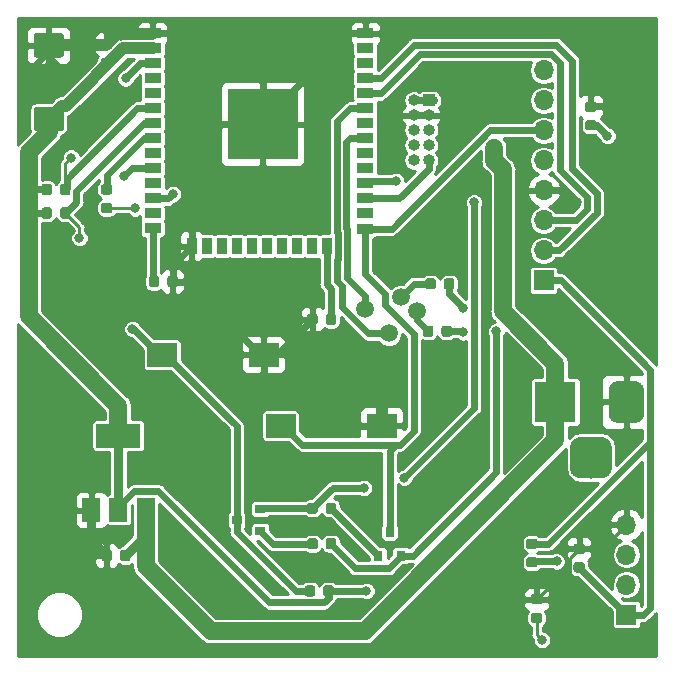
<source format=gtl>
G04 #@! TF.GenerationSoftware,KiCad,Pcbnew,(5.0.0)*
G04 #@! TF.CreationDate,2019-06-18T20:36:07+02:00*
G04 #@! TF.ProjectId,PMS7003wifi,504D5337303033776966692E6B696361,rev?*
G04 #@! TF.SameCoordinates,Original*
G04 #@! TF.FileFunction,Copper,L1,Top,Signal*
G04 #@! TF.FilePolarity,Positive*
%FSLAX46Y46*%
G04 Gerber Fmt 4.6, Leading zero omitted, Abs format (unit mm)*
G04 Created by KiCad (PCBNEW (5.0.0)) date 06/18/19 20:36:07*
%MOMM*%
%LPD*%
G01*
G04 APERTURE LIST*
G04 #@! TA.AperFunction,ComponentPad*
%ADD10R,3.500000X3.500000*%
G04 #@! TD*
G04 #@! TA.AperFunction,Conductor*
%ADD11C,0.100000*%
G04 #@! TD*
G04 #@! TA.AperFunction,ComponentPad*
%ADD12C,3.000000*%
G04 #@! TD*
G04 #@! TA.AperFunction,ComponentPad*
%ADD13C,3.500000*%
G04 #@! TD*
G04 #@! TA.AperFunction,SMDPad,CuDef*
%ADD14C,0.875000*%
G04 #@! TD*
G04 #@! TA.AperFunction,SMDPad,CuDef*
%ADD15C,2.075000*%
G04 #@! TD*
G04 #@! TA.AperFunction,ComponentPad*
%ADD16R,1.700000X1.700000*%
G04 #@! TD*
G04 #@! TA.AperFunction,ComponentPad*
%ADD17O,1.700000X1.700000*%
G04 #@! TD*
G04 #@! TA.AperFunction,SMDPad,CuDef*
%ADD18R,0.800000X0.900000*%
G04 #@! TD*
G04 #@! TA.AperFunction,SMDPad,CuDef*
%ADD19R,0.900000X0.800000*%
G04 #@! TD*
G04 #@! TA.AperFunction,SMDPad,CuDef*
%ADD20R,2.500000X2.000000*%
G04 #@! TD*
G04 #@! TA.AperFunction,SMDPad,CuDef*
%ADD21R,3.800000X2.000000*%
G04 #@! TD*
G04 #@! TA.AperFunction,SMDPad,CuDef*
%ADD22R,1.500000X2.000000*%
G04 #@! TD*
G04 #@! TA.AperFunction,SMDPad,CuDef*
%ADD23R,1.400000X0.900000*%
G04 #@! TD*
G04 #@! TA.AperFunction,SMDPad,CuDef*
%ADD24R,0.900000X1.400000*%
G04 #@! TD*
G04 #@! TA.AperFunction,ComponentPad*
%ADD25R,6.000000X6.000000*%
G04 #@! TD*
G04 #@! TA.AperFunction,ComponentPad*
%ADD26R,1.000000X1.000000*%
G04 #@! TD*
G04 #@! TA.AperFunction,ComponentPad*
%ADD27O,1.000000X1.000000*%
G04 #@! TD*
G04 #@! TA.AperFunction,ViaPad*
%ADD28C,0.800000*%
G04 #@! TD*
G04 #@! TA.AperFunction,ViaPad*
%ADD29C,1.500000*%
G04 #@! TD*
G04 #@! TA.AperFunction,Conductor*
%ADD30C,0.600000*%
G04 #@! TD*
G04 #@! TA.AperFunction,Conductor*
%ADD31C,0.800000*%
G04 #@! TD*
G04 #@! TA.AperFunction,Conductor*
%ADD32C,0.250000*%
G04 #@! TD*
G04 #@! TA.AperFunction,Conductor*
%ADD33C,1.000000*%
G04 #@! TD*
G04 #@! TA.AperFunction,Conductor*
%ADD34C,1.500000*%
G04 #@! TD*
G04 #@! TA.AperFunction,Conductor*
%ADD35C,0.254000*%
G04 #@! TD*
G04 APERTURE END LIST*
D10*
G04 #@! TO.P,J3,1*
G04 #@! TO.N,+5V*
X217000000Y-85000000D03*
D11*
G04 #@! TD*
G04 #@! TO.N,GND*
G04 #@! TO.C,J3*
G36*
X223823513Y-83253611D02*
X223896318Y-83264411D01*
X223967714Y-83282295D01*
X224037013Y-83307090D01*
X224103548Y-83338559D01*
X224166678Y-83376398D01*
X224225795Y-83420242D01*
X224280330Y-83469670D01*
X224329758Y-83524205D01*
X224373602Y-83583322D01*
X224411441Y-83646452D01*
X224442910Y-83712987D01*
X224467705Y-83782286D01*
X224485589Y-83853682D01*
X224496389Y-83926487D01*
X224500000Y-84000000D01*
X224500000Y-86000000D01*
X224496389Y-86073513D01*
X224485589Y-86146318D01*
X224467705Y-86217714D01*
X224442910Y-86287013D01*
X224411441Y-86353548D01*
X224373602Y-86416678D01*
X224329758Y-86475795D01*
X224280330Y-86530330D01*
X224225795Y-86579758D01*
X224166678Y-86623602D01*
X224103548Y-86661441D01*
X224037013Y-86692910D01*
X223967714Y-86717705D01*
X223896318Y-86735589D01*
X223823513Y-86746389D01*
X223750000Y-86750000D01*
X222250000Y-86750000D01*
X222176487Y-86746389D01*
X222103682Y-86735589D01*
X222032286Y-86717705D01*
X221962987Y-86692910D01*
X221896452Y-86661441D01*
X221833322Y-86623602D01*
X221774205Y-86579758D01*
X221719670Y-86530330D01*
X221670242Y-86475795D01*
X221626398Y-86416678D01*
X221588559Y-86353548D01*
X221557090Y-86287013D01*
X221532295Y-86217714D01*
X221514411Y-86146318D01*
X221503611Y-86073513D01*
X221500000Y-86000000D01*
X221500000Y-84000000D01*
X221503611Y-83926487D01*
X221514411Y-83853682D01*
X221532295Y-83782286D01*
X221557090Y-83712987D01*
X221588559Y-83646452D01*
X221626398Y-83583322D01*
X221670242Y-83524205D01*
X221719670Y-83469670D01*
X221774205Y-83420242D01*
X221833322Y-83376398D01*
X221896452Y-83338559D01*
X221962987Y-83307090D01*
X222032286Y-83282295D01*
X222103682Y-83264411D01*
X222176487Y-83253611D01*
X222250000Y-83250000D01*
X223750000Y-83250000D01*
X223823513Y-83253611D01*
X223823513Y-83253611D01*
G37*
D12*
G04 #@! TO.P,J3,2*
G04 #@! TO.N,GND*
X223000000Y-85000000D03*
D11*
G04 #@! TD*
G04 #@! TO.N,N/C*
G04 #@! TO.C,J3*
G36*
X220960765Y-87954213D02*
X221045704Y-87966813D01*
X221128999Y-87987677D01*
X221209848Y-88016605D01*
X221287472Y-88053319D01*
X221361124Y-88097464D01*
X221430094Y-88148616D01*
X221493718Y-88206282D01*
X221551384Y-88269906D01*
X221602536Y-88338876D01*
X221646681Y-88412528D01*
X221683395Y-88490152D01*
X221712323Y-88571001D01*
X221733187Y-88654296D01*
X221745787Y-88739235D01*
X221750000Y-88825000D01*
X221750000Y-90575000D01*
X221745787Y-90660765D01*
X221733187Y-90745704D01*
X221712323Y-90828999D01*
X221683395Y-90909848D01*
X221646681Y-90987472D01*
X221602536Y-91061124D01*
X221551384Y-91130094D01*
X221493718Y-91193718D01*
X221430094Y-91251384D01*
X221361124Y-91302536D01*
X221287472Y-91346681D01*
X221209848Y-91383395D01*
X221128999Y-91412323D01*
X221045704Y-91433187D01*
X220960765Y-91445787D01*
X220875000Y-91450000D01*
X219125000Y-91450000D01*
X219039235Y-91445787D01*
X218954296Y-91433187D01*
X218871001Y-91412323D01*
X218790152Y-91383395D01*
X218712528Y-91346681D01*
X218638876Y-91302536D01*
X218569906Y-91251384D01*
X218506282Y-91193718D01*
X218448616Y-91130094D01*
X218397464Y-91061124D01*
X218353319Y-90987472D01*
X218316605Y-90909848D01*
X218287677Y-90828999D01*
X218266813Y-90745704D01*
X218254213Y-90660765D01*
X218250000Y-90575000D01*
X218250000Y-88825000D01*
X218254213Y-88739235D01*
X218266813Y-88654296D01*
X218287677Y-88571001D01*
X218316605Y-88490152D01*
X218353319Y-88412528D01*
X218397464Y-88338876D01*
X218448616Y-88269906D01*
X218506282Y-88206282D01*
X218569906Y-88148616D01*
X218638876Y-88097464D01*
X218712528Y-88053319D01*
X218790152Y-88016605D01*
X218871001Y-87987677D01*
X218954296Y-87966813D01*
X219039235Y-87954213D01*
X219125000Y-87950000D01*
X220875000Y-87950000D01*
X220960765Y-87954213D01*
X220960765Y-87954213D01*
G37*
D13*
G04 #@! TO.P,J3,3*
G04 #@! TO.N,N/C*
X220000000Y-89700000D03*
G04 #@! TD*
D11*
G04 #@! TO.N,GND*
G04 #@! TO.C,C1*
G36*
X179240191Y-97526053D02*
X179261426Y-97529203D01*
X179282250Y-97534419D01*
X179302462Y-97541651D01*
X179321868Y-97550830D01*
X179340281Y-97561866D01*
X179357524Y-97574654D01*
X179373430Y-97589070D01*
X179387846Y-97604976D01*
X179400634Y-97622219D01*
X179411670Y-97640632D01*
X179420849Y-97660038D01*
X179428081Y-97680250D01*
X179433297Y-97701074D01*
X179436447Y-97722309D01*
X179437500Y-97743750D01*
X179437500Y-98256250D01*
X179436447Y-98277691D01*
X179433297Y-98298926D01*
X179428081Y-98319750D01*
X179420849Y-98339962D01*
X179411670Y-98359368D01*
X179400634Y-98377781D01*
X179387846Y-98395024D01*
X179373430Y-98410930D01*
X179357524Y-98425346D01*
X179340281Y-98438134D01*
X179321868Y-98449170D01*
X179302462Y-98458349D01*
X179282250Y-98465581D01*
X179261426Y-98470797D01*
X179240191Y-98473947D01*
X179218750Y-98475000D01*
X178781250Y-98475000D01*
X178759809Y-98473947D01*
X178738574Y-98470797D01*
X178717750Y-98465581D01*
X178697538Y-98458349D01*
X178678132Y-98449170D01*
X178659719Y-98438134D01*
X178642476Y-98425346D01*
X178626570Y-98410930D01*
X178612154Y-98395024D01*
X178599366Y-98377781D01*
X178588330Y-98359368D01*
X178579151Y-98339962D01*
X178571919Y-98319750D01*
X178566703Y-98298926D01*
X178563553Y-98277691D01*
X178562500Y-98256250D01*
X178562500Y-97743750D01*
X178563553Y-97722309D01*
X178566703Y-97701074D01*
X178571919Y-97680250D01*
X178579151Y-97660038D01*
X178588330Y-97640632D01*
X178599366Y-97622219D01*
X178612154Y-97604976D01*
X178626570Y-97589070D01*
X178642476Y-97574654D01*
X178659719Y-97561866D01*
X178678132Y-97550830D01*
X178697538Y-97541651D01*
X178717750Y-97534419D01*
X178738574Y-97529203D01*
X178759809Y-97526053D01*
X178781250Y-97525000D01*
X179218750Y-97525000D01*
X179240191Y-97526053D01*
X179240191Y-97526053D01*
G37*
D14*
G04 #@! TD*
G04 #@! TO.P,C1,2*
G04 #@! TO.N,GND*
X179000000Y-98000000D03*
D11*
G04 #@! TO.N,+5V*
G04 #@! TO.C,C1*
G36*
X180815191Y-97526053D02*
X180836426Y-97529203D01*
X180857250Y-97534419D01*
X180877462Y-97541651D01*
X180896868Y-97550830D01*
X180915281Y-97561866D01*
X180932524Y-97574654D01*
X180948430Y-97589070D01*
X180962846Y-97604976D01*
X180975634Y-97622219D01*
X180986670Y-97640632D01*
X180995849Y-97660038D01*
X181003081Y-97680250D01*
X181008297Y-97701074D01*
X181011447Y-97722309D01*
X181012500Y-97743750D01*
X181012500Y-98256250D01*
X181011447Y-98277691D01*
X181008297Y-98298926D01*
X181003081Y-98319750D01*
X180995849Y-98339962D01*
X180986670Y-98359368D01*
X180975634Y-98377781D01*
X180962846Y-98395024D01*
X180948430Y-98410930D01*
X180932524Y-98425346D01*
X180915281Y-98438134D01*
X180896868Y-98449170D01*
X180877462Y-98458349D01*
X180857250Y-98465581D01*
X180836426Y-98470797D01*
X180815191Y-98473947D01*
X180793750Y-98475000D01*
X180356250Y-98475000D01*
X180334809Y-98473947D01*
X180313574Y-98470797D01*
X180292750Y-98465581D01*
X180272538Y-98458349D01*
X180253132Y-98449170D01*
X180234719Y-98438134D01*
X180217476Y-98425346D01*
X180201570Y-98410930D01*
X180187154Y-98395024D01*
X180174366Y-98377781D01*
X180163330Y-98359368D01*
X180154151Y-98339962D01*
X180146919Y-98319750D01*
X180141703Y-98298926D01*
X180138553Y-98277691D01*
X180137500Y-98256250D01*
X180137500Y-97743750D01*
X180138553Y-97722309D01*
X180141703Y-97701074D01*
X180146919Y-97680250D01*
X180154151Y-97660038D01*
X180163330Y-97640632D01*
X180174366Y-97622219D01*
X180187154Y-97604976D01*
X180201570Y-97589070D01*
X180217476Y-97574654D01*
X180234719Y-97561866D01*
X180253132Y-97550830D01*
X180272538Y-97541651D01*
X180292750Y-97534419D01*
X180313574Y-97529203D01*
X180334809Y-97526053D01*
X180356250Y-97525000D01*
X180793750Y-97525000D01*
X180815191Y-97526053D01*
X180815191Y-97526053D01*
G37*
D14*
G04 #@! TD*
G04 #@! TO.P,C1,1*
G04 #@! TO.N,+5V*
X180575000Y-98000000D03*
D11*
G04 #@! TO.N,Net-(C2-Pad1)*
G04 #@! TO.C,C2*
G36*
X220277691Y-61138553D02*
X220298926Y-61141703D01*
X220319750Y-61146919D01*
X220339962Y-61154151D01*
X220359368Y-61163330D01*
X220377781Y-61174366D01*
X220395024Y-61187154D01*
X220410930Y-61201570D01*
X220425346Y-61217476D01*
X220438134Y-61234719D01*
X220449170Y-61253132D01*
X220458349Y-61272538D01*
X220465581Y-61292750D01*
X220470797Y-61313574D01*
X220473947Y-61334809D01*
X220475000Y-61356250D01*
X220475000Y-61793750D01*
X220473947Y-61815191D01*
X220470797Y-61836426D01*
X220465581Y-61857250D01*
X220458349Y-61877462D01*
X220449170Y-61896868D01*
X220438134Y-61915281D01*
X220425346Y-61932524D01*
X220410930Y-61948430D01*
X220395024Y-61962846D01*
X220377781Y-61975634D01*
X220359368Y-61986670D01*
X220339962Y-61995849D01*
X220319750Y-62003081D01*
X220298926Y-62008297D01*
X220277691Y-62011447D01*
X220256250Y-62012500D01*
X219743750Y-62012500D01*
X219722309Y-62011447D01*
X219701074Y-62008297D01*
X219680250Y-62003081D01*
X219660038Y-61995849D01*
X219640632Y-61986670D01*
X219622219Y-61975634D01*
X219604976Y-61962846D01*
X219589070Y-61948430D01*
X219574654Y-61932524D01*
X219561866Y-61915281D01*
X219550830Y-61896868D01*
X219541651Y-61877462D01*
X219534419Y-61857250D01*
X219529203Y-61836426D01*
X219526053Y-61815191D01*
X219525000Y-61793750D01*
X219525000Y-61356250D01*
X219526053Y-61334809D01*
X219529203Y-61313574D01*
X219534419Y-61292750D01*
X219541651Y-61272538D01*
X219550830Y-61253132D01*
X219561866Y-61234719D01*
X219574654Y-61217476D01*
X219589070Y-61201570D01*
X219604976Y-61187154D01*
X219622219Y-61174366D01*
X219640632Y-61163330D01*
X219660038Y-61154151D01*
X219680250Y-61146919D01*
X219701074Y-61141703D01*
X219722309Y-61138553D01*
X219743750Y-61137500D01*
X220256250Y-61137500D01*
X220277691Y-61138553D01*
X220277691Y-61138553D01*
G37*
D14*
G04 #@! TD*
G04 #@! TO.P,C2,1*
G04 #@! TO.N,Net-(C2-Pad1)*
X220000000Y-61575000D03*
D11*
G04 #@! TO.N,GND*
G04 #@! TO.C,C2*
G36*
X220277691Y-59563553D02*
X220298926Y-59566703D01*
X220319750Y-59571919D01*
X220339962Y-59579151D01*
X220359368Y-59588330D01*
X220377781Y-59599366D01*
X220395024Y-59612154D01*
X220410930Y-59626570D01*
X220425346Y-59642476D01*
X220438134Y-59659719D01*
X220449170Y-59678132D01*
X220458349Y-59697538D01*
X220465581Y-59717750D01*
X220470797Y-59738574D01*
X220473947Y-59759809D01*
X220475000Y-59781250D01*
X220475000Y-60218750D01*
X220473947Y-60240191D01*
X220470797Y-60261426D01*
X220465581Y-60282250D01*
X220458349Y-60302462D01*
X220449170Y-60321868D01*
X220438134Y-60340281D01*
X220425346Y-60357524D01*
X220410930Y-60373430D01*
X220395024Y-60387846D01*
X220377781Y-60400634D01*
X220359368Y-60411670D01*
X220339962Y-60420849D01*
X220319750Y-60428081D01*
X220298926Y-60433297D01*
X220277691Y-60436447D01*
X220256250Y-60437500D01*
X219743750Y-60437500D01*
X219722309Y-60436447D01*
X219701074Y-60433297D01*
X219680250Y-60428081D01*
X219660038Y-60420849D01*
X219640632Y-60411670D01*
X219622219Y-60400634D01*
X219604976Y-60387846D01*
X219589070Y-60373430D01*
X219574654Y-60357524D01*
X219561866Y-60340281D01*
X219550830Y-60321868D01*
X219541651Y-60302462D01*
X219534419Y-60282250D01*
X219529203Y-60261426D01*
X219526053Y-60240191D01*
X219525000Y-60218750D01*
X219525000Y-59781250D01*
X219526053Y-59759809D01*
X219529203Y-59738574D01*
X219534419Y-59717750D01*
X219541651Y-59697538D01*
X219550830Y-59678132D01*
X219561866Y-59659719D01*
X219574654Y-59642476D01*
X219589070Y-59626570D01*
X219604976Y-59612154D01*
X219622219Y-59599366D01*
X219640632Y-59588330D01*
X219660038Y-59579151D01*
X219680250Y-59571919D01*
X219701074Y-59566703D01*
X219722309Y-59563553D01*
X219743750Y-59562500D01*
X220256250Y-59562500D01*
X220277691Y-59563553D01*
X220277691Y-59563553D01*
G37*
D14*
G04 #@! TD*
G04 #@! TO.P,C2,2*
G04 #@! TO.N,GND*
X220000000Y-60000000D03*
D11*
G04 #@! TO.N,+3V3*
G04 #@! TO.C,C3*
G36*
X175149504Y-59988704D02*
X175173773Y-59992304D01*
X175197571Y-59998265D01*
X175220671Y-60006530D01*
X175242849Y-60017020D01*
X175263893Y-60029633D01*
X175283598Y-60044247D01*
X175301777Y-60060723D01*
X175318253Y-60078902D01*
X175332867Y-60098607D01*
X175345480Y-60119651D01*
X175355970Y-60141829D01*
X175364235Y-60164929D01*
X175370196Y-60188727D01*
X175373796Y-60212996D01*
X175375000Y-60237500D01*
X175375000Y-61812500D01*
X175373796Y-61837004D01*
X175370196Y-61861273D01*
X175364235Y-61885071D01*
X175355970Y-61908171D01*
X175345480Y-61930349D01*
X175332867Y-61951393D01*
X175318253Y-61971098D01*
X175301777Y-61989277D01*
X175283598Y-62005753D01*
X175263893Y-62020367D01*
X175242849Y-62032980D01*
X175220671Y-62043470D01*
X175197571Y-62051735D01*
X175173773Y-62057696D01*
X175149504Y-62061296D01*
X175125000Y-62062500D01*
X173075000Y-62062500D01*
X173050496Y-62061296D01*
X173026227Y-62057696D01*
X173002429Y-62051735D01*
X172979329Y-62043470D01*
X172957151Y-62032980D01*
X172936107Y-62020367D01*
X172916402Y-62005753D01*
X172898223Y-61989277D01*
X172881747Y-61971098D01*
X172867133Y-61951393D01*
X172854520Y-61930349D01*
X172844030Y-61908171D01*
X172835765Y-61885071D01*
X172829804Y-61861273D01*
X172826204Y-61837004D01*
X172825000Y-61812500D01*
X172825000Y-60237500D01*
X172826204Y-60212996D01*
X172829804Y-60188727D01*
X172835765Y-60164929D01*
X172844030Y-60141829D01*
X172854520Y-60119651D01*
X172867133Y-60098607D01*
X172881747Y-60078902D01*
X172898223Y-60060723D01*
X172916402Y-60044247D01*
X172936107Y-60029633D01*
X172957151Y-60017020D01*
X172979329Y-60006530D01*
X173002429Y-59998265D01*
X173026227Y-59992304D01*
X173050496Y-59988704D01*
X173075000Y-59987500D01*
X175125000Y-59987500D01*
X175149504Y-59988704D01*
X175149504Y-59988704D01*
G37*
D15*
G04 #@! TD*
G04 #@! TO.P,C3,1*
G04 #@! TO.N,+3V3*
X174100000Y-61025000D03*
D11*
G04 #@! TO.N,GND*
G04 #@! TO.C,C3*
G36*
X175149504Y-53763704D02*
X175173773Y-53767304D01*
X175197571Y-53773265D01*
X175220671Y-53781530D01*
X175242849Y-53792020D01*
X175263893Y-53804633D01*
X175283598Y-53819247D01*
X175301777Y-53835723D01*
X175318253Y-53853902D01*
X175332867Y-53873607D01*
X175345480Y-53894651D01*
X175355970Y-53916829D01*
X175364235Y-53939929D01*
X175370196Y-53963727D01*
X175373796Y-53987996D01*
X175375000Y-54012500D01*
X175375000Y-55587500D01*
X175373796Y-55612004D01*
X175370196Y-55636273D01*
X175364235Y-55660071D01*
X175355970Y-55683171D01*
X175345480Y-55705349D01*
X175332867Y-55726393D01*
X175318253Y-55746098D01*
X175301777Y-55764277D01*
X175283598Y-55780753D01*
X175263893Y-55795367D01*
X175242849Y-55807980D01*
X175220671Y-55818470D01*
X175197571Y-55826735D01*
X175173773Y-55832696D01*
X175149504Y-55836296D01*
X175125000Y-55837500D01*
X173075000Y-55837500D01*
X173050496Y-55836296D01*
X173026227Y-55832696D01*
X173002429Y-55826735D01*
X172979329Y-55818470D01*
X172957151Y-55807980D01*
X172936107Y-55795367D01*
X172916402Y-55780753D01*
X172898223Y-55764277D01*
X172881747Y-55746098D01*
X172867133Y-55726393D01*
X172854520Y-55705349D01*
X172844030Y-55683171D01*
X172835765Y-55660071D01*
X172829804Y-55636273D01*
X172826204Y-55612004D01*
X172825000Y-55587500D01*
X172825000Y-54012500D01*
X172826204Y-53987996D01*
X172829804Y-53963727D01*
X172835765Y-53939929D01*
X172844030Y-53916829D01*
X172854520Y-53894651D01*
X172867133Y-53873607D01*
X172881747Y-53853902D01*
X172898223Y-53835723D01*
X172916402Y-53819247D01*
X172936107Y-53804633D01*
X172957151Y-53792020D01*
X172979329Y-53781530D01*
X173002429Y-53773265D01*
X173026227Y-53767304D01*
X173050496Y-53763704D01*
X173075000Y-53762500D01*
X175125000Y-53762500D01*
X175149504Y-53763704D01*
X175149504Y-53763704D01*
G37*
D15*
G04 #@! TD*
G04 #@! TO.P,C3,2*
G04 #@! TO.N,GND*
X174100000Y-54800000D03*
D11*
G04 #@! TO.N,+3V3*
G04 #@! TO.C,C4*
G36*
X215677691Y-102838553D02*
X215698926Y-102841703D01*
X215719750Y-102846919D01*
X215739962Y-102854151D01*
X215759368Y-102863330D01*
X215777781Y-102874366D01*
X215795024Y-102887154D01*
X215810930Y-102901570D01*
X215825346Y-102917476D01*
X215838134Y-102934719D01*
X215849170Y-102953132D01*
X215858349Y-102972538D01*
X215865581Y-102992750D01*
X215870797Y-103013574D01*
X215873947Y-103034809D01*
X215875000Y-103056250D01*
X215875000Y-103493750D01*
X215873947Y-103515191D01*
X215870797Y-103536426D01*
X215865581Y-103557250D01*
X215858349Y-103577462D01*
X215849170Y-103596868D01*
X215838134Y-103615281D01*
X215825346Y-103632524D01*
X215810930Y-103648430D01*
X215795024Y-103662846D01*
X215777781Y-103675634D01*
X215759368Y-103686670D01*
X215739962Y-103695849D01*
X215719750Y-103703081D01*
X215698926Y-103708297D01*
X215677691Y-103711447D01*
X215656250Y-103712500D01*
X215143750Y-103712500D01*
X215122309Y-103711447D01*
X215101074Y-103708297D01*
X215080250Y-103703081D01*
X215060038Y-103695849D01*
X215040632Y-103686670D01*
X215022219Y-103675634D01*
X215004976Y-103662846D01*
X214989070Y-103648430D01*
X214974654Y-103632524D01*
X214961866Y-103615281D01*
X214950830Y-103596868D01*
X214941651Y-103577462D01*
X214934419Y-103557250D01*
X214929203Y-103536426D01*
X214926053Y-103515191D01*
X214925000Y-103493750D01*
X214925000Y-103056250D01*
X214926053Y-103034809D01*
X214929203Y-103013574D01*
X214934419Y-102992750D01*
X214941651Y-102972538D01*
X214950830Y-102953132D01*
X214961866Y-102934719D01*
X214974654Y-102917476D01*
X214989070Y-102901570D01*
X215004976Y-102887154D01*
X215022219Y-102874366D01*
X215040632Y-102863330D01*
X215060038Y-102854151D01*
X215080250Y-102846919D01*
X215101074Y-102841703D01*
X215122309Y-102838553D01*
X215143750Y-102837500D01*
X215656250Y-102837500D01*
X215677691Y-102838553D01*
X215677691Y-102838553D01*
G37*
D14*
G04 #@! TD*
G04 #@! TO.P,C4,1*
G04 #@! TO.N,+3V3*
X215400000Y-103275000D03*
D11*
G04 #@! TO.N,GND*
G04 #@! TO.C,C4*
G36*
X215677691Y-101263553D02*
X215698926Y-101266703D01*
X215719750Y-101271919D01*
X215739962Y-101279151D01*
X215759368Y-101288330D01*
X215777781Y-101299366D01*
X215795024Y-101312154D01*
X215810930Y-101326570D01*
X215825346Y-101342476D01*
X215838134Y-101359719D01*
X215849170Y-101378132D01*
X215858349Y-101397538D01*
X215865581Y-101417750D01*
X215870797Y-101438574D01*
X215873947Y-101459809D01*
X215875000Y-101481250D01*
X215875000Y-101918750D01*
X215873947Y-101940191D01*
X215870797Y-101961426D01*
X215865581Y-101982250D01*
X215858349Y-102002462D01*
X215849170Y-102021868D01*
X215838134Y-102040281D01*
X215825346Y-102057524D01*
X215810930Y-102073430D01*
X215795024Y-102087846D01*
X215777781Y-102100634D01*
X215759368Y-102111670D01*
X215739962Y-102120849D01*
X215719750Y-102128081D01*
X215698926Y-102133297D01*
X215677691Y-102136447D01*
X215656250Y-102137500D01*
X215143750Y-102137500D01*
X215122309Y-102136447D01*
X215101074Y-102133297D01*
X215080250Y-102128081D01*
X215060038Y-102120849D01*
X215040632Y-102111670D01*
X215022219Y-102100634D01*
X215004976Y-102087846D01*
X214989070Y-102073430D01*
X214974654Y-102057524D01*
X214961866Y-102040281D01*
X214950830Y-102021868D01*
X214941651Y-102002462D01*
X214934419Y-101982250D01*
X214929203Y-101961426D01*
X214926053Y-101940191D01*
X214925000Y-101918750D01*
X214925000Y-101481250D01*
X214926053Y-101459809D01*
X214929203Y-101438574D01*
X214934419Y-101417750D01*
X214941651Y-101397538D01*
X214950830Y-101378132D01*
X214961866Y-101359719D01*
X214974654Y-101342476D01*
X214989070Y-101326570D01*
X215004976Y-101312154D01*
X215022219Y-101299366D01*
X215040632Y-101288330D01*
X215060038Y-101279151D01*
X215080250Y-101271919D01*
X215101074Y-101266703D01*
X215122309Y-101263553D01*
X215143750Y-101262500D01*
X215656250Y-101262500D01*
X215677691Y-101263553D01*
X215677691Y-101263553D01*
G37*
D14*
G04 #@! TD*
G04 #@! TO.P,C4,2*
G04 #@! TO.N,GND*
X215400000Y-101700000D03*
D11*
G04 #@! TO.N,GND*
G04 #@! TO.C,C5*
G36*
X179277691Y-54263553D02*
X179298926Y-54266703D01*
X179319750Y-54271919D01*
X179339962Y-54279151D01*
X179359368Y-54288330D01*
X179377781Y-54299366D01*
X179395024Y-54312154D01*
X179410930Y-54326570D01*
X179425346Y-54342476D01*
X179438134Y-54359719D01*
X179449170Y-54378132D01*
X179458349Y-54397538D01*
X179465581Y-54417750D01*
X179470797Y-54438574D01*
X179473947Y-54459809D01*
X179475000Y-54481250D01*
X179475000Y-54918750D01*
X179473947Y-54940191D01*
X179470797Y-54961426D01*
X179465581Y-54982250D01*
X179458349Y-55002462D01*
X179449170Y-55021868D01*
X179438134Y-55040281D01*
X179425346Y-55057524D01*
X179410930Y-55073430D01*
X179395024Y-55087846D01*
X179377781Y-55100634D01*
X179359368Y-55111670D01*
X179339962Y-55120849D01*
X179319750Y-55128081D01*
X179298926Y-55133297D01*
X179277691Y-55136447D01*
X179256250Y-55137500D01*
X178743750Y-55137500D01*
X178722309Y-55136447D01*
X178701074Y-55133297D01*
X178680250Y-55128081D01*
X178660038Y-55120849D01*
X178640632Y-55111670D01*
X178622219Y-55100634D01*
X178604976Y-55087846D01*
X178589070Y-55073430D01*
X178574654Y-55057524D01*
X178561866Y-55040281D01*
X178550830Y-55021868D01*
X178541651Y-55002462D01*
X178534419Y-54982250D01*
X178529203Y-54961426D01*
X178526053Y-54940191D01*
X178525000Y-54918750D01*
X178525000Y-54481250D01*
X178526053Y-54459809D01*
X178529203Y-54438574D01*
X178534419Y-54417750D01*
X178541651Y-54397538D01*
X178550830Y-54378132D01*
X178561866Y-54359719D01*
X178574654Y-54342476D01*
X178589070Y-54326570D01*
X178604976Y-54312154D01*
X178622219Y-54299366D01*
X178640632Y-54288330D01*
X178660038Y-54279151D01*
X178680250Y-54271919D01*
X178701074Y-54266703D01*
X178722309Y-54263553D01*
X178743750Y-54262500D01*
X179256250Y-54262500D01*
X179277691Y-54263553D01*
X179277691Y-54263553D01*
G37*
D14*
G04 #@! TD*
G04 #@! TO.P,C5,2*
G04 #@! TO.N,GND*
X179000000Y-54700000D03*
D11*
G04 #@! TO.N,+3V3*
G04 #@! TO.C,C5*
G36*
X179277691Y-55838553D02*
X179298926Y-55841703D01*
X179319750Y-55846919D01*
X179339962Y-55854151D01*
X179359368Y-55863330D01*
X179377781Y-55874366D01*
X179395024Y-55887154D01*
X179410930Y-55901570D01*
X179425346Y-55917476D01*
X179438134Y-55934719D01*
X179449170Y-55953132D01*
X179458349Y-55972538D01*
X179465581Y-55992750D01*
X179470797Y-56013574D01*
X179473947Y-56034809D01*
X179475000Y-56056250D01*
X179475000Y-56493750D01*
X179473947Y-56515191D01*
X179470797Y-56536426D01*
X179465581Y-56557250D01*
X179458349Y-56577462D01*
X179449170Y-56596868D01*
X179438134Y-56615281D01*
X179425346Y-56632524D01*
X179410930Y-56648430D01*
X179395024Y-56662846D01*
X179377781Y-56675634D01*
X179359368Y-56686670D01*
X179339962Y-56695849D01*
X179319750Y-56703081D01*
X179298926Y-56708297D01*
X179277691Y-56711447D01*
X179256250Y-56712500D01*
X178743750Y-56712500D01*
X178722309Y-56711447D01*
X178701074Y-56708297D01*
X178680250Y-56703081D01*
X178660038Y-56695849D01*
X178640632Y-56686670D01*
X178622219Y-56675634D01*
X178604976Y-56662846D01*
X178589070Y-56648430D01*
X178574654Y-56632524D01*
X178561866Y-56615281D01*
X178550830Y-56596868D01*
X178541651Y-56577462D01*
X178534419Y-56557250D01*
X178529203Y-56536426D01*
X178526053Y-56515191D01*
X178525000Y-56493750D01*
X178525000Y-56056250D01*
X178526053Y-56034809D01*
X178529203Y-56013574D01*
X178534419Y-55992750D01*
X178541651Y-55972538D01*
X178550830Y-55953132D01*
X178561866Y-55934719D01*
X178574654Y-55917476D01*
X178589070Y-55901570D01*
X178604976Y-55887154D01*
X178622219Y-55874366D01*
X178640632Y-55863330D01*
X178660038Y-55854151D01*
X178680250Y-55846919D01*
X178701074Y-55841703D01*
X178722309Y-55838553D01*
X178743750Y-55837500D01*
X179256250Y-55837500D01*
X179277691Y-55838553D01*
X179277691Y-55838553D01*
G37*
D14*
G04 #@! TD*
G04 #@! TO.P,C5,1*
G04 #@! TO.N,+3V3*
X179000000Y-56275000D03*
D11*
G04 #@! TO.N,+3V3*
G04 #@! TO.C,C6*
G36*
X219277691Y-98563553D02*
X219298926Y-98566703D01*
X219319750Y-98571919D01*
X219339962Y-98579151D01*
X219359368Y-98588330D01*
X219377781Y-98599366D01*
X219395024Y-98612154D01*
X219410930Y-98626570D01*
X219425346Y-98642476D01*
X219438134Y-98659719D01*
X219449170Y-98678132D01*
X219458349Y-98697538D01*
X219465581Y-98717750D01*
X219470797Y-98738574D01*
X219473947Y-98759809D01*
X219475000Y-98781250D01*
X219475000Y-99218750D01*
X219473947Y-99240191D01*
X219470797Y-99261426D01*
X219465581Y-99282250D01*
X219458349Y-99302462D01*
X219449170Y-99321868D01*
X219438134Y-99340281D01*
X219425346Y-99357524D01*
X219410930Y-99373430D01*
X219395024Y-99387846D01*
X219377781Y-99400634D01*
X219359368Y-99411670D01*
X219339962Y-99420849D01*
X219319750Y-99428081D01*
X219298926Y-99433297D01*
X219277691Y-99436447D01*
X219256250Y-99437500D01*
X218743750Y-99437500D01*
X218722309Y-99436447D01*
X218701074Y-99433297D01*
X218680250Y-99428081D01*
X218660038Y-99420849D01*
X218640632Y-99411670D01*
X218622219Y-99400634D01*
X218604976Y-99387846D01*
X218589070Y-99373430D01*
X218574654Y-99357524D01*
X218561866Y-99340281D01*
X218550830Y-99321868D01*
X218541651Y-99302462D01*
X218534419Y-99282250D01*
X218529203Y-99261426D01*
X218526053Y-99240191D01*
X218525000Y-99218750D01*
X218525000Y-98781250D01*
X218526053Y-98759809D01*
X218529203Y-98738574D01*
X218534419Y-98717750D01*
X218541651Y-98697538D01*
X218550830Y-98678132D01*
X218561866Y-98659719D01*
X218574654Y-98642476D01*
X218589070Y-98626570D01*
X218604976Y-98612154D01*
X218622219Y-98599366D01*
X218640632Y-98588330D01*
X218660038Y-98579151D01*
X218680250Y-98571919D01*
X218701074Y-98566703D01*
X218722309Y-98563553D01*
X218743750Y-98562500D01*
X219256250Y-98562500D01*
X219277691Y-98563553D01*
X219277691Y-98563553D01*
G37*
D14*
G04 #@! TD*
G04 #@! TO.P,C6,1*
G04 #@! TO.N,+3V3*
X219000000Y-99000000D03*
D11*
G04 #@! TO.N,GND*
G04 #@! TO.C,C6*
G36*
X219277691Y-96988553D02*
X219298926Y-96991703D01*
X219319750Y-96996919D01*
X219339962Y-97004151D01*
X219359368Y-97013330D01*
X219377781Y-97024366D01*
X219395024Y-97037154D01*
X219410930Y-97051570D01*
X219425346Y-97067476D01*
X219438134Y-97084719D01*
X219449170Y-97103132D01*
X219458349Y-97122538D01*
X219465581Y-97142750D01*
X219470797Y-97163574D01*
X219473947Y-97184809D01*
X219475000Y-97206250D01*
X219475000Y-97643750D01*
X219473947Y-97665191D01*
X219470797Y-97686426D01*
X219465581Y-97707250D01*
X219458349Y-97727462D01*
X219449170Y-97746868D01*
X219438134Y-97765281D01*
X219425346Y-97782524D01*
X219410930Y-97798430D01*
X219395024Y-97812846D01*
X219377781Y-97825634D01*
X219359368Y-97836670D01*
X219339962Y-97845849D01*
X219319750Y-97853081D01*
X219298926Y-97858297D01*
X219277691Y-97861447D01*
X219256250Y-97862500D01*
X218743750Y-97862500D01*
X218722309Y-97861447D01*
X218701074Y-97858297D01*
X218680250Y-97853081D01*
X218660038Y-97845849D01*
X218640632Y-97836670D01*
X218622219Y-97825634D01*
X218604976Y-97812846D01*
X218589070Y-97798430D01*
X218574654Y-97782524D01*
X218561866Y-97765281D01*
X218550830Y-97746868D01*
X218541651Y-97727462D01*
X218534419Y-97707250D01*
X218529203Y-97686426D01*
X218526053Y-97665191D01*
X218525000Y-97643750D01*
X218525000Y-97206250D01*
X218526053Y-97184809D01*
X218529203Y-97163574D01*
X218534419Y-97142750D01*
X218541651Y-97122538D01*
X218550830Y-97103132D01*
X218561866Y-97084719D01*
X218574654Y-97067476D01*
X218589070Y-97051570D01*
X218604976Y-97037154D01*
X218622219Y-97024366D01*
X218640632Y-97013330D01*
X218660038Y-97004151D01*
X218680250Y-96996919D01*
X218701074Y-96991703D01*
X218722309Y-96988553D01*
X218743750Y-96987500D01*
X219256250Y-96987500D01*
X219277691Y-96988553D01*
X219277691Y-96988553D01*
G37*
D14*
G04 #@! TD*
G04 #@! TO.P,C6,2*
G04 #@! TO.N,GND*
X219000000Y-97425000D03*
D16*
G04 #@! TO.P,J2,1*
G04 #@! TO.N,+3V3*
X216000000Y-74700000D03*
D17*
G04 #@! TO.P,J2,2*
G04 #@! TO.N,/TX0_32*
X216000000Y-72160000D03*
G04 #@! TO.P,J2,3*
G04 #@! TO.N,/RX0_32*
X216000000Y-69620000D03*
G04 #@! TO.P,J2,4*
G04 #@! TO.N,GND*
X216000000Y-67080000D03*
G04 #@! TO.P,J2,5*
G04 #@! TO.N,/EN_32*
X216000000Y-64540000D03*
G04 #@! TO.P,J2,6*
G04 #@! TO.N,/DOWNLOAD_32*
X216000000Y-62000000D03*
G04 #@! TO.P,J2,7*
G04 #@! TO.N,/DTR*
X216000000Y-59460000D03*
G04 #@! TO.P,J2,8*
G04 #@! TO.N,/RTS*
X216000000Y-56920000D03*
G04 #@! TD*
D18*
G04 #@! TO.P,Q1,3*
G04 #@! TO.N,/DOWNLOAD_32*
X202950000Y-96000000D03*
G04 #@! TO.P,Q1,2*
G04 #@! TO.N,/DTR*
X203900000Y-98000000D03*
G04 #@! TO.P,Q1,1*
G04 #@! TO.N,Net-(Q1-Pad1)*
X202000000Y-98000000D03*
G04 #@! TD*
D19*
G04 #@! TO.P,Q2,1*
G04 #@! TO.N,Net-(Q2-Pad1)*
X192000000Y-95950000D03*
G04 #@! TO.P,Q2,2*
G04 #@! TO.N,/RTS*
X192000000Y-94050000D03*
G04 #@! TO.P,Q2,3*
G04 #@! TO.N,/EN_32*
X190000000Y-95000000D03*
G04 #@! TD*
D11*
G04 #@! TO.N,+3V3*
G04 #@! TO.C,R1*
G36*
X198027691Y-100526053D02*
X198048926Y-100529203D01*
X198069750Y-100534419D01*
X198089962Y-100541651D01*
X198109368Y-100550830D01*
X198127781Y-100561866D01*
X198145024Y-100574654D01*
X198160930Y-100589070D01*
X198175346Y-100604976D01*
X198188134Y-100622219D01*
X198199170Y-100640632D01*
X198208349Y-100660038D01*
X198215581Y-100680250D01*
X198220797Y-100701074D01*
X198223947Y-100722309D01*
X198225000Y-100743750D01*
X198225000Y-101256250D01*
X198223947Y-101277691D01*
X198220797Y-101298926D01*
X198215581Y-101319750D01*
X198208349Y-101339962D01*
X198199170Y-101359368D01*
X198188134Y-101377781D01*
X198175346Y-101395024D01*
X198160930Y-101410930D01*
X198145024Y-101425346D01*
X198127781Y-101438134D01*
X198109368Y-101449170D01*
X198089962Y-101458349D01*
X198069750Y-101465581D01*
X198048926Y-101470797D01*
X198027691Y-101473947D01*
X198006250Y-101475000D01*
X197568750Y-101475000D01*
X197547309Y-101473947D01*
X197526074Y-101470797D01*
X197505250Y-101465581D01*
X197485038Y-101458349D01*
X197465632Y-101449170D01*
X197447219Y-101438134D01*
X197429976Y-101425346D01*
X197414070Y-101410930D01*
X197399654Y-101395024D01*
X197386866Y-101377781D01*
X197375830Y-101359368D01*
X197366651Y-101339962D01*
X197359419Y-101319750D01*
X197354203Y-101298926D01*
X197351053Y-101277691D01*
X197350000Y-101256250D01*
X197350000Y-100743750D01*
X197351053Y-100722309D01*
X197354203Y-100701074D01*
X197359419Y-100680250D01*
X197366651Y-100660038D01*
X197375830Y-100640632D01*
X197386866Y-100622219D01*
X197399654Y-100604976D01*
X197414070Y-100589070D01*
X197429976Y-100574654D01*
X197447219Y-100561866D01*
X197465632Y-100550830D01*
X197485038Y-100541651D01*
X197505250Y-100534419D01*
X197526074Y-100529203D01*
X197547309Y-100526053D01*
X197568750Y-100525000D01*
X198006250Y-100525000D01*
X198027691Y-100526053D01*
X198027691Y-100526053D01*
G37*
D14*
G04 #@! TD*
G04 #@! TO.P,R1,2*
G04 #@! TO.N,+3V3*
X197787500Y-101000000D03*
D11*
G04 #@! TO.N,/EN_32*
G04 #@! TO.C,R1*
G36*
X196452691Y-100526053D02*
X196473926Y-100529203D01*
X196494750Y-100534419D01*
X196514962Y-100541651D01*
X196534368Y-100550830D01*
X196552781Y-100561866D01*
X196570024Y-100574654D01*
X196585930Y-100589070D01*
X196600346Y-100604976D01*
X196613134Y-100622219D01*
X196624170Y-100640632D01*
X196633349Y-100660038D01*
X196640581Y-100680250D01*
X196645797Y-100701074D01*
X196648947Y-100722309D01*
X196650000Y-100743750D01*
X196650000Y-101256250D01*
X196648947Y-101277691D01*
X196645797Y-101298926D01*
X196640581Y-101319750D01*
X196633349Y-101339962D01*
X196624170Y-101359368D01*
X196613134Y-101377781D01*
X196600346Y-101395024D01*
X196585930Y-101410930D01*
X196570024Y-101425346D01*
X196552781Y-101438134D01*
X196534368Y-101449170D01*
X196514962Y-101458349D01*
X196494750Y-101465581D01*
X196473926Y-101470797D01*
X196452691Y-101473947D01*
X196431250Y-101475000D01*
X195993750Y-101475000D01*
X195972309Y-101473947D01*
X195951074Y-101470797D01*
X195930250Y-101465581D01*
X195910038Y-101458349D01*
X195890632Y-101449170D01*
X195872219Y-101438134D01*
X195854976Y-101425346D01*
X195839070Y-101410930D01*
X195824654Y-101395024D01*
X195811866Y-101377781D01*
X195800830Y-101359368D01*
X195791651Y-101339962D01*
X195784419Y-101319750D01*
X195779203Y-101298926D01*
X195776053Y-101277691D01*
X195775000Y-101256250D01*
X195775000Y-100743750D01*
X195776053Y-100722309D01*
X195779203Y-100701074D01*
X195784419Y-100680250D01*
X195791651Y-100660038D01*
X195800830Y-100640632D01*
X195811866Y-100622219D01*
X195824654Y-100604976D01*
X195839070Y-100589070D01*
X195854976Y-100574654D01*
X195872219Y-100561866D01*
X195890632Y-100550830D01*
X195910038Y-100541651D01*
X195930250Y-100534419D01*
X195951074Y-100529203D01*
X195972309Y-100526053D01*
X195993750Y-100525000D01*
X196431250Y-100525000D01*
X196452691Y-100526053D01*
X196452691Y-100526053D01*
G37*
D14*
G04 #@! TD*
G04 #@! TO.P,R1,1*
G04 #@! TO.N,/EN_32*
X196212500Y-101000000D03*
D11*
G04 #@! TO.N,/ONEWIRE*
G04 #@! TO.C,R2*
G36*
X215277691Y-98138553D02*
X215298926Y-98141703D01*
X215319750Y-98146919D01*
X215339962Y-98154151D01*
X215359368Y-98163330D01*
X215377781Y-98174366D01*
X215395024Y-98187154D01*
X215410930Y-98201570D01*
X215425346Y-98217476D01*
X215438134Y-98234719D01*
X215449170Y-98253132D01*
X215458349Y-98272538D01*
X215465581Y-98292750D01*
X215470797Y-98313574D01*
X215473947Y-98334809D01*
X215475000Y-98356250D01*
X215475000Y-98793750D01*
X215473947Y-98815191D01*
X215470797Y-98836426D01*
X215465581Y-98857250D01*
X215458349Y-98877462D01*
X215449170Y-98896868D01*
X215438134Y-98915281D01*
X215425346Y-98932524D01*
X215410930Y-98948430D01*
X215395024Y-98962846D01*
X215377781Y-98975634D01*
X215359368Y-98986670D01*
X215339962Y-98995849D01*
X215319750Y-99003081D01*
X215298926Y-99008297D01*
X215277691Y-99011447D01*
X215256250Y-99012500D01*
X214743750Y-99012500D01*
X214722309Y-99011447D01*
X214701074Y-99008297D01*
X214680250Y-99003081D01*
X214660038Y-98995849D01*
X214640632Y-98986670D01*
X214622219Y-98975634D01*
X214604976Y-98962846D01*
X214589070Y-98948430D01*
X214574654Y-98932524D01*
X214561866Y-98915281D01*
X214550830Y-98896868D01*
X214541651Y-98877462D01*
X214534419Y-98857250D01*
X214529203Y-98836426D01*
X214526053Y-98815191D01*
X214525000Y-98793750D01*
X214525000Y-98356250D01*
X214526053Y-98334809D01*
X214529203Y-98313574D01*
X214534419Y-98292750D01*
X214541651Y-98272538D01*
X214550830Y-98253132D01*
X214561866Y-98234719D01*
X214574654Y-98217476D01*
X214589070Y-98201570D01*
X214604976Y-98187154D01*
X214622219Y-98174366D01*
X214640632Y-98163330D01*
X214660038Y-98154151D01*
X214680250Y-98146919D01*
X214701074Y-98141703D01*
X214722309Y-98138553D01*
X214743750Y-98137500D01*
X215256250Y-98137500D01*
X215277691Y-98138553D01*
X215277691Y-98138553D01*
G37*
D14*
G04 #@! TD*
G04 #@! TO.P,R2,1*
G04 #@! TO.N,/ONEWIRE*
X215000000Y-98575000D03*
D11*
G04 #@! TO.N,+3V3*
G04 #@! TO.C,R2*
G36*
X215277691Y-96563553D02*
X215298926Y-96566703D01*
X215319750Y-96571919D01*
X215339962Y-96579151D01*
X215359368Y-96588330D01*
X215377781Y-96599366D01*
X215395024Y-96612154D01*
X215410930Y-96626570D01*
X215425346Y-96642476D01*
X215438134Y-96659719D01*
X215449170Y-96678132D01*
X215458349Y-96697538D01*
X215465581Y-96717750D01*
X215470797Y-96738574D01*
X215473947Y-96759809D01*
X215475000Y-96781250D01*
X215475000Y-97218750D01*
X215473947Y-97240191D01*
X215470797Y-97261426D01*
X215465581Y-97282250D01*
X215458349Y-97302462D01*
X215449170Y-97321868D01*
X215438134Y-97340281D01*
X215425346Y-97357524D01*
X215410930Y-97373430D01*
X215395024Y-97387846D01*
X215377781Y-97400634D01*
X215359368Y-97411670D01*
X215339962Y-97420849D01*
X215319750Y-97428081D01*
X215298926Y-97433297D01*
X215277691Y-97436447D01*
X215256250Y-97437500D01*
X214743750Y-97437500D01*
X214722309Y-97436447D01*
X214701074Y-97433297D01*
X214680250Y-97428081D01*
X214660038Y-97420849D01*
X214640632Y-97411670D01*
X214622219Y-97400634D01*
X214604976Y-97387846D01*
X214589070Y-97373430D01*
X214574654Y-97357524D01*
X214561866Y-97340281D01*
X214550830Y-97321868D01*
X214541651Y-97302462D01*
X214534419Y-97282250D01*
X214529203Y-97261426D01*
X214526053Y-97240191D01*
X214525000Y-97218750D01*
X214525000Y-96781250D01*
X214526053Y-96759809D01*
X214529203Y-96738574D01*
X214534419Y-96717750D01*
X214541651Y-96697538D01*
X214550830Y-96678132D01*
X214561866Y-96659719D01*
X214574654Y-96642476D01*
X214589070Y-96626570D01*
X214604976Y-96612154D01*
X214622219Y-96599366D01*
X214640632Y-96588330D01*
X214660038Y-96579151D01*
X214680250Y-96571919D01*
X214701074Y-96566703D01*
X214722309Y-96563553D01*
X214743750Y-96562500D01*
X215256250Y-96562500D01*
X215277691Y-96563553D01*
X215277691Y-96563553D01*
G37*
D14*
G04 #@! TD*
G04 #@! TO.P,R2,2*
G04 #@! TO.N,+3V3*
X215000000Y-97000000D03*
D11*
G04 #@! TO.N,+3V3*
G04 #@! TO.C,R3*
G36*
X174165191Y-66526053D02*
X174186426Y-66529203D01*
X174207250Y-66534419D01*
X174227462Y-66541651D01*
X174246868Y-66550830D01*
X174265281Y-66561866D01*
X174282524Y-66574654D01*
X174298430Y-66589070D01*
X174312846Y-66604976D01*
X174325634Y-66622219D01*
X174336670Y-66640632D01*
X174345849Y-66660038D01*
X174353081Y-66680250D01*
X174358297Y-66701074D01*
X174361447Y-66722309D01*
X174362500Y-66743750D01*
X174362500Y-67256250D01*
X174361447Y-67277691D01*
X174358297Y-67298926D01*
X174353081Y-67319750D01*
X174345849Y-67339962D01*
X174336670Y-67359368D01*
X174325634Y-67377781D01*
X174312846Y-67395024D01*
X174298430Y-67410930D01*
X174282524Y-67425346D01*
X174265281Y-67438134D01*
X174246868Y-67449170D01*
X174227462Y-67458349D01*
X174207250Y-67465581D01*
X174186426Y-67470797D01*
X174165191Y-67473947D01*
X174143750Y-67475000D01*
X173706250Y-67475000D01*
X173684809Y-67473947D01*
X173663574Y-67470797D01*
X173642750Y-67465581D01*
X173622538Y-67458349D01*
X173603132Y-67449170D01*
X173584719Y-67438134D01*
X173567476Y-67425346D01*
X173551570Y-67410930D01*
X173537154Y-67395024D01*
X173524366Y-67377781D01*
X173513330Y-67359368D01*
X173504151Y-67339962D01*
X173496919Y-67319750D01*
X173491703Y-67298926D01*
X173488553Y-67277691D01*
X173487500Y-67256250D01*
X173487500Y-66743750D01*
X173488553Y-66722309D01*
X173491703Y-66701074D01*
X173496919Y-66680250D01*
X173504151Y-66660038D01*
X173513330Y-66640632D01*
X173524366Y-66622219D01*
X173537154Y-66604976D01*
X173551570Y-66589070D01*
X173567476Y-66574654D01*
X173584719Y-66561866D01*
X173603132Y-66550830D01*
X173622538Y-66541651D01*
X173642750Y-66534419D01*
X173663574Y-66529203D01*
X173684809Y-66526053D01*
X173706250Y-66525000D01*
X174143750Y-66525000D01*
X174165191Y-66526053D01*
X174165191Y-66526053D01*
G37*
D14*
G04 #@! TD*
G04 #@! TO.P,R3,1*
G04 #@! TO.N,+3V3*
X173925000Y-67000000D03*
D11*
G04 #@! TO.N,/SDA*
G04 #@! TO.C,R3*
G36*
X175740191Y-66526053D02*
X175761426Y-66529203D01*
X175782250Y-66534419D01*
X175802462Y-66541651D01*
X175821868Y-66550830D01*
X175840281Y-66561866D01*
X175857524Y-66574654D01*
X175873430Y-66589070D01*
X175887846Y-66604976D01*
X175900634Y-66622219D01*
X175911670Y-66640632D01*
X175920849Y-66660038D01*
X175928081Y-66680250D01*
X175933297Y-66701074D01*
X175936447Y-66722309D01*
X175937500Y-66743750D01*
X175937500Y-67256250D01*
X175936447Y-67277691D01*
X175933297Y-67298926D01*
X175928081Y-67319750D01*
X175920849Y-67339962D01*
X175911670Y-67359368D01*
X175900634Y-67377781D01*
X175887846Y-67395024D01*
X175873430Y-67410930D01*
X175857524Y-67425346D01*
X175840281Y-67438134D01*
X175821868Y-67449170D01*
X175802462Y-67458349D01*
X175782250Y-67465581D01*
X175761426Y-67470797D01*
X175740191Y-67473947D01*
X175718750Y-67475000D01*
X175281250Y-67475000D01*
X175259809Y-67473947D01*
X175238574Y-67470797D01*
X175217750Y-67465581D01*
X175197538Y-67458349D01*
X175178132Y-67449170D01*
X175159719Y-67438134D01*
X175142476Y-67425346D01*
X175126570Y-67410930D01*
X175112154Y-67395024D01*
X175099366Y-67377781D01*
X175088330Y-67359368D01*
X175079151Y-67339962D01*
X175071919Y-67319750D01*
X175066703Y-67298926D01*
X175063553Y-67277691D01*
X175062500Y-67256250D01*
X175062500Y-66743750D01*
X175063553Y-66722309D01*
X175066703Y-66701074D01*
X175071919Y-66680250D01*
X175079151Y-66660038D01*
X175088330Y-66640632D01*
X175099366Y-66622219D01*
X175112154Y-66604976D01*
X175126570Y-66589070D01*
X175142476Y-66574654D01*
X175159719Y-66561866D01*
X175178132Y-66550830D01*
X175197538Y-66541651D01*
X175217750Y-66534419D01*
X175238574Y-66529203D01*
X175259809Y-66526053D01*
X175281250Y-66525000D01*
X175718750Y-66525000D01*
X175740191Y-66526053D01*
X175740191Y-66526053D01*
G37*
D14*
G04 #@! TD*
G04 #@! TO.P,R3,2*
G04 #@! TO.N,/SDA*
X175500000Y-67000000D03*
D11*
G04 #@! TO.N,/SCLK*
G04 #@! TO.C,R4*
G36*
X175740191Y-68526053D02*
X175761426Y-68529203D01*
X175782250Y-68534419D01*
X175802462Y-68541651D01*
X175821868Y-68550830D01*
X175840281Y-68561866D01*
X175857524Y-68574654D01*
X175873430Y-68589070D01*
X175887846Y-68604976D01*
X175900634Y-68622219D01*
X175911670Y-68640632D01*
X175920849Y-68660038D01*
X175928081Y-68680250D01*
X175933297Y-68701074D01*
X175936447Y-68722309D01*
X175937500Y-68743750D01*
X175937500Y-69256250D01*
X175936447Y-69277691D01*
X175933297Y-69298926D01*
X175928081Y-69319750D01*
X175920849Y-69339962D01*
X175911670Y-69359368D01*
X175900634Y-69377781D01*
X175887846Y-69395024D01*
X175873430Y-69410930D01*
X175857524Y-69425346D01*
X175840281Y-69438134D01*
X175821868Y-69449170D01*
X175802462Y-69458349D01*
X175782250Y-69465581D01*
X175761426Y-69470797D01*
X175740191Y-69473947D01*
X175718750Y-69475000D01*
X175281250Y-69475000D01*
X175259809Y-69473947D01*
X175238574Y-69470797D01*
X175217750Y-69465581D01*
X175197538Y-69458349D01*
X175178132Y-69449170D01*
X175159719Y-69438134D01*
X175142476Y-69425346D01*
X175126570Y-69410930D01*
X175112154Y-69395024D01*
X175099366Y-69377781D01*
X175088330Y-69359368D01*
X175079151Y-69339962D01*
X175071919Y-69319750D01*
X175066703Y-69298926D01*
X175063553Y-69277691D01*
X175062500Y-69256250D01*
X175062500Y-68743750D01*
X175063553Y-68722309D01*
X175066703Y-68701074D01*
X175071919Y-68680250D01*
X175079151Y-68660038D01*
X175088330Y-68640632D01*
X175099366Y-68622219D01*
X175112154Y-68604976D01*
X175126570Y-68589070D01*
X175142476Y-68574654D01*
X175159719Y-68561866D01*
X175178132Y-68550830D01*
X175197538Y-68541651D01*
X175217750Y-68534419D01*
X175238574Y-68529203D01*
X175259809Y-68526053D01*
X175281250Y-68525000D01*
X175718750Y-68525000D01*
X175740191Y-68526053D01*
X175740191Y-68526053D01*
G37*
D14*
G04 #@! TD*
G04 #@! TO.P,R4,2*
G04 #@! TO.N,/SCLK*
X175500000Y-69000000D03*
D11*
G04 #@! TO.N,+3V3*
G04 #@! TO.C,R4*
G36*
X174165191Y-68526053D02*
X174186426Y-68529203D01*
X174207250Y-68534419D01*
X174227462Y-68541651D01*
X174246868Y-68550830D01*
X174265281Y-68561866D01*
X174282524Y-68574654D01*
X174298430Y-68589070D01*
X174312846Y-68604976D01*
X174325634Y-68622219D01*
X174336670Y-68640632D01*
X174345849Y-68660038D01*
X174353081Y-68680250D01*
X174358297Y-68701074D01*
X174361447Y-68722309D01*
X174362500Y-68743750D01*
X174362500Y-69256250D01*
X174361447Y-69277691D01*
X174358297Y-69298926D01*
X174353081Y-69319750D01*
X174345849Y-69339962D01*
X174336670Y-69359368D01*
X174325634Y-69377781D01*
X174312846Y-69395024D01*
X174298430Y-69410930D01*
X174282524Y-69425346D01*
X174265281Y-69438134D01*
X174246868Y-69449170D01*
X174227462Y-69458349D01*
X174207250Y-69465581D01*
X174186426Y-69470797D01*
X174165191Y-69473947D01*
X174143750Y-69475000D01*
X173706250Y-69475000D01*
X173684809Y-69473947D01*
X173663574Y-69470797D01*
X173642750Y-69465581D01*
X173622538Y-69458349D01*
X173603132Y-69449170D01*
X173584719Y-69438134D01*
X173567476Y-69425346D01*
X173551570Y-69410930D01*
X173537154Y-69395024D01*
X173524366Y-69377781D01*
X173513330Y-69359368D01*
X173504151Y-69339962D01*
X173496919Y-69319750D01*
X173491703Y-69298926D01*
X173488553Y-69277691D01*
X173487500Y-69256250D01*
X173487500Y-68743750D01*
X173488553Y-68722309D01*
X173491703Y-68701074D01*
X173496919Y-68680250D01*
X173504151Y-68660038D01*
X173513330Y-68640632D01*
X173524366Y-68622219D01*
X173537154Y-68604976D01*
X173551570Y-68589070D01*
X173567476Y-68574654D01*
X173584719Y-68561866D01*
X173603132Y-68550830D01*
X173622538Y-68541651D01*
X173642750Y-68534419D01*
X173663574Y-68529203D01*
X173684809Y-68526053D01*
X173706250Y-68525000D01*
X174143750Y-68525000D01*
X174165191Y-68526053D01*
X174165191Y-68526053D01*
G37*
D14*
G04 #@! TD*
G04 #@! TO.P,R4,1*
G04 #@! TO.N,+3V3*
X173925000Y-69000000D03*
D11*
G04 #@! TO.N,Net-(Q1-Pad1)*
G04 #@! TO.C,R5*
G36*
X198240191Y-93526053D02*
X198261426Y-93529203D01*
X198282250Y-93534419D01*
X198302462Y-93541651D01*
X198321868Y-93550830D01*
X198340281Y-93561866D01*
X198357524Y-93574654D01*
X198373430Y-93589070D01*
X198387846Y-93604976D01*
X198400634Y-93622219D01*
X198411670Y-93640632D01*
X198420849Y-93660038D01*
X198428081Y-93680250D01*
X198433297Y-93701074D01*
X198436447Y-93722309D01*
X198437500Y-93743750D01*
X198437500Y-94256250D01*
X198436447Y-94277691D01*
X198433297Y-94298926D01*
X198428081Y-94319750D01*
X198420849Y-94339962D01*
X198411670Y-94359368D01*
X198400634Y-94377781D01*
X198387846Y-94395024D01*
X198373430Y-94410930D01*
X198357524Y-94425346D01*
X198340281Y-94438134D01*
X198321868Y-94449170D01*
X198302462Y-94458349D01*
X198282250Y-94465581D01*
X198261426Y-94470797D01*
X198240191Y-94473947D01*
X198218750Y-94475000D01*
X197781250Y-94475000D01*
X197759809Y-94473947D01*
X197738574Y-94470797D01*
X197717750Y-94465581D01*
X197697538Y-94458349D01*
X197678132Y-94449170D01*
X197659719Y-94438134D01*
X197642476Y-94425346D01*
X197626570Y-94410930D01*
X197612154Y-94395024D01*
X197599366Y-94377781D01*
X197588330Y-94359368D01*
X197579151Y-94339962D01*
X197571919Y-94319750D01*
X197566703Y-94298926D01*
X197563553Y-94277691D01*
X197562500Y-94256250D01*
X197562500Y-93743750D01*
X197563553Y-93722309D01*
X197566703Y-93701074D01*
X197571919Y-93680250D01*
X197579151Y-93660038D01*
X197588330Y-93640632D01*
X197599366Y-93622219D01*
X197612154Y-93604976D01*
X197626570Y-93589070D01*
X197642476Y-93574654D01*
X197659719Y-93561866D01*
X197678132Y-93550830D01*
X197697538Y-93541651D01*
X197717750Y-93534419D01*
X197738574Y-93529203D01*
X197759809Y-93526053D01*
X197781250Y-93525000D01*
X198218750Y-93525000D01*
X198240191Y-93526053D01*
X198240191Y-93526053D01*
G37*
D14*
G04 #@! TD*
G04 #@! TO.P,R5,2*
G04 #@! TO.N,Net-(Q1-Pad1)*
X198000000Y-94000000D03*
D11*
G04 #@! TO.N,/RTS*
G04 #@! TO.C,R5*
G36*
X196665191Y-93526053D02*
X196686426Y-93529203D01*
X196707250Y-93534419D01*
X196727462Y-93541651D01*
X196746868Y-93550830D01*
X196765281Y-93561866D01*
X196782524Y-93574654D01*
X196798430Y-93589070D01*
X196812846Y-93604976D01*
X196825634Y-93622219D01*
X196836670Y-93640632D01*
X196845849Y-93660038D01*
X196853081Y-93680250D01*
X196858297Y-93701074D01*
X196861447Y-93722309D01*
X196862500Y-93743750D01*
X196862500Y-94256250D01*
X196861447Y-94277691D01*
X196858297Y-94298926D01*
X196853081Y-94319750D01*
X196845849Y-94339962D01*
X196836670Y-94359368D01*
X196825634Y-94377781D01*
X196812846Y-94395024D01*
X196798430Y-94410930D01*
X196782524Y-94425346D01*
X196765281Y-94438134D01*
X196746868Y-94449170D01*
X196727462Y-94458349D01*
X196707250Y-94465581D01*
X196686426Y-94470797D01*
X196665191Y-94473947D01*
X196643750Y-94475000D01*
X196206250Y-94475000D01*
X196184809Y-94473947D01*
X196163574Y-94470797D01*
X196142750Y-94465581D01*
X196122538Y-94458349D01*
X196103132Y-94449170D01*
X196084719Y-94438134D01*
X196067476Y-94425346D01*
X196051570Y-94410930D01*
X196037154Y-94395024D01*
X196024366Y-94377781D01*
X196013330Y-94359368D01*
X196004151Y-94339962D01*
X195996919Y-94319750D01*
X195991703Y-94298926D01*
X195988553Y-94277691D01*
X195987500Y-94256250D01*
X195987500Y-93743750D01*
X195988553Y-93722309D01*
X195991703Y-93701074D01*
X195996919Y-93680250D01*
X196004151Y-93660038D01*
X196013330Y-93640632D01*
X196024366Y-93622219D01*
X196037154Y-93604976D01*
X196051570Y-93589070D01*
X196067476Y-93574654D01*
X196084719Y-93561866D01*
X196103132Y-93550830D01*
X196122538Y-93541651D01*
X196142750Y-93534419D01*
X196163574Y-93529203D01*
X196184809Y-93526053D01*
X196206250Y-93525000D01*
X196643750Y-93525000D01*
X196665191Y-93526053D01*
X196665191Y-93526053D01*
G37*
D14*
G04 #@! TD*
G04 #@! TO.P,R5,1*
G04 #@! TO.N,/RTS*
X196425000Y-94000000D03*
D11*
G04 #@! TO.N,/DTR*
G04 #@! TO.C,R6*
G36*
X198240191Y-96526053D02*
X198261426Y-96529203D01*
X198282250Y-96534419D01*
X198302462Y-96541651D01*
X198321868Y-96550830D01*
X198340281Y-96561866D01*
X198357524Y-96574654D01*
X198373430Y-96589070D01*
X198387846Y-96604976D01*
X198400634Y-96622219D01*
X198411670Y-96640632D01*
X198420849Y-96660038D01*
X198428081Y-96680250D01*
X198433297Y-96701074D01*
X198436447Y-96722309D01*
X198437500Y-96743750D01*
X198437500Y-97256250D01*
X198436447Y-97277691D01*
X198433297Y-97298926D01*
X198428081Y-97319750D01*
X198420849Y-97339962D01*
X198411670Y-97359368D01*
X198400634Y-97377781D01*
X198387846Y-97395024D01*
X198373430Y-97410930D01*
X198357524Y-97425346D01*
X198340281Y-97438134D01*
X198321868Y-97449170D01*
X198302462Y-97458349D01*
X198282250Y-97465581D01*
X198261426Y-97470797D01*
X198240191Y-97473947D01*
X198218750Y-97475000D01*
X197781250Y-97475000D01*
X197759809Y-97473947D01*
X197738574Y-97470797D01*
X197717750Y-97465581D01*
X197697538Y-97458349D01*
X197678132Y-97449170D01*
X197659719Y-97438134D01*
X197642476Y-97425346D01*
X197626570Y-97410930D01*
X197612154Y-97395024D01*
X197599366Y-97377781D01*
X197588330Y-97359368D01*
X197579151Y-97339962D01*
X197571919Y-97319750D01*
X197566703Y-97298926D01*
X197563553Y-97277691D01*
X197562500Y-97256250D01*
X197562500Y-96743750D01*
X197563553Y-96722309D01*
X197566703Y-96701074D01*
X197571919Y-96680250D01*
X197579151Y-96660038D01*
X197588330Y-96640632D01*
X197599366Y-96622219D01*
X197612154Y-96604976D01*
X197626570Y-96589070D01*
X197642476Y-96574654D01*
X197659719Y-96561866D01*
X197678132Y-96550830D01*
X197697538Y-96541651D01*
X197717750Y-96534419D01*
X197738574Y-96529203D01*
X197759809Y-96526053D01*
X197781250Y-96525000D01*
X198218750Y-96525000D01*
X198240191Y-96526053D01*
X198240191Y-96526053D01*
G37*
D14*
G04 #@! TD*
G04 #@! TO.P,R6,1*
G04 #@! TO.N,/DTR*
X198000000Y-97000000D03*
D11*
G04 #@! TO.N,Net-(Q2-Pad1)*
G04 #@! TO.C,R6*
G36*
X196665191Y-96526053D02*
X196686426Y-96529203D01*
X196707250Y-96534419D01*
X196727462Y-96541651D01*
X196746868Y-96550830D01*
X196765281Y-96561866D01*
X196782524Y-96574654D01*
X196798430Y-96589070D01*
X196812846Y-96604976D01*
X196825634Y-96622219D01*
X196836670Y-96640632D01*
X196845849Y-96660038D01*
X196853081Y-96680250D01*
X196858297Y-96701074D01*
X196861447Y-96722309D01*
X196862500Y-96743750D01*
X196862500Y-97256250D01*
X196861447Y-97277691D01*
X196858297Y-97298926D01*
X196853081Y-97319750D01*
X196845849Y-97339962D01*
X196836670Y-97359368D01*
X196825634Y-97377781D01*
X196812846Y-97395024D01*
X196798430Y-97410930D01*
X196782524Y-97425346D01*
X196765281Y-97438134D01*
X196746868Y-97449170D01*
X196727462Y-97458349D01*
X196707250Y-97465581D01*
X196686426Y-97470797D01*
X196665191Y-97473947D01*
X196643750Y-97475000D01*
X196206250Y-97475000D01*
X196184809Y-97473947D01*
X196163574Y-97470797D01*
X196142750Y-97465581D01*
X196122538Y-97458349D01*
X196103132Y-97449170D01*
X196084719Y-97438134D01*
X196067476Y-97425346D01*
X196051570Y-97410930D01*
X196037154Y-97395024D01*
X196024366Y-97377781D01*
X196013330Y-97359368D01*
X196004151Y-97339962D01*
X195996919Y-97319750D01*
X195991703Y-97298926D01*
X195988553Y-97277691D01*
X195987500Y-97256250D01*
X195987500Y-96743750D01*
X195988553Y-96722309D01*
X195991703Y-96701074D01*
X195996919Y-96680250D01*
X196004151Y-96660038D01*
X196013330Y-96640632D01*
X196024366Y-96622219D01*
X196037154Y-96604976D01*
X196051570Y-96589070D01*
X196067476Y-96574654D01*
X196084719Y-96561866D01*
X196103132Y-96550830D01*
X196122538Y-96541651D01*
X196142750Y-96534419D01*
X196163574Y-96529203D01*
X196184809Y-96526053D01*
X196206250Y-96525000D01*
X196643750Y-96525000D01*
X196665191Y-96526053D01*
X196665191Y-96526053D01*
G37*
D14*
G04 #@! TD*
G04 #@! TO.P,R6,2*
G04 #@! TO.N,Net-(Q2-Pad1)*
X196425000Y-97000000D03*
D11*
G04 #@! TO.N,GND*
G04 #@! TO.C,R7*
G36*
X184827691Y-74326053D02*
X184848926Y-74329203D01*
X184869750Y-74334419D01*
X184889962Y-74341651D01*
X184909368Y-74350830D01*
X184927781Y-74361866D01*
X184945024Y-74374654D01*
X184960930Y-74389070D01*
X184975346Y-74404976D01*
X184988134Y-74422219D01*
X184999170Y-74440632D01*
X185008349Y-74460038D01*
X185015581Y-74480250D01*
X185020797Y-74501074D01*
X185023947Y-74522309D01*
X185025000Y-74543750D01*
X185025000Y-75056250D01*
X185023947Y-75077691D01*
X185020797Y-75098926D01*
X185015581Y-75119750D01*
X185008349Y-75139962D01*
X184999170Y-75159368D01*
X184988134Y-75177781D01*
X184975346Y-75195024D01*
X184960930Y-75210930D01*
X184945024Y-75225346D01*
X184927781Y-75238134D01*
X184909368Y-75249170D01*
X184889962Y-75258349D01*
X184869750Y-75265581D01*
X184848926Y-75270797D01*
X184827691Y-75273947D01*
X184806250Y-75275000D01*
X184368750Y-75275000D01*
X184347309Y-75273947D01*
X184326074Y-75270797D01*
X184305250Y-75265581D01*
X184285038Y-75258349D01*
X184265632Y-75249170D01*
X184247219Y-75238134D01*
X184229976Y-75225346D01*
X184214070Y-75210930D01*
X184199654Y-75195024D01*
X184186866Y-75177781D01*
X184175830Y-75159368D01*
X184166651Y-75139962D01*
X184159419Y-75119750D01*
X184154203Y-75098926D01*
X184151053Y-75077691D01*
X184150000Y-75056250D01*
X184150000Y-74543750D01*
X184151053Y-74522309D01*
X184154203Y-74501074D01*
X184159419Y-74480250D01*
X184166651Y-74460038D01*
X184175830Y-74440632D01*
X184186866Y-74422219D01*
X184199654Y-74404976D01*
X184214070Y-74389070D01*
X184229976Y-74374654D01*
X184247219Y-74361866D01*
X184265632Y-74350830D01*
X184285038Y-74341651D01*
X184305250Y-74334419D01*
X184326074Y-74329203D01*
X184347309Y-74326053D01*
X184368750Y-74325000D01*
X184806250Y-74325000D01*
X184827691Y-74326053D01*
X184827691Y-74326053D01*
G37*
D14*
G04 #@! TD*
G04 #@! TO.P,R7,1*
G04 #@! TO.N,GND*
X184587500Y-74800000D03*
D11*
G04 #@! TO.N,Net-(R7-Pad2)*
G04 #@! TO.C,R7*
G36*
X183252691Y-74326053D02*
X183273926Y-74329203D01*
X183294750Y-74334419D01*
X183314962Y-74341651D01*
X183334368Y-74350830D01*
X183352781Y-74361866D01*
X183370024Y-74374654D01*
X183385930Y-74389070D01*
X183400346Y-74404976D01*
X183413134Y-74422219D01*
X183424170Y-74440632D01*
X183433349Y-74460038D01*
X183440581Y-74480250D01*
X183445797Y-74501074D01*
X183448947Y-74522309D01*
X183450000Y-74543750D01*
X183450000Y-75056250D01*
X183448947Y-75077691D01*
X183445797Y-75098926D01*
X183440581Y-75119750D01*
X183433349Y-75139962D01*
X183424170Y-75159368D01*
X183413134Y-75177781D01*
X183400346Y-75195024D01*
X183385930Y-75210930D01*
X183370024Y-75225346D01*
X183352781Y-75238134D01*
X183334368Y-75249170D01*
X183314962Y-75258349D01*
X183294750Y-75265581D01*
X183273926Y-75270797D01*
X183252691Y-75273947D01*
X183231250Y-75275000D01*
X182793750Y-75275000D01*
X182772309Y-75273947D01*
X182751074Y-75270797D01*
X182730250Y-75265581D01*
X182710038Y-75258349D01*
X182690632Y-75249170D01*
X182672219Y-75238134D01*
X182654976Y-75225346D01*
X182639070Y-75210930D01*
X182624654Y-75195024D01*
X182611866Y-75177781D01*
X182600830Y-75159368D01*
X182591651Y-75139962D01*
X182584419Y-75119750D01*
X182579203Y-75098926D01*
X182576053Y-75077691D01*
X182575000Y-75056250D01*
X182575000Y-74543750D01*
X182576053Y-74522309D01*
X182579203Y-74501074D01*
X182584419Y-74480250D01*
X182591651Y-74460038D01*
X182600830Y-74440632D01*
X182611866Y-74422219D01*
X182624654Y-74404976D01*
X182639070Y-74389070D01*
X182654976Y-74374654D01*
X182672219Y-74361866D01*
X182690632Y-74350830D01*
X182710038Y-74341651D01*
X182730250Y-74334419D01*
X182751074Y-74329203D01*
X182772309Y-74326053D01*
X182793750Y-74325000D01*
X183231250Y-74325000D01*
X183252691Y-74326053D01*
X183252691Y-74326053D01*
G37*
D14*
G04 #@! TD*
G04 #@! TO.P,R7,2*
G04 #@! TO.N,Net-(R7-Pad2)*
X183012500Y-74800000D03*
D11*
G04 #@! TO.N,GND*
G04 #@! TO.C,R8*
G36*
X196665191Y-77526053D02*
X196686426Y-77529203D01*
X196707250Y-77534419D01*
X196727462Y-77541651D01*
X196746868Y-77550830D01*
X196765281Y-77561866D01*
X196782524Y-77574654D01*
X196798430Y-77589070D01*
X196812846Y-77604976D01*
X196825634Y-77622219D01*
X196836670Y-77640632D01*
X196845849Y-77660038D01*
X196853081Y-77680250D01*
X196858297Y-77701074D01*
X196861447Y-77722309D01*
X196862500Y-77743750D01*
X196862500Y-78256250D01*
X196861447Y-78277691D01*
X196858297Y-78298926D01*
X196853081Y-78319750D01*
X196845849Y-78339962D01*
X196836670Y-78359368D01*
X196825634Y-78377781D01*
X196812846Y-78395024D01*
X196798430Y-78410930D01*
X196782524Y-78425346D01*
X196765281Y-78438134D01*
X196746868Y-78449170D01*
X196727462Y-78458349D01*
X196707250Y-78465581D01*
X196686426Y-78470797D01*
X196665191Y-78473947D01*
X196643750Y-78475000D01*
X196206250Y-78475000D01*
X196184809Y-78473947D01*
X196163574Y-78470797D01*
X196142750Y-78465581D01*
X196122538Y-78458349D01*
X196103132Y-78449170D01*
X196084719Y-78438134D01*
X196067476Y-78425346D01*
X196051570Y-78410930D01*
X196037154Y-78395024D01*
X196024366Y-78377781D01*
X196013330Y-78359368D01*
X196004151Y-78339962D01*
X195996919Y-78319750D01*
X195991703Y-78298926D01*
X195988553Y-78277691D01*
X195987500Y-78256250D01*
X195987500Y-77743750D01*
X195988553Y-77722309D01*
X195991703Y-77701074D01*
X195996919Y-77680250D01*
X196004151Y-77660038D01*
X196013330Y-77640632D01*
X196024366Y-77622219D01*
X196037154Y-77604976D01*
X196051570Y-77589070D01*
X196067476Y-77574654D01*
X196084719Y-77561866D01*
X196103132Y-77550830D01*
X196122538Y-77541651D01*
X196142750Y-77534419D01*
X196163574Y-77529203D01*
X196184809Y-77526053D01*
X196206250Y-77525000D01*
X196643750Y-77525000D01*
X196665191Y-77526053D01*
X196665191Y-77526053D01*
G37*
D14*
G04 #@! TD*
G04 #@! TO.P,R8,1*
G04 #@! TO.N,GND*
X196425000Y-78000000D03*
D11*
G04 #@! TO.N,Net-(R8-Pad2)*
G04 #@! TO.C,R8*
G36*
X198240191Y-77526053D02*
X198261426Y-77529203D01*
X198282250Y-77534419D01*
X198302462Y-77541651D01*
X198321868Y-77550830D01*
X198340281Y-77561866D01*
X198357524Y-77574654D01*
X198373430Y-77589070D01*
X198387846Y-77604976D01*
X198400634Y-77622219D01*
X198411670Y-77640632D01*
X198420849Y-77660038D01*
X198428081Y-77680250D01*
X198433297Y-77701074D01*
X198436447Y-77722309D01*
X198437500Y-77743750D01*
X198437500Y-78256250D01*
X198436447Y-78277691D01*
X198433297Y-78298926D01*
X198428081Y-78319750D01*
X198420849Y-78339962D01*
X198411670Y-78359368D01*
X198400634Y-78377781D01*
X198387846Y-78395024D01*
X198373430Y-78410930D01*
X198357524Y-78425346D01*
X198340281Y-78438134D01*
X198321868Y-78449170D01*
X198302462Y-78458349D01*
X198282250Y-78465581D01*
X198261426Y-78470797D01*
X198240191Y-78473947D01*
X198218750Y-78475000D01*
X197781250Y-78475000D01*
X197759809Y-78473947D01*
X197738574Y-78470797D01*
X197717750Y-78465581D01*
X197697538Y-78458349D01*
X197678132Y-78449170D01*
X197659719Y-78438134D01*
X197642476Y-78425346D01*
X197626570Y-78410930D01*
X197612154Y-78395024D01*
X197599366Y-78377781D01*
X197588330Y-78359368D01*
X197579151Y-78339962D01*
X197571919Y-78319750D01*
X197566703Y-78298926D01*
X197563553Y-78277691D01*
X197562500Y-78256250D01*
X197562500Y-77743750D01*
X197563553Y-77722309D01*
X197566703Y-77701074D01*
X197571919Y-77680250D01*
X197579151Y-77660038D01*
X197588330Y-77640632D01*
X197599366Y-77622219D01*
X197612154Y-77604976D01*
X197626570Y-77589070D01*
X197642476Y-77574654D01*
X197659719Y-77561866D01*
X197678132Y-77550830D01*
X197697538Y-77541651D01*
X197717750Y-77534419D01*
X197738574Y-77529203D01*
X197759809Y-77526053D01*
X197781250Y-77525000D01*
X198218750Y-77525000D01*
X198240191Y-77526053D01*
X198240191Y-77526053D01*
G37*
D14*
G04 #@! TD*
G04 #@! TO.P,R8,2*
G04 #@! TO.N,Net-(R8-Pad2)*
X198000000Y-78000000D03*
D11*
G04 #@! TO.N,/SET*
G04 #@! TO.C,R9*
G36*
X179277691Y-66563553D02*
X179298926Y-66566703D01*
X179319750Y-66571919D01*
X179339962Y-66579151D01*
X179359368Y-66588330D01*
X179377781Y-66599366D01*
X179395024Y-66612154D01*
X179410930Y-66626570D01*
X179425346Y-66642476D01*
X179438134Y-66659719D01*
X179449170Y-66678132D01*
X179458349Y-66697538D01*
X179465581Y-66717750D01*
X179470797Y-66738574D01*
X179473947Y-66759809D01*
X179475000Y-66781250D01*
X179475000Y-67218750D01*
X179473947Y-67240191D01*
X179470797Y-67261426D01*
X179465581Y-67282250D01*
X179458349Y-67302462D01*
X179449170Y-67321868D01*
X179438134Y-67340281D01*
X179425346Y-67357524D01*
X179410930Y-67373430D01*
X179395024Y-67387846D01*
X179377781Y-67400634D01*
X179359368Y-67411670D01*
X179339962Y-67420849D01*
X179319750Y-67428081D01*
X179298926Y-67433297D01*
X179277691Y-67436447D01*
X179256250Y-67437500D01*
X178743750Y-67437500D01*
X178722309Y-67436447D01*
X178701074Y-67433297D01*
X178680250Y-67428081D01*
X178660038Y-67420849D01*
X178640632Y-67411670D01*
X178622219Y-67400634D01*
X178604976Y-67387846D01*
X178589070Y-67373430D01*
X178574654Y-67357524D01*
X178561866Y-67340281D01*
X178550830Y-67321868D01*
X178541651Y-67302462D01*
X178534419Y-67282250D01*
X178529203Y-67261426D01*
X178526053Y-67240191D01*
X178525000Y-67218750D01*
X178525000Y-66781250D01*
X178526053Y-66759809D01*
X178529203Y-66738574D01*
X178534419Y-66717750D01*
X178541651Y-66697538D01*
X178550830Y-66678132D01*
X178561866Y-66659719D01*
X178574654Y-66642476D01*
X178589070Y-66626570D01*
X178604976Y-66612154D01*
X178622219Y-66599366D01*
X178640632Y-66588330D01*
X178660038Y-66579151D01*
X178680250Y-66571919D01*
X178701074Y-66566703D01*
X178722309Y-66563553D01*
X178743750Y-66562500D01*
X179256250Y-66562500D01*
X179277691Y-66563553D01*
X179277691Y-66563553D01*
G37*
D14*
G04 #@! TD*
G04 #@! TO.P,R9,2*
G04 #@! TO.N,/SET*
X179000000Y-67000000D03*
D11*
G04 #@! TO.N,Net-(R9-Pad1)*
G04 #@! TO.C,R9*
G36*
X179277691Y-68138553D02*
X179298926Y-68141703D01*
X179319750Y-68146919D01*
X179339962Y-68154151D01*
X179359368Y-68163330D01*
X179377781Y-68174366D01*
X179395024Y-68187154D01*
X179410930Y-68201570D01*
X179425346Y-68217476D01*
X179438134Y-68234719D01*
X179449170Y-68253132D01*
X179458349Y-68272538D01*
X179465581Y-68292750D01*
X179470797Y-68313574D01*
X179473947Y-68334809D01*
X179475000Y-68356250D01*
X179475000Y-68793750D01*
X179473947Y-68815191D01*
X179470797Y-68836426D01*
X179465581Y-68857250D01*
X179458349Y-68877462D01*
X179449170Y-68896868D01*
X179438134Y-68915281D01*
X179425346Y-68932524D01*
X179410930Y-68948430D01*
X179395024Y-68962846D01*
X179377781Y-68975634D01*
X179359368Y-68986670D01*
X179339962Y-68995849D01*
X179319750Y-69003081D01*
X179298926Y-69008297D01*
X179277691Y-69011447D01*
X179256250Y-69012500D01*
X178743750Y-69012500D01*
X178722309Y-69011447D01*
X178701074Y-69008297D01*
X178680250Y-69003081D01*
X178660038Y-68995849D01*
X178640632Y-68986670D01*
X178622219Y-68975634D01*
X178604976Y-68962846D01*
X178589070Y-68948430D01*
X178574654Y-68932524D01*
X178561866Y-68915281D01*
X178550830Y-68896868D01*
X178541651Y-68877462D01*
X178534419Y-68857250D01*
X178529203Y-68836426D01*
X178526053Y-68815191D01*
X178525000Y-68793750D01*
X178525000Y-68356250D01*
X178526053Y-68334809D01*
X178529203Y-68313574D01*
X178534419Y-68292750D01*
X178541651Y-68272538D01*
X178550830Y-68253132D01*
X178561866Y-68234719D01*
X178574654Y-68217476D01*
X178589070Y-68201570D01*
X178604976Y-68187154D01*
X178622219Y-68174366D01*
X178640632Y-68163330D01*
X178660038Y-68154151D01*
X178680250Y-68146919D01*
X178701074Y-68141703D01*
X178722309Y-68138553D01*
X178743750Y-68137500D01*
X179256250Y-68137500D01*
X179277691Y-68138553D01*
X179277691Y-68138553D01*
G37*
D14*
G04 #@! TD*
G04 #@! TO.P,R9,1*
G04 #@! TO.N,Net-(R9-Pad1)*
X179000000Y-68575000D03*
D20*
G04 #@! TO.P,SW1,2*
G04 #@! TO.N,GND*
X202280000Y-87000000D03*
G04 #@! TO.P,SW1,1*
G04 #@! TO.N,/DOWNLOAD_32*
X193720000Y-87000000D03*
G04 #@! TD*
G04 #@! TO.P,SW2,2*
G04 #@! TO.N,GND*
X192280000Y-81000000D03*
G04 #@! TO.P,SW2,1*
G04 #@! TO.N,/EN_32*
X183720000Y-81000000D03*
G04 #@! TD*
D21*
G04 #@! TO.P,U3,2*
G04 #@! TO.N,+3V3*
X180000000Y-87850000D03*
D22*
X180000000Y-94150000D03*
G04 #@! TO.P,U3,3*
G04 #@! TO.N,+5V*
X182300000Y-94150000D03*
G04 #@! TO.P,U3,1*
G04 #@! TO.N,GND*
X177700000Y-94150000D03*
G04 #@! TD*
D23*
G04 #@! TO.P,U4,1*
G04 #@! TO.N,GND*
X182900000Y-53800000D03*
G04 #@! TO.P,U4,2*
G04 #@! TO.N,+3V3*
X182900000Y-55070000D03*
G04 #@! TO.P,U4,3*
G04 #@! TO.N,/EN_32*
X182900000Y-56340000D03*
G04 #@! TO.P,U4,4*
G04 #@! TO.N,N/C*
X182900000Y-57610000D03*
G04 #@! TO.P,U4,5*
X182900000Y-58880000D03*
G04 #@! TO.P,U4,6*
G04 #@! TO.N,/SDA*
X182900000Y-60150000D03*
G04 #@! TO.P,U4,7*
G04 #@! TO.N,/SCLK*
X182900000Y-61420000D03*
G04 #@! TO.P,U4,8*
G04 #@! TO.N,/SET*
X182900000Y-62690000D03*
G04 #@! TO.P,U4,9*
G04 #@! TO.N,N/C*
X182900000Y-63960000D03*
G04 #@! TO.P,U4,10*
G04 #@! TO.N,/ONEWIRE*
X182900000Y-65230000D03*
G04 #@! TO.P,U4,11*
G04 #@! TO.N,N/C*
X182900000Y-66500000D03*
G04 #@! TO.P,U4,12*
G04 #@! TO.N,Net-(C2-Pad1)*
X182900000Y-67770000D03*
G04 #@! TO.P,U4,13*
G04 #@! TO.N,N/C*
X182900000Y-69040000D03*
G04 #@! TO.P,U4,14*
G04 #@! TO.N,Net-(R7-Pad2)*
X182900000Y-70310000D03*
D24*
G04 #@! TO.P,U4,15*
G04 #@! TO.N,GND*
X186200000Y-71800000D03*
G04 #@! TO.P,U4,16*
G04 #@! TO.N,N/C*
X187470000Y-71800000D03*
G04 #@! TO.P,U4,17*
X188740000Y-71800000D03*
G04 #@! TO.P,U4,18*
X190010000Y-71800000D03*
G04 #@! TO.P,U4,19*
X191280000Y-71800000D03*
G04 #@! TO.P,U4,20*
X192550000Y-71800000D03*
G04 #@! TO.P,U4,21*
X193820000Y-71800000D03*
G04 #@! TO.P,U4,22*
X195090000Y-71800000D03*
G04 #@! TO.P,U4,23*
X196360000Y-71800000D03*
G04 #@! TO.P,U4,24*
G04 #@! TO.N,Net-(R8-Pad2)*
X197630000Y-71800000D03*
D23*
G04 #@! TO.P,U4,25*
G04 #@! TO.N,/DOWNLOAD_32*
X200900000Y-70320000D03*
G04 #@! TO.P,U4,26*
G04 #@! TO.N,N/C*
X200900000Y-69040000D03*
G04 #@! TO.P,U4,27*
G04 #@! TO.N,/MCU_RX*
X200900000Y-67770000D03*
G04 #@! TO.P,U4,28*
G04 #@! TO.N,/MCU_TX*
X200900000Y-66500000D03*
G04 #@! TO.P,U4,29*
G04 #@! TO.N,N/C*
X200900000Y-65230000D03*
G04 #@! TO.P,U4,30*
X200900000Y-63960000D03*
G04 #@! TO.P,U4,31*
G04 #@! TO.N,Net-(R10-Pad1)*
X200900000Y-62690000D03*
G04 #@! TO.P,U4,32*
G04 #@! TO.N,N/C*
X200900000Y-61420000D03*
G04 #@! TO.P,U4,33*
G04 #@! TO.N,Net-(R11-Pad1)*
X200900000Y-60150000D03*
G04 #@! TO.P,U4,34*
G04 #@! TO.N,/RX0_32*
X200900000Y-58880000D03*
G04 #@! TO.P,U4,35*
G04 #@! TO.N,/TX0_32*
X200900000Y-57610000D03*
G04 #@! TO.P,U4,36*
G04 #@! TO.N,N/C*
X200900000Y-56340000D03*
G04 #@! TO.P,U4,37*
X200900000Y-55070000D03*
G04 #@! TO.P,U4,38*
G04 #@! TO.N,GND*
X200900000Y-53800000D03*
D25*
G04 #@! TO.P,U4,39*
X192200000Y-61480000D03*
G04 #@! TD*
D26*
G04 #@! TO.P,U5,1*
G04 #@! TO.N,+5V*
X206270000Y-59460000D03*
D27*
G04 #@! TO.P,U5,2*
X205000000Y-59460000D03*
G04 #@! TO.P,U5,3*
G04 #@! TO.N,GND*
X206270000Y-60730000D03*
G04 #@! TO.P,U5,4*
X205000000Y-60730000D03*
G04 #@! TO.P,U5,5*
G04 #@! TO.N,N/C*
X206270000Y-62000000D03*
G04 #@! TO.P,U5,6*
X205000000Y-62000000D03*
G04 #@! TO.P,U5,7*
G04 #@! TO.N,/MCU_TX*
X206270000Y-63270000D03*
G04 #@! TO.P,U5,8*
G04 #@! TO.N,N/C*
X205000000Y-63270000D03*
G04 #@! TO.P,U5,9*
G04 #@! TO.N,/MCU_RX*
X206270000Y-64540000D03*
G04 #@! TO.P,U5,10*
G04 #@! TO.N,Net-(R9-Pad1)*
X205000000Y-64540000D03*
G04 #@! TD*
D16*
G04 #@! TO.P,U1,1*
G04 #@! TO.N,+3V3*
X223000000Y-103000000D03*
D17*
G04 #@! TO.P,U1,2*
G04 #@! TO.N,/ONEWIRE*
X223000000Y-100460000D03*
G04 #@! TO.P,U1,3*
G04 #@! TO.N,N/C*
X223000000Y-97920000D03*
G04 #@! TO.P,U1,4*
G04 #@! TO.N,GND*
X223000000Y-95380000D03*
G04 #@! TD*
D11*
G04 #@! TO.N,Net-(R10-Pad1)*
G04 #@! TO.C,R10*
G36*
X206665191Y-74526053D02*
X206686426Y-74529203D01*
X206707250Y-74534419D01*
X206727462Y-74541651D01*
X206746868Y-74550830D01*
X206765281Y-74561866D01*
X206782524Y-74574654D01*
X206798430Y-74589070D01*
X206812846Y-74604976D01*
X206825634Y-74622219D01*
X206836670Y-74640632D01*
X206845849Y-74660038D01*
X206853081Y-74680250D01*
X206858297Y-74701074D01*
X206861447Y-74722309D01*
X206862500Y-74743750D01*
X206862500Y-75256250D01*
X206861447Y-75277691D01*
X206858297Y-75298926D01*
X206853081Y-75319750D01*
X206845849Y-75339962D01*
X206836670Y-75359368D01*
X206825634Y-75377781D01*
X206812846Y-75395024D01*
X206798430Y-75410930D01*
X206782524Y-75425346D01*
X206765281Y-75438134D01*
X206746868Y-75449170D01*
X206727462Y-75458349D01*
X206707250Y-75465581D01*
X206686426Y-75470797D01*
X206665191Y-75473947D01*
X206643750Y-75475000D01*
X206206250Y-75475000D01*
X206184809Y-75473947D01*
X206163574Y-75470797D01*
X206142750Y-75465581D01*
X206122538Y-75458349D01*
X206103132Y-75449170D01*
X206084719Y-75438134D01*
X206067476Y-75425346D01*
X206051570Y-75410930D01*
X206037154Y-75395024D01*
X206024366Y-75377781D01*
X206013330Y-75359368D01*
X206004151Y-75339962D01*
X205996919Y-75319750D01*
X205991703Y-75298926D01*
X205988553Y-75277691D01*
X205987500Y-75256250D01*
X205987500Y-74743750D01*
X205988553Y-74722309D01*
X205991703Y-74701074D01*
X205996919Y-74680250D01*
X206004151Y-74660038D01*
X206013330Y-74640632D01*
X206024366Y-74622219D01*
X206037154Y-74604976D01*
X206051570Y-74589070D01*
X206067476Y-74574654D01*
X206084719Y-74561866D01*
X206103132Y-74550830D01*
X206122538Y-74541651D01*
X206142750Y-74534419D01*
X206163574Y-74529203D01*
X206184809Y-74526053D01*
X206206250Y-74525000D01*
X206643750Y-74525000D01*
X206665191Y-74526053D01*
X206665191Y-74526053D01*
G37*
D14*
G04 #@! TD*
G04 #@! TO.P,R10,1*
G04 #@! TO.N,Net-(R10-Pad1)*
X206425000Y-75000000D03*
D11*
G04 #@! TO.N,Net-(D2-Pad2)*
G04 #@! TO.C,R10*
G36*
X208240191Y-74526053D02*
X208261426Y-74529203D01*
X208282250Y-74534419D01*
X208302462Y-74541651D01*
X208321868Y-74550830D01*
X208340281Y-74561866D01*
X208357524Y-74574654D01*
X208373430Y-74589070D01*
X208387846Y-74604976D01*
X208400634Y-74622219D01*
X208411670Y-74640632D01*
X208420849Y-74660038D01*
X208428081Y-74680250D01*
X208433297Y-74701074D01*
X208436447Y-74722309D01*
X208437500Y-74743750D01*
X208437500Y-75256250D01*
X208436447Y-75277691D01*
X208433297Y-75298926D01*
X208428081Y-75319750D01*
X208420849Y-75339962D01*
X208411670Y-75359368D01*
X208400634Y-75377781D01*
X208387846Y-75395024D01*
X208373430Y-75410930D01*
X208357524Y-75425346D01*
X208340281Y-75438134D01*
X208321868Y-75449170D01*
X208302462Y-75458349D01*
X208282250Y-75465581D01*
X208261426Y-75470797D01*
X208240191Y-75473947D01*
X208218750Y-75475000D01*
X207781250Y-75475000D01*
X207759809Y-75473947D01*
X207738574Y-75470797D01*
X207717750Y-75465581D01*
X207697538Y-75458349D01*
X207678132Y-75449170D01*
X207659719Y-75438134D01*
X207642476Y-75425346D01*
X207626570Y-75410930D01*
X207612154Y-75395024D01*
X207599366Y-75377781D01*
X207588330Y-75359368D01*
X207579151Y-75339962D01*
X207571919Y-75319750D01*
X207566703Y-75298926D01*
X207563553Y-75277691D01*
X207562500Y-75256250D01*
X207562500Y-74743750D01*
X207563553Y-74722309D01*
X207566703Y-74701074D01*
X207571919Y-74680250D01*
X207579151Y-74660038D01*
X207588330Y-74640632D01*
X207599366Y-74622219D01*
X207612154Y-74604976D01*
X207626570Y-74589070D01*
X207642476Y-74574654D01*
X207659719Y-74561866D01*
X207678132Y-74550830D01*
X207697538Y-74541651D01*
X207717750Y-74534419D01*
X207738574Y-74529203D01*
X207759809Y-74526053D01*
X207781250Y-74525000D01*
X208218750Y-74525000D01*
X208240191Y-74526053D01*
X208240191Y-74526053D01*
G37*
D14*
G04 #@! TD*
G04 #@! TO.P,R10,2*
G04 #@! TO.N,Net-(D2-Pad2)*
X208000000Y-75000000D03*
D11*
G04 #@! TO.N,Net-(D1-Pad2)*
G04 #@! TO.C,R11*
G36*
X208027691Y-78526053D02*
X208048926Y-78529203D01*
X208069750Y-78534419D01*
X208089962Y-78541651D01*
X208109368Y-78550830D01*
X208127781Y-78561866D01*
X208145024Y-78574654D01*
X208160930Y-78589070D01*
X208175346Y-78604976D01*
X208188134Y-78622219D01*
X208199170Y-78640632D01*
X208208349Y-78660038D01*
X208215581Y-78680250D01*
X208220797Y-78701074D01*
X208223947Y-78722309D01*
X208225000Y-78743750D01*
X208225000Y-79256250D01*
X208223947Y-79277691D01*
X208220797Y-79298926D01*
X208215581Y-79319750D01*
X208208349Y-79339962D01*
X208199170Y-79359368D01*
X208188134Y-79377781D01*
X208175346Y-79395024D01*
X208160930Y-79410930D01*
X208145024Y-79425346D01*
X208127781Y-79438134D01*
X208109368Y-79449170D01*
X208089962Y-79458349D01*
X208069750Y-79465581D01*
X208048926Y-79470797D01*
X208027691Y-79473947D01*
X208006250Y-79475000D01*
X207568750Y-79475000D01*
X207547309Y-79473947D01*
X207526074Y-79470797D01*
X207505250Y-79465581D01*
X207485038Y-79458349D01*
X207465632Y-79449170D01*
X207447219Y-79438134D01*
X207429976Y-79425346D01*
X207414070Y-79410930D01*
X207399654Y-79395024D01*
X207386866Y-79377781D01*
X207375830Y-79359368D01*
X207366651Y-79339962D01*
X207359419Y-79319750D01*
X207354203Y-79298926D01*
X207351053Y-79277691D01*
X207350000Y-79256250D01*
X207350000Y-78743750D01*
X207351053Y-78722309D01*
X207354203Y-78701074D01*
X207359419Y-78680250D01*
X207366651Y-78660038D01*
X207375830Y-78640632D01*
X207386866Y-78622219D01*
X207399654Y-78604976D01*
X207414070Y-78589070D01*
X207429976Y-78574654D01*
X207447219Y-78561866D01*
X207465632Y-78550830D01*
X207485038Y-78541651D01*
X207505250Y-78534419D01*
X207526074Y-78529203D01*
X207547309Y-78526053D01*
X207568750Y-78525000D01*
X208006250Y-78525000D01*
X208027691Y-78526053D01*
X208027691Y-78526053D01*
G37*
D14*
G04 #@! TD*
G04 #@! TO.P,R11,2*
G04 #@! TO.N,Net-(D1-Pad2)*
X207787500Y-79000000D03*
D11*
G04 #@! TO.N,Net-(R11-Pad1)*
G04 #@! TO.C,R11*
G36*
X206452691Y-78526053D02*
X206473926Y-78529203D01*
X206494750Y-78534419D01*
X206514962Y-78541651D01*
X206534368Y-78550830D01*
X206552781Y-78561866D01*
X206570024Y-78574654D01*
X206585930Y-78589070D01*
X206600346Y-78604976D01*
X206613134Y-78622219D01*
X206624170Y-78640632D01*
X206633349Y-78660038D01*
X206640581Y-78680250D01*
X206645797Y-78701074D01*
X206648947Y-78722309D01*
X206650000Y-78743750D01*
X206650000Y-79256250D01*
X206648947Y-79277691D01*
X206645797Y-79298926D01*
X206640581Y-79319750D01*
X206633349Y-79339962D01*
X206624170Y-79359368D01*
X206613134Y-79377781D01*
X206600346Y-79395024D01*
X206585930Y-79410930D01*
X206570024Y-79425346D01*
X206552781Y-79438134D01*
X206534368Y-79449170D01*
X206514962Y-79458349D01*
X206494750Y-79465581D01*
X206473926Y-79470797D01*
X206452691Y-79473947D01*
X206431250Y-79475000D01*
X205993750Y-79475000D01*
X205972309Y-79473947D01*
X205951074Y-79470797D01*
X205930250Y-79465581D01*
X205910038Y-79458349D01*
X205890632Y-79449170D01*
X205872219Y-79438134D01*
X205854976Y-79425346D01*
X205839070Y-79410930D01*
X205824654Y-79395024D01*
X205811866Y-79377781D01*
X205800830Y-79359368D01*
X205791651Y-79339962D01*
X205784419Y-79319750D01*
X205779203Y-79298926D01*
X205776053Y-79277691D01*
X205775000Y-79256250D01*
X205775000Y-78743750D01*
X205776053Y-78722309D01*
X205779203Y-78701074D01*
X205784419Y-78680250D01*
X205791651Y-78660038D01*
X205800830Y-78640632D01*
X205811866Y-78622219D01*
X205824654Y-78604976D01*
X205839070Y-78589070D01*
X205854976Y-78574654D01*
X205872219Y-78561866D01*
X205890632Y-78550830D01*
X205910038Y-78541651D01*
X205930250Y-78534419D01*
X205951074Y-78529203D01*
X205972309Y-78526053D01*
X205993750Y-78525000D01*
X206431250Y-78525000D01*
X206452691Y-78526053D01*
X206452691Y-78526053D01*
G37*
D14*
G04 #@! TD*
G04 #@! TO.P,R11,1*
G04 #@! TO.N,Net-(R11-Pad1)*
X206212500Y-79000000D03*
D28*
G04 #@! TO.N,GND*
X221500000Y-59900000D03*
X218300000Y-100200000D03*
D29*
X172400000Y-57000000D03*
X175500000Y-57200000D03*
X201800000Y-84300000D03*
X197000000Y-58800000D03*
X196600000Y-66400000D03*
X188200000Y-66200000D03*
X188000000Y-57300000D03*
X186700000Y-99300000D03*
X209000000Y-104000000D03*
D28*
X218800000Y-68100000D03*
D29*
X208000000Y-85000000D03*
X214000000Y-84000000D03*
X178000000Y-61000000D03*
X212000000Y-98000000D03*
X174000000Y-91000000D03*
X174000000Y-97000000D03*
G04 #@! TO.N,+5V*
X211800416Y-63500416D03*
D28*
G04 #@! TO.N,Net-(C2-Pad1)*
X221400000Y-62500000D03*
X184600000Y-67400000D03*
G04 #@! TO.N,+3V3*
X215837340Y-105162660D03*
X201000000Y-101000000D03*
G04 #@! TO.N,/EN_32*
X180600000Y-57600000D03*
X181186404Y-78813596D03*
G04 #@! TO.N,/DTR*
X212000000Y-79000000D03*
G04 #@! TO.N,/RTS*
X210100000Y-68100000D03*
X204200000Y-91400000D03*
X200800000Y-92300000D03*
G04 #@! TO.N,/ONEWIRE*
X217100000Y-98500000D03*
X180500000Y-65900000D03*
G04 #@! TO.N,/SDA*
X176000000Y-64300000D03*
G04 #@! TO.N,/SCLK*
X176700000Y-71100000D03*
G04 #@! TO.N,Net-(R9-Pad1)*
X181400000Y-68600000D03*
G04 #@! TO.N,/MCU_TX*
X203500000Y-66300000D03*
G04 #@! TO.N,Net-(D1-Pad2)*
X209199990Y-79100000D03*
G04 #@! TO.N,Net-(D2-Pad2)*
X209199990Y-77057815D03*
D29*
G04 #@! TO.N,Net-(R10-Pad1)*
X203900000Y-76100000D03*
X200900000Y-77100000D03*
G04 #@! TO.N,Net-(R11-Pad1)*
X202900000Y-79200000D03*
X205300000Y-77300000D03*
G04 #@! TD*
D30*
G04 #@! TO.N,GND*
X206270000Y-60730000D02*
X205000000Y-60730000D01*
X182900000Y-53800000D02*
X179900000Y-53800000D01*
D31*
X177700000Y-96700000D02*
X177700000Y-94150000D01*
X179000000Y-98000000D02*
X177700000Y-96700000D01*
D30*
X184587500Y-73412500D02*
X186200000Y-71800000D01*
X184587500Y-74800000D02*
X184587500Y-73412500D01*
X185125000Y-74800000D02*
X184587500Y-74800000D01*
X185830000Y-74800000D02*
X185125000Y-74800000D01*
X192030000Y-81000000D02*
X185830000Y-74800000D01*
X192280000Y-81000000D02*
X192030000Y-81000000D01*
X193425000Y-81000000D02*
X196425000Y-78000000D01*
X192280000Y-81000000D02*
X193425000Y-81000000D01*
X192280000Y-82600000D02*
X192280000Y-81000000D01*
X196680000Y-87000000D02*
X192280000Y-82600000D01*
X202280000Y-87000000D02*
X196680000Y-87000000D01*
X220100000Y-59900000D02*
X220000000Y-60000000D01*
X221500000Y-59900000D02*
X220100000Y-59900000D01*
D32*
X218538388Y-97886612D02*
X219000000Y-97425000D01*
X218199990Y-98225010D02*
X218538388Y-97886612D01*
X218199990Y-99534305D02*
X218199990Y-98225010D01*
X218300000Y-99634315D02*
X218199990Y-99534305D01*
X218300000Y-100200000D02*
X218300000Y-99634315D01*
X220955000Y-97425000D02*
X223000000Y-95380000D01*
X219000000Y-97425000D02*
X220955000Y-97425000D01*
X216900000Y-100200000D02*
X215400000Y-101700000D01*
X218300000Y-100200000D02*
X216900000Y-100200000D01*
D30*
X192200000Y-61200000D02*
X192200000Y-61480000D01*
X199600000Y-53800000D02*
X192200000Y-61200000D01*
X200900000Y-53800000D02*
X199600000Y-53800000D01*
X184200000Y-53800000D02*
X182900000Y-53800000D01*
X188120000Y-53800000D02*
X184200000Y-53800000D01*
X192200000Y-57880000D02*
X188120000Y-53800000D01*
X192200000Y-61480000D02*
X192200000Y-57880000D01*
X188600000Y-61480000D02*
X192200000Y-61480000D01*
X186200000Y-63880000D02*
X188600000Y-61480000D01*
X186200000Y-71800000D02*
X186200000Y-63880000D01*
X174200000Y-54700000D02*
X174100000Y-54800000D01*
X174100000Y-54800000D02*
X174100000Y-55300000D01*
X174100000Y-55300000D02*
X172400000Y-57000000D01*
X174100000Y-54800000D02*
X174100000Y-55800000D01*
X174100000Y-55800000D02*
X175500000Y-57200000D01*
X179900000Y-53800000D02*
X179000000Y-54700000D01*
X179000000Y-54700000D02*
X174200000Y-54700000D01*
D33*
X182830010Y-53869990D02*
X182900000Y-53800000D01*
X179907266Y-53869990D02*
X182830010Y-53869990D01*
X178977256Y-54800000D02*
X179907266Y-53869990D01*
X174100000Y-54800000D02*
X178977256Y-54800000D01*
X202280000Y-87000000D02*
X202280000Y-84780000D01*
X202280000Y-84780000D02*
X201800000Y-84300000D01*
D30*
X217780000Y-67080000D02*
X218800000Y-68100000D01*
X216000000Y-67080000D02*
X217780000Y-67080000D01*
D31*
G04 #@! TO.N,+5V*
X182300000Y-96275000D02*
X182300000Y-94150000D01*
X180575000Y-98000000D02*
X182300000Y-96275000D01*
D30*
X205000000Y-59460000D02*
X206270000Y-59460000D01*
D31*
X206270000Y-59460000D02*
X206628002Y-59460000D01*
D34*
X217000000Y-88250000D02*
X200850000Y-104400000D01*
X217000000Y-85000000D02*
X217000000Y-88250000D01*
X200850000Y-104400000D02*
X187800000Y-104400000D01*
X182300000Y-98900000D02*
X182300000Y-94150000D01*
X187800000Y-104400000D02*
X182300000Y-98900000D01*
X217000000Y-81750000D02*
X212550011Y-77300011D01*
X217000000Y-85000000D02*
X217000000Y-81750000D01*
X212550011Y-77300011D02*
X212550011Y-65310671D01*
X212550011Y-65310671D02*
X211800416Y-64561076D01*
X211800416Y-64561076D02*
X211800416Y-63500416D01*
D30*
G04 #@! TO.N,Net-(C2-Pad1)*
X220000000Y-61575000D02*
X220475000Y-61575000D01*
X220475000Y-61575000D02*
X221400000Y-62500000D01*
X182900000Y-67770000D02*
X184230000Y-67770000D01*
X184230000Y-67770000D02*
X184600000Y-67400000D01*
D33*
G04 #@! TO.N,+3V3*
X175207624Y-59917376D02*
X174100000Y-61025000D01*
X175556950Y-59917376D02*
X175207624Y-59917376D01*
X180404326Y-55070000D02*
X175556950Y-59917376D01*
X182900000Y-55070000D02*
X180404326Y-55070000D01*
D34*
X174100000Y-62162500D02*
X172400000Y-63862500D01*
X174100000Y-61025000D02*
X174100000Y-62162500D01*
X180000000Y-85350000D02*
X180000000Y-87850000D01*
X172400000Y-77750000D02*
X180000000Y-85350000D01*
D30*
X173925000Y-69000000D02*
X172400000Y-69000000D01*
D34*
X172400000Y-69000000D02*
X172400000Y-77750000D01*
D30*
X173387500Y-67000000D02*
X172400000Y-67000000D01*
X173925000Y-67000000D02*
X173387500Y-67000000D01*
D34*
X172400000Y-63862500D02*
X172400000Y-67000000D01*
X172400000Y-67000000D02*
X172400000Y-69000000D01*
D31*
X180000000Y-94150000D02*
X180000000Y-87850000D01*
D30*
X180000000Y-93900000D02*
X180000000Y-94150000D01*
X181350000Y-92550000D02*
X180000000Y-93900000D01*
X183350002Y-92550000D02*
X181350000Y-92550000D01*
X192775012Y-101975010D02*
X183350002Y-92550000D01*
X197387490Y-101975010D02*
X192775012Y-101975010D01*
X197787500Y-101575000D02*
X197387490Y-101975010D01*
X197787500Y-101000000D02*
X197787500Y-101575000D01*
X225000010Y-88394548D02*
X216394558Y-97000000D01*
X225000010Y-82250010D02*
X225000010Y-88394548D01*
X216000000Y-74700000D02*
X217450000Y-74700000D01*
X217450000Y-74700000D02*
X225000010Y-82250010D01*
X216394558Y-97000000D02*
X215000000Y-97000000D01*
X224450000Y-103000000D02*
X223000000Y-103000000D01*
X225000010Y-102449990D02*
X224450000Y-103000000D01*
X225000010Y-88394548D02*
X225000010Y-102449990D01*
X223000000Y-103000000D02*
X219000000Y-99000000D01*
D32*
X215400000Y-104725320D02*
X215837340Y-105162660D01*
X215400000Y-103275000D02*
X215400000Y-104725320D01*
D30*
X197787500Y-101000000D02*
X201000000Y-101000000D01*
G04 #@! TO.N,/TX0_32*
X220500012Y-67336622D02*
X218400000Y-65236610D01*
X218400000Y-65236610D02*
X218400000Y-56100000D01*
X202200000Y-57610000D02*
X200900000Y-57610000D01*
X205040012Y-54769988D02*
X202200000Y-57610000D01*
X218400000Y-56100000D02*
X217069987Y-54769988D01*
X217069987Y-54769988D02*
X205040012Y-54769988D01*
X220500013Y-68963377D02*
X220500012Y-67336622D01*
X216000000Y-72160000D02*
X217303390Y-72160000D01*
X217303390Y-72160000D02*
X220500013Y-68963377D01*
G04 #@! TO.N,/RX0_32*
X219700002Y-67667998D02*
X217350001Y-65317997D01*
X217350001Y-65317997D02*
X217350001Y-56271999D01*
X217350001Y-56271999D02*
X216648001Y-55569999D01*
X216648001Y-55569999D02*
X205510001Y-55569999D01*
X202200000Y-58880000D02*
X200900000Y-58880000D01*
X205510001Y-55569999D02*
X202200000Y-58880000D01*
X216000000Y-69620000D02*
X218712004Y-69620000D01*
X218712004Y-69620000D02*
X219700002Y-68632002D01*
X219700002Y-68632002D02*
X219700002Y-67667998D01*
G04 #@! TO.N,/EN_32*
X182900000Y-56340000D02*
X181860000Y-56340000D01*
X181860000Y-56340000D02*
X180600000Y-57600000D01*
X190000000Y-96000000D02*
X190000000Y-95000000D01*
X195000000Y-101000000D02*
X190000000Y-96000000D01*
X196212500Y-101000000D02*
X195000000Y-101000000D01*
X183970000Y-81000000D02*
X183720000Y-81000000D01*
X190000000Y-87030000D02*
X183970000Y-81000000D01*
X190000000Y-95000000D02*
X190000000Y-87030000D01*
X183470000Y-81000000D02*
X181283596Y-78813596D01*
X183720000Y-81000000D02*
X183470000Y-81000000D01*
X181283596Y-78813596D02*
X181186404Y-78813596D01*
G04 #@! TO.N,/DOWNLOAD_32*
X193970000Y-87000000D02*
X193720000Y-87000000D01*
X195570000Y-88600000D02*
X193970000Y-87000000D01*
X202950000Y-89150000D02*
X203500000Y-88600000D01*
X202950000Y-96000000D02*
X202950000Y-89150000D01*
X203500000Y-88600000D02*
X195570000Y-88600000D01*
X202550001Y-75818615D02*
X202550001Y-76828983D01*
X200900000Y-70320000D02*
X200900000Y-74168614D01*
X203830002Y-88600000D02*
X203500000Y-88600000D01*
X205000000Y-79278982D02*
X205000000Y-87430002D01*
X200900000Y-74168614D02*
X202550001Y-75818615D01*
X202550001Y-76828983D02*
X205000000Y-79278982D01*
X205000000Y-87430002D02*
X203830002Y-88600000D01*
X216000000Y-62000000D02*
X211450830Y-62000000D01*
X202200000Y-70320000D02*
X200900000Y-70320000D01*
X203130830Y-70320000D02*
X202200000Y-70320000D01*
X211450830Y-62000000D02*
X203130830Y-70320000D01*
G04 #@! TO.N,/DTR*
X203900000Y-98050000D02*
X203900000Y-98000000D01*
X202900000Y-99050000D02*
X203900000Y-98050000D01*
X200050000Y-99050000D02*
X202900000Y-99050000D01*
X198000000Y-97000000D02*
X200050000Y-99050000D01*
X204900000Y-98000000D02*
X203900000Y-98000000D01*
X212000000Y-90900000D02*
X204900000Y-98000000D01*
X212000000Y-79000000D02*
X212000000Y-90900000D01*
G04 #@! TO.N,/RTS*
X192050000Y-94000000D02*
X192000000Y-94050000D01*
X196425000Y-94000000D02*
X192050000Y-94000000D01*
X210100000Y-68100000D02*
X210100000Y-68665685D01*
X210100000Y-68665685D02*
X210100000Y-85500000D01*
X210100000Y-85500000D02*
X204200000Y-91400000D01*
X198125000Y-92300000D02*
X196425000Y-94000000D01*
X200800000Y-92300000D02*
X198125000Y-92300000D01*
G04 #@! TO.N,Net-(Q1-Pad1)*
X202000000Y-98000000D02*
X198000000Y-94000000D01*
G04 #@! TO.N,Net-(Q2-Pad1)*
X193050000Y-97000000D02*
X192000000Y-95950000D01*
X196425000Y-97000000D02*
X193050000Y-97000000D01*
G04 #@! TO.N,/ONEWIRE*
X215075000Y-98500000D02*
X215000000Y-98575000D01*
X217100000Y-98500000D02*
X215075000Y-98500000D01*
X181170000Y-65230000D02*
X182900000Y-65230000D01*
X180500000Y-65900000D02*
X181170000Y-65230000D01*
G04 #@! TO.N,/SDA*
X181600000Y-60150000D02*
X175637499Y-66112501D01*
X175637499Y-66112501D02*
X175637499Y-66862501D01*
X182900000Y-60150000D02*
X181600000Y-60150000D01*
X175637499Y-66862501D02*
X175500000Y-67000000D01*
D32*
X175500000Y-64800000D02*
X175500000Y-67000000D01*
X176000000Y-64300000D02*
X175500000Y-64800000D01*
D30*
G04 #@! TO.N,/SCLK*
X175961612Y-68538388D02*
X175500000Y-69000000D01*
X176437510Y-68062490D02*
X175961612Y-68538388D01*
X176437510Y-67102488D02*
X176437510Y-68062490D01*
X182119998Y-61420000D02*
X176437510Y-67102488D01*
X182900000Y-61420000D02*
X182119998Y-61420000D01*
D32*
X176700000Y-70200000D02*
X175500000Y-69000000D01*
X176700000Y-71100000D02*
X176700000Y-70200000D01*
D30*
G04 #@! TO.N,Net-(R7-Pad2)*
X182900000Y-74687500D02*
X183012500Y-74800000D01*
X182900000Y-70310000D02*
X182900000Y-74687500D01*
G04 #@! TO.N,Net-(R8-Pad2)*
X198000000Y-78000000D02*
X198000000Y-75402112D01*
X197630000Y-75032112D02*
X197630000Y-73100000D01*
X198000000Y-75402112D02*
X197630000Y-75032112D01*
X197630000Y-73100000D02*
X197630000Y-71800000D01*
G04 #@! TO.N,/SET*
X182119998Y-62690000D02*
X182900000Y-62690000D01*
X179000000Y-65809998D02*
X182119998Y-62690000D01*
X179000000Y-67000000D02*
X179000000Y-65809998D01*
D32*
G04 #@! TO.N,Net-(R9-Pad1)*
X179025000Y-68600000D02*
X179000000Y-68575000D01*
X181400000Y-68600000D02*
X179025000Y-68600000D01*
D30*
G04 #@! TO.N,/MCU_RX*
X202200000Y-67770000D02*
X200900000Y-67770000D01*
X203747106Y-67770000D02*
X202200000Y-67770000D01*
X206270000Y-65247106D02*
X203747106Y-67770000D01*
X206270000Y-64540000D02*
X206270000Y-65247106D01*
G04 #@! TO.N,/MCU_TX*
X201100000Y-66300000D02*
X200900000Y-66500000D01*
X203500000Y-66300000D02*
X201100000Y-66300000D01*
G04 #@! TO.N,Net-(D1-Pad2)*
X209099990Y-79000000D02*
X209199990Y-79100000D01*
X207787500Y-79000000D02*
X209099990Y-79000000D01*
G04 #@! TO.N,Net-(D2-Pad2)*
X208799991Y-76657816D02*
X209199990Y-77057815D01*
X208000000Y-75857825D02*
X208799991Y-76657816D01*
X208000000Y-75000000D02*
X208000000Y-75857825D01*
G04 #@! TO.N,Net-(R10-Pad1)*
X206425000Y-75000000D02*
X205000000Y-75000000D01*
X205000000Y-75000000D02*
X203900000Y-76100000D01*
X199380012Y-70368624D02*
X199300000Y-70288612D01*
X200900000Y-77100000D02*
X200900000Y-76039340D01*
X200900000Y-76039340D02*
X199380012Y-74519352D01*
X199380012Y-74519352D02*
X199380012Y-70368624D01*
X199600000Y-62690000D02*
X200900000Y-62690000D01*
X199300000Y-62990000D02*
X199600000Y-62690000D01*
X199300000Y-70288612D02*
X199300000Y-62990000D01*
G04 #@! TO.N,Net-(R11-Pad1)*
X205300000Y-78087500D02*
X206212500Y-79000000D01*
X205300000Y-77300000D02*
X205300000Y-78087500D01*
X198499989Y-61250011D02*
X198499989Y-70619987D01*
X198899989Y-75170715D02*
X198899989Y-76949991D01*
X198499989Y-72980013D02*
X198499989Y-74770715D01*
X198899989Y-76949991D02*
X201149998Y-79200000D01*
X201839340Y-79200000D02*
X202900000Y-79200000D01*
X198499989Y-74770715D02*
X198899989Y-75170715D01*
X199600000Y-60150000D02*
X198499989Y-61250011D01*
X201149998Y-79200000D02*
X201839340Y-79200000D01*
X200900000Y-60150000D02*
X199600000Y-60150000D01*
X198580001Y-72900001D02*
X198499989Y-72980013D01*
X198580001Y-70699999D02*
X198580001Y-72900001D01*
X198499989Y-70619987D02*
X198580001Y-70699999D01*
G04 #@! TD*
D35*
G04 #@! TO.N,GND*
G36*
X171521497Y-78470972D02*
X171521500Y-78470975D01*
X171584596Y-78565405D01*
X171679026Y-78628501D01*
X178869000Y-85818476D01*
X178869000Y-86461536D01*
X178100000Y-86461536D01*
X177951341Y-86491106D01*
X177825314Y-86575314D01*
X177741106Y-86701341D01*
X177711536Y-86850000D01*
X177711536Y-88850000D01*
X177741106Y-88998659D01*
X177825314Y-89124686D01*
X177951341Y-89208894D01*
X178100000Y-89238464D01*
X179219001Y-89238464D01*
X179219000Y-92767702D01*
X179101341Y-92791106D01*
X179013086Y-92850076D01*
X178988327Y-92790302D01*
X178809699Y-92611673D01*
X178576310Y-92515000D01*
X177985750Y-92515000D01*
X177827000Y-92673750D01*
X177827000Y-94023000D01*
X177847000Y-94023000D01*
X177847000Y-94277000D01*
X177827000Y-94277000D01*
X177827000Y-95626250D01*
X177985750Y-95785000D01*
X178576310Y-95785000D01*
X178809699Y-95688327D01*
X178988327Y-95509698D01*
X179013086Y-95449924D01*
X179101341Y-95508894D01*
X179250000Y-95538464D01*
X180750000Y-95538464D01*
X180898659Y-95508894D01*
X181024686Y-95424686D01*
X181108894Y-95298659D01*
X181138464Y-95150000D01*
X181138464Y-93724614D01*
X181161536Y-93701543D01*
X181161536Y-95150000D01*
X181169001Y-95187528D01*
X181169001Y-96301499D01*
X180328430Y-97142070D01*
X180123879Y-97182757D01*
X180013584Y-97256454D01*
X179975827Y-97165301D01*
X179797198Y-96986673D01*
X179563809Y-96890000D01*
X179285750Y-96890000D01*
X179127000Y-97048750D01*
X179127000Y-97873000D01*
X179147000Y-97873000D01*
X179147000Y-98127000D01*
X179127000Y-98127000D01*
X179127000Y-98951250D01*
X179285750Y-99110000D01*
X179563809Y-99110000D01*
X179797198Y-99013327D01*
X179975827Y-98834699D01*
X180013584Y-98743546D01*
X180123879Y-98817243D01*
X180356250Y-98863464D01*
X180793750Y-98863464D01*
X181026121Y-98817243D01*
X181169000Y-98721774D01*
X181169000Y-98788614D01*
X181146844Y-98900000D01*
X181169000Y-99011386D01*
X181169000Y-99011390D01*
X181234622Y-99341293D01*
X181484595Y-99715405D01*
X181579028Y-99778503D01*
X186921499Y-105120975D01*
X186984595Y-105215405D01*
X187079025Y-105278501D01*
X187079027Y-105278503D01*
X187358705Y-105465377D01*
X187358706Y-105465378D01*
X187670838Y-105527465D01*
X187800000Y-105553157D01*
X187911391Y-105531000D01*
X200738614Y-105531000D01*
X200850000Y-105553156D01*
X200961386Y-105531000D01*
X200961391Y-105531000D01*
X201291294Y-105465378D01*
X201665405Y-105215405D01*
X201728503Y-105120972D01*
X204863725Y-101985750D01*
X214290000Y-101985750D01*
X214290000Y-102263809D01*
X214386673Y-102497198D01*
X214565301Y-102675827D01*
X214656454Y-102713584D01*
X214582757Y-102823879D01*
X214536536Y-103056250D01*
X214536536Y-103493750D01*
X214582757Y-103726121D01*
X214714385Y-103923115D01*
X214894001Y-104043131D01*
X214894001Y-104675481D01*
X214884087Y-104725320D01*
X214907157Y-104841294D01*
X214923360Y-104922751D01*
X215035195Y-105090126D01*
X215056340Y-105104254D01*
X215056340Y-105318011D01*
X215175240Y-105605061D01*
X215394939Y-105824760D01*
X215681989Y-105943660D01*
X215992691Y-105943660D01*
X216279741Y-105824760D01*
X216499440Y-105605061D01*
X216618340Y-105318011D01*
X216618340Y-105007309D01*
X216499440Y-104720259D01*
X216279741Y-104500560D01*
X215992691Y-104381660D01*
X215906000Y-104381660D01*
X215906000Y-104043131D01*
X216085615Y-103923115D01*
X216217243Y-103726121D01*
X216263464Y-103493750D01*
X216263464Y-103056250D01*
X216217243Y-102823879D01*
X216143546Y-102713584D01*
X216234699Y-102675827D01*
X216413327Y-102497198D01*
X216510000Y-102263809D01*
X216510000Y-101985750D01*
X216351250Y-101827000D01*
X215527000Y-101827000D01*
X215527000Y-101847000D01*
X215273000Y-101847000D01*
X215273000Y-101827000D01*
X214448750Y-101827000D01*
X214290000Y-101985750D01*
X204863725Y-101985750D01*
X205713284Y-101136191D01*
X214290000Y-101136191D01*
X214290000Y-101414250D01*
X214448750Y-101573000D01*
X215273000Y-101573000D01*
X215273000Y-100786250D01*
X215527000Y-100786250D01*
X215527000Y-101573000D01*
X216351250Y-101573000D01*
X216510000Y-101414250D01*
X216510000Y-101136191D01*
X216413327Y-100902802D01*
X216234699Y-100724173D01*
X216001310Y-100627500D01*
X215685750Y-100627500D01*
X215527000Y-100786250D01*
X215273000Y-100786250D01*
X215114250Y-100627500D01*
X214798690Y-100627500D01*
X214565301Y-100724173D01*
X214386673Y-100902802D01*
X214290000Y-101136191D01*
X205713284Y-101136191D01*
X217720975Y-89128501D01*
X217815405Y-89065405D01*
X217861536Y-88996365D01*
X217861536Y-90575000D01*
X217957711Y-91058507D01*
X218231596Y-91468404D01*
X218641493Y-91742289D01*
X219125000Y-91838464D01*
X220593015Y-91838464D01*
X216112480Y-96319000D01*
X215636399Y-96319000D01*
X215488621Y-96220257D01*
X215256250Y-96174036D01*
X214743750Y-96174036D01*
X214511379Y-96220257D01*
X214314385Y-96351885D01*
X214182757Y-96548879D01*
X214136536Y-96781250D01*
X214136536Y-97218750D01*
X214182757Y-97451121D01*
X214314385Y-97648115D01*
X214511379Y-97779743D01*
X214550376Y-97787500D01*
X214511379Y-97795257D01*
X214314385Y-97926885D01*
X214182757Y-98123879D01*
X214136536Y-98356250D01*
X214136536Y-98793750D01*
X214182757Y-99026121D01*
X214314385Y-99223115D01*
X214511379Y-99354743D01*
X214743750Y-99400964D01*
X215256250Y-99400964D01*
X215488621Y-99354743D01*
X215685615Y-99223115D01*
X215713756Y-99181000D01*
X216703228Y-99181000D01*
X216944649Y-99281000D01*
X217255351Y-99281000D01*
X217542401Y-99162100D01*
X217762100Y-98942401D01*
X217881000Y-98655351D01*
X217881000Y-98344649D01*
X217762100Y-98057599D01*
X217542401Y-97837900D01*
X217255351Y-97719000D01*
X216944649Y-97719000D01*
X216703228Y-97819000D01*
X215524155Y-97819000D01*
X215488621Y-97795257D01*
X215449624Y-97787500D01*
X215488621Y-97779743D01*
X215636399Y-97681000D01*
X216327493Y-97681000D01*
X216394558Y-97694340D01*
X216461623Y-97681000D01*
X216461627Y-97681000D01*
X216660271Y-97641487D01*
X216885531Y-97490973D01*
X216923525Y-97434111D01*
X217496445Y-96861191D01*
X217890000Y-96861191D01*
X217890000Y-97139250D01*
X218048750Y-97298000D01*
X218873000Y-97298000D01*
X218873000Y-96511250D01*
X219127000Y-96511250D01*
X219127000Y-97298000D01*
X219951250Y-97298000D01*
X220110000Y-97139250D01*
X220110000Y-96861191D01*
X220013327Y-96627802D01*
X219834699Y-96449173D01*
X219601310Y-96352500D01*
X219285750Y-96352500D01*
X219127000Y-96511250D01*
X218873000Y-96511250D01*
X218714250Y-96352500D01*
X218398690Y-96352500D01*
X218165301Y-96449173D01*
X217986673Y-96627802D01*
X217890000Y-96861191D01*
X217496445Y-96861191D01*
X219334526Y-95023110D01*
X221558524Y-95023110D01*
X221679845Y-95253000D01*
X222873000Y-95253000D01*
X222873000Y-94059181D01*
X222643108Y-93938514D01*
X222118642Y-94184817D01*
X221728355Y-94613076D01*
X221558524Y-95023110D01*
X219334526Y-95023110D01*
X224319010Y-90038627D01*
X224319010Y-94727433D01*
X224271645Y-94613076D01*
X223881358Y-94184817D01*
X223356892Y-93938514D01*
X223127000Y-94059181D01*
X223127000Y-95253000D01*
X223147000Y-95253000D01*
X223147000Y-95507000D01*
X223127000Y-95507000D01*
X223127000Y-95527000D01*
X222873000Y-95527000D01*
X222873000Y-95507000D01*
X221679845Y-95507000D01*
X221558524Y-95736890D01*
X221728355Y-96146924D01*
X222118642Y-96575183D01*
X222516963Y-96762245D01*
X222112499Y-97032499D01*
X221840424Y-97439688D01*
X221744884Y-97920000D01*
X221840424Y-98400312D01*
X222112499Y-98807501D01*
X222519688Y-99079576D01*
X222878761Y-99151000D01*
X223121239Y-99151000D01*
X223480312Y-99079576D01*
X223887501Y-98807501D01*
X224159576Y-98400312D01*
X224255116Y-97920000D01*
X224159576Y-97439688D01*
X223887501Y-97032499D01*
X223483037Y-96762245D01*
X223881358Y-96575183D01*
X224271645Y-96146924D01*
X224319011Y-96032566D01*
X224319011Y-102167910D01*
X224238464Y-102248458D01*
X224238464Y-102150000D01*
X224208894Y-102001341D01*
X224124686Y-101875314D01*
X223998659Y-101791106D01*
X223850000Y-101761536D01*
X222724615Y-101761536D01*
X222598290Y-101635211D01*
X222878761Y-101691000D01*
X223121239Y-101691000D01*
X223480312Y-101619576D01*
X223887501Y-101347501D01*
X224159576Y-100940312D01*
X224255116Y-100460000D01*
X224159576Y-99979688D01*
X223887501Y-99572499D01*
X223480312Y-99300424D01*
X223121239Y-99229000D01*
X222878761Y-99229000D01*
X222519688Y-99300424D01*
X222112499Y-99572499D01*
X221840424Y-99979688D01*
X221744884Y-100460000D01*
X221824789Y-100861711D01*
X219863464Y-98900386D01*
X219863464Y-98781250D01*
X219817243Y-98548879D01*
X219743546Y-98438584D01*
X219834699Y-98400827D01*
X220013327Y-98222198D01*
X220110000Y-97988809D01*
X220110000Y-97710750D01*
X219951250Y-97552000D01*
X219127000Y-97552000D01*
X219127000Y-97572000D01*
X218873000Y-97572000D01*
X218873000Y-97552000D01*
X218048750Y-97552000D01*
X217890000Y-97710750D01*
X217890000Y-97988809D01*
X217986673Y-98222198D01*
X218165301Y-98400827D01*
X218256454Y-98438584D01*
X218182757Y-98548879D01*
X218136536Y-98781250D01*
X218136536Y-99218750D01*
X218182757Y-99451121D01*
X218314385Y-99648115D01*
X218511379Y-99779743D01*
X218743750Y-99825964D01*
X218862886Y-99825964D01*
X221761536Y-102724615D01*
X221761536Y-103850000D01*
X221791106Y-103998659D01*
X221875314Y-104124686D01*
X222001341Y-104208894D01*
X222150000Y-104238464D01*
X223850000Y-104238464D01*
X223998659Y-104208894D01*
X224124686Y-104124686D01*
X224208894Y-103998659D01*
X224238464Y-103850000D01*
X224238464Y-103681000D01*
X224382935Y-103681000D01*
X224450000Y-103694340D01*
X224517065Y-103681000D01*
X224517069Y-103681000D01*
X224715713Y-103641487D01*
X224940973Y-103490973D01*
X224978967Y-103434111D01*
X225434124Y-102978955D01*
X225490983Y-102940963D01*
X225544000Y-102861617D01*
X225544000Y-106544000D01*
X171456000Y-106544000D01*
X171456000Y-102605955D01*
X173019000Y-102605955D01*
X173019000Y-103394045D01*
X173320589Y-104122146D01*
X173877854Y-104679411D01*
X174605955Y-104981000D01*
X175394045Y-104981000D01*
X176122146Y-104679411D01*
X176679411Y-104122146D01*
X176981000Y-103394045D01*
X176981000Y-102605955D01*
X176679411Y-101877854D01*
X176122146Y-101320589D01*
X175394045Y-101019000D01*
X174605955Y-101019000D01*
X173877854Y-101320589D01*
X173320589Y-101877854D01*
X173019000Y-102605955D01*
X171456000Y-102605955D01*
X171456000Y-98285750D01*
X177927500Y-98285750D01*
X177927500Y-98601310D01*
X178024173Y-98834699D01*
X178202802Y-99013327D01*
X178436191Y-99110000D01*
X178714250Y-99110000D01*
X178873000Y-98951250D01*
X178873000Y-98127000D01*
X178086250Y-98127000D01*
X177927500Y-98285750D01*
X171456000Y-98285750D01*
X171456000Y-97398690D01*
X177927500Y-97398690D01*
X177927500Y-97714250D01*
X178086250Y-97873000D01*
X178873000Y-97873000D01*
X178873000Y-97048750D01*
X178714250Y-96890000D01*
X178436191Y-96890000D01*
X178202802Y-96986673D01*
X178024173Y-97165301D01*
X177927500Y-97398690D01*
X171456000Y-97398690D01*
X171456000Y-94435750D01*
X176315000Y-94435750D01*
X176315000Y-95276309D01*
X176411673Y-95509698D01*
X176590301Y-95688327D01*
X176823690Y-95785000D01*
X177414250Y-95785000D01*
X177573000Y-95626250D01*
X177573000Y-94277000D01*
X176473750Y-94277000D01*
X176315000Y-94435750D01*
X171456000Y-94435750D01*
X171456000Y-93023691D01*
X176315000Y-93023691D01*
X176315000Y-93864250D01*
X176473750Y-94023000D01*
X177573000Y-94023000D01*
X177573000Y-92673750D01*
X177414250Y-92515000D01*
X176823690Y-92515000D01*
X176590301Y-92611673D01*
X176411673Y-92790302D01*
X176315000Y-93023691D01*
X171456000Y-93023691D01*
X171456000Y-78372948D01*
X171521497Y-78470972D01*
X171521497Y-78470972D01*
G37*
X171521497Y-78470972D02*
X171521500Y-78470975D01*
X171584596Y-78565405D01*
X171679026Y-78628501D01*
X178869000Y-85818476D01*
X178869000Y-86461536D01*
X178100000Y-86461536D01*
X177951341Y-86491106D01*
X177825314Y-86575314D01*
X177741106Y-86701341D01*
X177711536Y-86850000D01*
X177711536Y-88850000D01*
X177741106Y-88998659D01*
X177825314Y-89124686D01*
X177951341Y-89208894D01*
X178100000Y-89238464D01*
X179219001Y-89238464D01*
X179219000Y-92767702D01*
X179101341Y-92791106D01*
X179013086Y-92850076D01*
X178988327Y-92790302D01*
X178809699Y-92611673D01*
X178576310Y-92515000D01*
X177985750Y-92515000D01*
X177827000Y-92673750D01*
X177827000Y-94023000D01*
X177847000Y-94023000D01*
X177847000Y-94277000D01*
X177827000Y-94277000D01*
X177827000Y-95626250D01*
X177985750Y-95785000D01*
X178576310Y-95785000D01*
X178809699Y-95688327D01*
X178988327Y-95509698D01*
X179013086Y-95449924D01*
X179101341Y-95508894D01*
X179250000Y-95538464D01*
X180750000Y-95538464D01*
X180898659Y-95508894D01*
X181024686Y-95424686D01*
X181108894Y-95298659D01*
X181138464Y-95150000D01*
X181138464Y-93724614D01*
X181161536Y-93701543D01*
X181161536Y-95150000D01*
X181169001Y-95187528D01*
X181169001Y-96301499D01*
X180328430Y-97142070D01*
X180123879Y-97182757D01*
X180013584Y-97256454D01*
X179975827Y-97165301D01*
X179797198Y-96986673D01*
X179563809Y-96890000D01*
X179285750Y-96890000D01*
X179127000Y-97048750D01*
X179127000Y-97873000D01*
X179147000Y-97873000D01*
X179147000Y-98127000D01*
X179127000Y-98127000D01*
X179127000Y-98951250D01*
X179285750Y-99110000D01*
X179563809Y-99110000D01*
X179797198Y-99013327D01*
X179975827Y-98834699D01*
X180013584Y-98743546D01*
X180123879Y-98817243D01*
X180356250Y-98863464D01*
X180793750Y-98863464D01*
X181026121Y-98817243D01*
X181169000Y-98721774D01*
X181169000Y-98788614D01*
X181146844Y-98900000D01*
X181169000Y-99011386D01*
X181169000Y-99011390D01*
X181234622Y-99341293D01*
X181484595Y-99715405D01*
X181579028Y-99778503D01*
X186921499Y-105120975D01*
X186984595Y-105215405D01*
X187079025Y-105278501D01*
X187079027Y-105278503D01*
X187358705Y-105465377D01*
X187358706Y-105465378D01*
X187670838Y-105527465D01*
X187800000Y-105553157D01*
X187911391Y-105531000D01*
X200738614Y-105531000D01*
X200850000Y-105553156D01*
X200961386Y-105531000D01*
X200961391Y-105531000D01*
X201291294Y-105465378D01*
X201665405Y-105215405D01*
X201728503Y-105120972D01*
X204863725Y-101985750D01*
X214290000Y-101985750D01*
X214290000Y-102263809D01*
X214386673Y-102497198D01*
X214565301Y-102675827D01*
X214656454Y-102713584D01*
X214582757Y-102823879D01*
X214536536Y-103056250D01*
X214536536Y-103493750D01*
X214582757Y-103726121D01*
X214714385Y-103923115D01*
X214894001Y-104043131D01*
X214894001Y-104675481D01*
X214884087Y-104725320D01*
X214907157Y-104841294D01*
X214923360Y-104922751D01*
X215035195Y-105090126D01*
X215056340Y-105104254D01*
X215056340Y-105318011D01*
X215175240Y-105605061D01*
X215394939Y-105824760D01*
X215681989Y-105943660D01*
X215992691Y-105943660D01*
X216279741Y-105824760D01*
X216499440Y-105605061D01*
X216618340Y-105318011D01*
X216618340Y-105007309D01*
X216499440Y-104720259D01*
X216279741Y-104500560D01*
X215992691Y-104381660D01*
X215906000Y-104381660D01*
X215906000Y-104043131D01*
X216085615Y-103923115D01*
X216217243Y-103726121D01*
X216263464Y-103493750D01*
X216263464Y-103056250D01*
X216217243Y-102823879D01*
X216143546Y-102713584D01*
X216234699Y-102675827D01*
X216413327Y-102497198D01*
X216510000Y-102263809D01*
X216510000Y-101985750D01*
X216351250Y-101827000D01*
X215527000Y-101827000D01*
X215527000Y-101847000D01*
X215273000Y-101847000D01*
X215273000Y-101827000D01*
X214448750Y-101827000D01*
X214290000Y-101985750D01*
X204863725Y-101985750D01*
X205713284Y-101136191D01*
X214290000Y-101136191D01*
X214290000Y-101414250D01*
X214448750Y-101573000D01*
X215273000Y-101573000D01*
X215273000Y-100786250D01*
X215527000Y-100786250D01*
X215527000Y-101573000D01*
X216351250Y-101573000D01*
X216510000Y-101414250D01*
X216510000Y-101136191D01*
X216413327Y-100902802D01*
X216234699Y-100724173D01*
X216001310Y-100627500D01*
X215685750Y-100627500D01*
X215527000Y-100786250D01*
X215273000Y-100786250D01*
X215114250Y-100627500D01*
X214798690Y-100627500D01*
X214565301Y-100724173D01*
X214386673Y-100902802D01*
X214290000Y-101136191D01*
X205713284Y-101136191D01*
X217720975Y-89128501D01*
X217815405Y-89065405D01*
X217861536Y-88996365D01*
X217861536Y-90575000D01*
X217957711Y-91058507D01*
X218231596Y-91468404D01*
X218641493Y-91742289D01*
X219125000Y-91838464D01*
X220593015Y-91838464D01*
X216112480Y-96319000D01*
X215636399Y-96319000D01*
X215488621Y-96220257D01*
X215256250Y-96174036D01*
X214743750Y-96174036D01*
X214511379Y-96220257D01*
X214314385Y-96351885D01*
X214182757Y-96548879D01*
X214136536Y-96781250D01*
X214136536Y-97218750D01*
X214182757Y-97451121D01*
X214314385Y-97648115D01*
X214511379Y-97779743D01*
X214550376Y-97787500D01*
X214511379Y-97795257D01*
X214314385Y-97926885D01*
X214182757Y-98123879D01*
X214136536Y-98356250D01*
X214136536Y-98793750D01*
X214182757Y-99026121D01*
X214314385Y-99223115D01*
X214511379Y-99354743D01*
X214743750Y-99400964D01*
X215256250Y-99400964D01*
X215488621Y-99354743D01*
X215685615Y-99223115D01*
X215713756Y-99181000D01*
X216703228Y-99181000D01*
X216944649Y-99281000D01*
X217255351Y-99281000D01*
X217542401Y-99162100D01*
X217762100Y-98942401D01*
X217881000Y-98655351D01*
X217881000Y-98344649D01*
X217762100Y-98057599D01*
X217542401Y-97837900D01*
X217255351Y-97719000D01*
X216944649Y-97719000D01*
X216703228Y-97819000D01*
X215524155Y-97819000D01*
X215488621Y-97795257D01*
X215449624Y-97787500D01*
X215488621Y-97779743D01*
X215636399Y-97681000D01*
X216327493Y-97681000D01*
X216394558Y-97694340D01*
X216461623Y-97681000D01*
X216461627Y-97681000D01*
X216660271Y-97641487D01*
X216885531Y-97490973D01*
X216923525Y-97434111D01*
X217496445Y-96861191D01*
X217890000Y-96861191D01*
X217890000Y-97139250D01*
X218048750Y-97298000D01*
X218873000Y-97298000D01*
X218873000Y-96511250D01*
X219127000Y-96511250D01*
X219127000Y-97298000D01*
X219951250Y-97298000D01*
X220110000Y-97139250D01*
X220110000Y-96861191D01*
X220013327Y-96627802D01*
X219834699Y-96449173D01*
X219601310Y-96352500D01*
X219285750Y-96352500D01*
X219127000Y-96511250D01*
X218873000Y-96511250D01*
X218714250Y-96352500D01*
X218398690Y-96352500D01*
X218165301Y-96449173D01*
X217986673Y-96627802D01*
X217890000Y-96861191D01*
X217496445Y-96861191D01*
X219334526Y-95023110D01*
X221558524Y-95023110D01*
X221679845Y-95253000D01*
X222873000Y-95253000D01*
X222873000Y-94059181D01*
X222643108Y-93938514D01*
X222118642Y-94184817D01*
X221728355Y-94613076D01*
X221558524Y-95023110D01*
X219334526Y-95023110D01*
X224319010Y-90038627D01*
X224319010Y-94727433D01*
X224271645Y-94613076D01*
X223881358Y-94184817D01*
X223356892Y-93938514D01*
X223127000Y-94059181D01*
X223127000Y-95253000D01*
X223147000Y-95253000D01*
X223147000Y-95507000D01*
X223127000Y-95507000D01*
X223127000Y-95527000D01*
X222873000Y-95527000D01*
X222873000Y-95507000D01*
X221679845Y-95507000D01*
X221558524Y-95736890D01*
X221728355Y-96146924D01*
X222118642Y-96575183D01*
X222516963Y-96762245D01*
X222112499Y-97032499D01*
X221840424Y-97439688D01*
X221744884Y-97920000D01*
X221840424Y-98400312D01*
X222112499Y-98807501D01*
X222519688Y-99079576D01*
X222878761Y-99151000D01*
X223121239Y-99151000D01*
X223480312Y-99079576D01*
X223887501Y-98807501D01*
X224159576Y-98400312D01*
X224255116Y-97920000D01*
X224159576Y-97439688D01*
X223887501Y-97032499D01*
X223483037Y-96762245D01*
X223881358Y-96575183D01*
X224271645Y-96146924D01*
X224319011Y-96032566D01*
X224319011Y-102167910D01*
X224238464Y-102248458D01*
X224238464Y-102150000D01*
X224208894Y-102001341D01*
X224124686Y-101875314D01*
X223998659Y-101791106D01*
X223850000Y-101761536D01*
X222724615Y-101761536D01*
X222598290Y-101635211D01*
X222878761Y-101691000D01*
X223121239Y-101691000D01*
X223480312Y-101619576D01*
X223887501Y-101347501D01*
X224159576Y-100940312D01*
X224255116Y-100460000D01*
X224159576Y-99979688D01*
X223887501Y-99572499D01*
X223480312Y-99300424D01*
X223121239Y-99229000D01*
X222878761Y-99229000D01*
X222519688Y-99300424D01*
X222112499Y-99572499D01*
X221840424Y-99979688D01*
X221744884Y-100460000D01*
X221824789Y-100861711D01*
X219863464Y-98900386D01*
X219863464Y-98781250D01*
X219817243Y-98548879D01*
X219743546Y-98438584D01*
X219834699Y-98400827D01*
X220013327Y-98222198D01*
X220110000Y-97988809D01*
X220110000Y-97710750D01*
X219951250Y-97552000D01*
X219127000Y-97552000D01*
X219127000Y-97572000D01*
X218873000Y-97572000D01*
X218873000Y-97552000D01*
X218048750Y-97552000D01*
X217890000Y-97710750D01*
X217890000Y-97988809D01*
X217986673Y-98222198D01*
X218165301Y-98400827D01*
X218256454Y-98438584D01*
X218182757Y-98548879D01*
X218136536Y-98781250D01*
X218136536Y-99218750D01*
X218182757Y-99451121D01*
X218314385Y-99648115D01*
X218511379Y-99779743D01*
X218743750Y-99825964D01*
X218862886Y-99825964D01*
X221761536Y-102724615D01*
X221761536Y-103850000D01*
X221791106Y-103998659D01*
X221875314Y-104124686D01*
X222001341Y-104208894D01*
X222150000Y-104238464D01*
X223850000Y-104238464D01*
X223998659Y-104208894D01*
X224124686Y-104124686D01*
X224208894Y-103998659D01*
X224238464Y-103850000D01*
X224238464Y-103681000D01*
X224382935Y-103681000D01*
X224450000Y-103694340D01*
X224517065Y-103681000D01*
X224517069Y-103681000D01*
X224715713Y-103641487D01*
X224940973Y-103490973D01*
X224978967Y-103434111D01*
X225434124Y-102978955D01*
X225490983Y-102940963D01*
X225544000Y-102861617D01*
X225544000Y-106544000D01*
X171456000Y-106544000D01*
X171456000Y-102605955D01*
X173019000Y-102605955D01*
X173019000Y-103394045D01*
X173320589Y-104122146D01*
X173877854Y-104679411D01*
X174605955Y-104981000D01*
X175394045Y-104981000D01*
X176122146Y-104679411D01*
X176679411Y-104122146D01*
X176981000Y-103394045D01*
X176981000Y-102605955D01*
X176679411Y-101877854D01*
X176122146Y-101320589D01*
X175394045Y-101019000D01*
X174605955Y-101019000D01*
X173877854Y-101320589D01*
X173320589Y-101877854D01*
X173019000Y-102605955D01*
X171456000Y-102605955D01*
X171456000Y-98285750D01*
X177927500Y-98285750D01*
X177927500Y-98601310D01*
X178024173Y-98834699D01*
X178202802Y-99013327D01*
X178436191Y-99110000D01*
X178714250Y-99110000D01*
X178873000Y-98951250D01*
X178873000Y-98127000D01*
X178086250Y-98127000D01*
X177927500Y-98285750D01*
X171456000Y-98285750D01*
X171456000Y-97398690D01*
X177927500Y-97398690D01*
X177927500Y-97714250D01*
X178086250Y-97873000D01*
X178873000Y-97873000D01*
X178873000Y-97048750D01*
X178714250Y-96890000D01*
X178436191Y-96890000D01*
X178202802Y-96986673D01*
X178024173Y-97165301D01*
X177927500Y-97398690D01*
X171456000Y-97398690D01*
X171456000Y-94435750D01*
X176315000Y-94435750D01*
X176315000Y-95276309D01*
X176411673Y-95509698D01*
X176590301Y-95688327D01*
X176823690Y-95785000D01*
X177414250Y-95785000D01*
X177573000Y-95626250D01*
X177573000Y-94277000D01*
X176473750Y-94277000D01*
X176315000Y-94435750D01*
X171456000Y-94435750D01*
X171456000Y-93023691D01*
X176315000Y-93023691D01*
X176315000Y-93864250D01*
X176473750Y-94023000D01*
X177573000Y-94023000D01*
X177573000Y-92673750D01*
X177414250Y-92515000D01*
X176823690Y-92515000D01*
X176590301Y-92611673D01*
X176411673Y-92790302D01*
X176315000Y-93023691D01*
X171456000Y-93023691D01*
X171456000Y-78372948D01*
X171521497Y-78470972D01*
G36*
X192246047Y-102409124D02*
X192284039Y-102465983D01*
X192509299Y-102616497D01*
X192707943Y-102656010D01*
X192707947Y-102656010D01*
X192775012Y-102669350D01*
X192842077Y-102656010D01*
X197320425Y-102656010D01*
X197387490Y-102669350D01*
X197454555Y-102656010D01*
X197454559Y-102656010D01*
X197653203Y-102616497D01*
X197878463Y-102465983D01*
X197916457Y-102409121D01*
X198221611Y-102103967D01*
X198278473Y-102065973D01*
X198428987Y-101840713D01*
X198460756Y-101681000D01*
X200603228Y-101681000D01*
X200844649Y-101781000D01*
X201155351Y-101781000D01*
X201442401Y-101662100D01*
X201662100Y-101442401D01*
X201781000Y-101155351D01*
X201781000Y-100844649D01*
X201662100Y-100557599D01*
X201442401Y-100337900D01*
X201155351Y-100219000D01*
X200844649Y-100219000D01*
X200603228Y-100319000D01*
X198438699Y-100319000D01*
X198435615Y-100314385D01*
X198238621Y-100182757D01*
X198006250Y-100136536D01*
X197568750Y-100136536D01*
X197336379Y-100182757D01*
X197139385Y-100314385D01*
X197007757Y-100511379D01*
X197000000Y-100550376D01*
X196992243Y-100511379D01*
X196860615Y-100314385D01*
X196663621Y-100182757D01*
X196431250Y-100136536D01*
X195993750Y-100136536D01*
X195761379Y-100182757D01*
X195564385Y-100314385D01*
X195561301Y-100319000D01*
X195282079Y-100319000D01*
X191701542Y-96738464D01*
X191825386Y-96738464D01*
X192521035Y-97434114D01*
X192559027Y-97490973D01*
X192784287Y-97641487D01*
X192982931Y-97681000D01*
X192982934Y-97681000D01*
X193049999Y-97694340D01*
X193117064Y-97681000D01*
X195773801Y-97681000D01*
X195776885Y-97685615D01*
X195973879Y-97817243D01*
X196206250Y-97863464D01*
X196643750Y-97863464D01*
X196876121Y-97817243D01*
X197073115Y-97685615D01*
X197204743Y-97488621D01*
X197212500Y-97449624D01*
X197220257Y-97488621D01*
X197351885Y-97685615D01*
X197548879Y-97817243D01*
X197781250Y-97863464D01*
X197900386Y-97863464D01*
X199521035Y-99484114D01*
X199559027Y-99540973D01*
X199784287Y-99691487D01*
X199982931Y-99731000D01*
X199982935Y-99731000D01*
X200050000Y-99744340D01*
X200117065Y-99731000D01*
X202832935Y-99731000D01*
X202900000Y-99744340D01*
X202967065Y-99731000D01*
X202967069Y-99731000D01*
X203165713Y-99691487D01*
X203390973Y-99540973D01*
X203428967Y-99484111D01*
X204074615Y-98838464D01*
X204300000Y-98838464D01*
X204448659Y-98808894D01*
X204574686Y-98724686D01*
X204603876Y-98681000D01*
X204832935Y-98681000D01*
X204900000Y-98694340D01*
X204967065Y-98681000D01*
X204967069Y-98681000D01*
X204970134Y-98680390D01*
X200381525Y-103269000D01*
X188268476Y-103269000D01*
X183431000Y-98431525D01*
X183431000Y-95187524D01*
X183438464Y-95150000D01*
X183438464Y-93601540D01*
X192246047Y-102409124D01*
X192246047Y-102409124D01*
G37*
X192246047Y-102409124D02*
X192284039Y-102465983D01*
X192509299Y-102616497D01*
X192707943Y-102656010D01*
X192707947Y-102656010D01*
X192775012Y-102669350D01*
X192842077Y-102656010D01*
X197320425Y-102656010D01*
X197387490Y-102669350D01*
X197454555Y-102656010D01*
X197454559Y-102656010D01*
X197653203Y-102616497D01*
X197878463Y-102465983D01*
X197916457Y-102409121D01*
X198221611Y-102103967D01*
X198278473Y-102065973D01*
X198428987Y-101840713D01*
X198460756Y-101681000D01*
X200603228Y-101681000D01*
X200844649Y-101781000D01*
X201155351Y-101781000D01*
X201442401Y-101662100D01*
X201662100Y-101442401D01*
X201781000Y-101155351D01*
X201781000Y-100844649D01*
X201662100Y-100557599D01*
X201442401Y-100337900D01*
X201155351Y-100219000D01*
X200844649Y-100219000D01*
X200603228Y-100319000D01*
X198438699Y-100319000D01*
X198435615Y-100314385D01*
X198238621Y-100182757D01*
X198006250Y-100136536D01*
X197568750Y-100136536D01*
X197336379Y-100182757D01*
X197139385Y-100314385D01*
X197007757Y-100511379D01*
X197000000Y-100550376D01*
X196992243Y-100511379D01*
X196860615Y-100314385D01*
X196663621Y-100182757D01*
X196431250Y-100136536D01*
X195993750Y-100136536D01*
X195761379Y-100182757D01*
X195564385Y-100314385D01*
X195561301Y-100319000D01*
X195282079Y-100319000D01*
X191701542Y-96738464D01*
X191825386Y-96738464D01*
X192521035Y-97434114D01*
X192559027Y-97490973D01*
X192784287Y-97641487D01*
X192982931Y-97681000D01*
X192982934Y-97681000D01*
X193049999Y-97694340D01*
X193117064Y-97681000D01*
X195773801Y-97681000D01*
X195776885Y-97685615D01*
X195973879Y-97817243D01*
X196206250Y-97863464D01*
X196643750Y-97863464D01*
X196876121Y-97817243D01*
X197073115Y-97685615D01*
X197204743Y-97488621D01*
X197212500Y-97449624D01*
X197220257Y-97488621D01*
X197351885Y-97685615D01*
X197548879Y-97817243D01*
X197781250Y-97863464D01*
X197900386Y-97863464D01*
X199521035Y-99484114D01*
X199559027Y-99540973D01*
X199784287Y-99691487D01*
X199982931Y-99731000D01*
X199982935Y-99731000D01*
X200050000Y-99744340D01*
X200117065Y-99731000D01*
X202832935Y-99731000D01*
X202900000Y-99744340D01*
X202967065Y-99731000D01*
X202967069Y-99731000D01*
X203165713Y-99691487D01*
X203390973Y-99540973D01*
X203428967Y-99484111D01*
X204074615Y-98838464D01*
X204300000Y-98838464D01*
X204448659Y-98808894D01*
X204574686Y-98724686D01*
X204603876Y-98681000D01*
X204832935Y-98681000D01*
X204900000Y-98694340D01*
X204967065Y-98681000D01*
X204967069Y-98681000D01*
X204970134Y-98680390D01*
X200381525Y-103269000D01*
X188268476Y-103269000D01*
X183431000Y-98431525D01*
X183431000Y-95187524D01*
X183438464Y-95150000D01*
X183438464Y-93601540D01*
X192246047Y-102409124D01*
G36*
X225544001Y-54955091D02*
X225544000Y-81838384D01*
X225528974Y-81815895D01*
X225528973Y-81815894D01*
X225490982Y-81759037D01*
X225434126Y-81721047D01*
X217978967Y-74265889D01*
X217940973Y-74209027D01*
X217715713Y-74058513D01*
X217517069Y-74019000D01*
X217517065Y-74019000D01*
X217450000Y-74005660D01*
X217382935Y-74019000D01*
X217238464Y-74019000D01*
X217238464Y-73850000D01*
X217208894Y-73701341D01*
X217124686Y-73575314D01*
X216998659Y-73491106D01*
X216850000Y-73461536D01*
X215150000Y-73461536D01*
X215001341Y-73491106D01*
X214875314Y-73575314D01*
X214791106Y-73701341D01*
X214761536Y-73850000D01*
X214761536Y-75550000D01*
X214791106Y-75698659D01*
X214875314Y-75824686D01*
X215001341Y-75908894D01*
X215150000Y-75938464D01*
X216850000Y-75938464D01*
X216998659Y-75908894D01*
X217124686Y-75824686D01*
X217208894Y-75698659D01*
X217238464Y-75550000D01*
X217238464Y-75451542D01*
X224319010Y-82532089D01*
X224319010Y-82615000D01*
X223285750Y-82615000D01*
X223127000Y-82773750D01*
X223127000Y-84873000D01*
X223147000Y-84873000D01*
X223147000Y-85127000D01*
X223127000Y-85127000D01*
X223127000Y-87226250D01*
X223285750Y-87385000D01*
X224319011Y-87385000D01*
X224319011Y-88112468D01*
X222138464Y-90293015D01*
X222138464Y-88825000D01*
X222042289Y-88341493D01*
X221768404Y-87931596D01*
X221358507Y-87657711D01*
X220875000Y-87561536D01*
X219125000Y-87561536D01*
X218641493Y-87657711D01*
X218231596Y-87931596D01*
X218131000Y-88082148D01*
X218131000Y-87138464D01*
X218750000Y-87138464D01*
X218898659Y-87108894D01*
X219024686Y-87024686D01*
X219108894Y-86898659D01*
X219138464Y-86750000D01*
X219138464Y-85285750D01*
X220865000Y-85285750D01*
X220865000Y-86876310D01*
X220961673Y-87109699D01*
X221140302Y-87288327D01*
X221373691Y-87385000D01*
X222714250Y-87385000D01*
X222873000Y-87226250D01*
X222873000Y-85127000D01*
X221023750Y-85127000D01*
X220865000Y-85285750D01*
X219138464Y-85285750D01*
X219138464Y-83250000D01*
X219113340Y-83123690D01*
X220865000Y-83123690D01*
X220865000Y-84714250D01*
X221023750Y-84873000D01*
X222873000Y-84873000D01*
X222873000Y-82773750D01*
X222714250Y-82615000D01*
X221373691Y-82615000D01*
X221140302Y-82711673D01*
X220961673Y-82890301D01*
X220865000Y-83123690D01*
X219113340Y-83123690D01*
X219108894Y-83101341D01*
X219024686Y-82975314D01*
X218898659Y-82891106D01*
X218750000Y-82861536D01*
X218131000Y-82861536D01*
X218131000Y-81861387D01*
X218153156Y-81750000D01*
X218131000Y-81638613D01*
X218131000Y-81638609D01*
X218065378Y-81308706D01*
X217943966Y-81127000D01*
X217878503Y-81029027D01*
X217878501Y-81029025D01*
X217815405Y-80934595D01*
X217720975Y-80871499D01*
X213681011Y-76831536D01*
X213681011Y-65422056D01*
X213703167Y-65310670D01*
X213681011Y-65199284D01*
X213681011Y-65199280D01*
X213615389Y-64869377D01*
X213365416Y-64495266D01*
X213270983Y-64432168D01*
X212931416Y-64092601D01*
X212931416Y-63275446D01*
X212887951Y-63170512D01*
X212865794Y-63059122D01*
X212802698Y-62964692D01*
X212759232Y-62859756D01*
X212678917Y-62779441D01*
X212615821Y-62685011D01*
X212609818Y-62681000D01*
X214974519Y-62681000D01*
X215112499Y-62887501D01*
X215519688Y-63159576D01*
X215878761Y-63231000D01*
X216121239Y-63231000D01*
X216480312Y-63159576D01*
X216669001Y-63033498D01*
X216669001Y-63506502D01*
X216480312Y-63380424D01*
X216121239Y-63309000D01*
X215878761Y-63309000D01*
X215519688Y-63380424D01*
X215112499Y-63652499D01*
X214840424Y-64059688D01*
X214744884Y-64540000D01*
X214840424Y-65020312D01*
X215112499Y-65427501D01*
X215516963Y-65697755D01*
X215118642Y-65884817D01*
X214728355Y-66313076D01*
X214558524Y-66723110D01*
X214679845Y-66953000D01*
X215873000Y-66953000D01*
X215873000Y-66933000D01*
X216127000Y-66933000D01*
X216127000Y-66953000D01*
X217320155Y-66953000D01*
X217441476Y-66723110D01*
X217271645Y-66313076D01*
X216881358Y-65884817D01*
X216483037Y-65697755D01*
X216702086Y-65551392D01*
X216708514Y-65583709D01*
X216859028Y-65808969D01*
X216915888Y-65846962D01*
X219019003Y-67950078D01*
X219019002Y-68349923D01*
X218429926Y-68939000D01*
X217025481Y-68939000D01*
X216887501Y-68732499D01*
X216483037Y-68462245D01*
X216881358Y-68275183D01*
X217271645Y-67846924D01*
X217441476Y-67436890D01*
X217320155Y-67207000D01*
X216127000Y-67207000D01*
X216127000Y-67227000D01*
X215873000Y-67227000D01*
X215873000Y-67207000D01*
X214679845Y-67207000D01*
X214558524Y-67436890D01*
X214728355Y-67846924D01*
X215118642Y-68275183D01*
X215516963Y-68462245D01*
X215112499Y-68732499D01*
X214840424Y-69139688D01*
X214744884Y-69620000D01*
X214840424Y-70100312D01*
X215112499Y-70507501D01*
X215519688Y-70779576D01*
X215878761Y-70851000D01*
X216121239Y-70851000D01*
X216480312Y-70779576D01*
X216887501Y-70507501D01*
X217025481Y-70301000D01*
X218199312Y-70301000D01*
X217023811Y-71476501D01*
X216887501Y-71272499D01*
X216480312Y-71000424D01*
X216121239Y-70929000D01*
X215878761Y-70929000D01*
X215519688Y-71000424D01*
X215112499Y-71272499D01*
X214840424Y-71679688D01*
X214744884Y-72160000D01*
X214840424Y-72640312D01*
X215112499Y-73047501D01*
X215519688Y-73319576D01*
X215878761Y-73391000D01*
X216121239Y-73391000D01*
X216480312Y-73319576D01*
X216887501Y-73047501D01*
X217025481Y-72841000D01*
X217236325Y-72841000D01*
X217303390Y-72854340D01*
X217370455Y-72841000D01*
X217370459Y-72841000D01*
X217569103Y-72801487D01*
X217794363Y-72650973D01*
X217832357Y-72594111D01*
X220934130Y-69492339D01*
X220990986Y-69454349D01*
X221028977Y-69397492D01*
X221141500Y-69229090D01*
X221152702Y-69172775D01*
X221181013Y-69030445D01*
X221181013Y-69030442D01*
X221194353Y-68963377D01*
X221181013Y-68896311D01*
X221181011Y-67403689D01*
X221194352Y-67336621D01*
X221141498Y-67070909D01*
X221028976Y-66902506D01*
X221028972Y-66902502D01*
X220990984Y-66845649D01*
X220934131Y-66807661D01*
X219081000Y-64954532D01*
X219081000Y-60891526D01*
X219165301Y-60975827D01*
X219256454Y-61013584D01*
X219182757Y-61123879D01*
X219136536Y-61356250D01*
X219136536Y-61793750D01*
X219182757Y-62026121D01*
X219314385Y-62223115D01*
X219511379Y-62354743D01*
X219743750Y-62400964D01*
X220256250Y-62400964D01*
X220324342Y-62387420D01*
X220637899Y-62700978D01*
X220737900Y-62942401D01*
X220957599Y-63162100D01*
X221244649Y-63281000D01*
X221555351Y-63281000D01*
X221842401Y-63162100D01*
X222062100Y-62942401D01*
X222181000Y-62655351D01*
X222181000Y-62344649D01*
X222062100Y-62057599D01*
X221842401Y-61837900D01*
X221600978Y-61737899D01*
X221003967Y-61140889D01*
X220965973Y-61084027D01*
X220815773Y-60983666D01*
X220834699Y-60975827D01*
X221013327Y-60797198D01*
X221110000Y-60563809D01*
X221110000Y-60285750D01*
X220951250Y-60127000D01*
X220127000Y-60127000D01*
X220127000Y-60147000D01*
X219873000Y-60147000D01*
X219873000Y-60127000D01*
X219853000Y-60127000D01*
X219853000Y-59873000D01*
X219873000Y-59873000D01*
X219873000Y-59086250D01*
X220127000Y-59086250D01*
X220127000Y-59873000D01*
X220951250Y-59873000D01*
X221110000Y-59714250D01*
X221110000Y-59436191D01*
X221013327Y-59202802D01*
X220834699Y-59024173D01*
X220601310Y-58927500D01*
X220285750Y-58927500D01*
X220127000Y-59086250D01*
X219873000Y-59086250D01*
X219714250Y-58927500D01*
X219398690Y-58927500D01*
X219165301Y-59024173D01*
X219081000Y-59108474D01*
X219081000Y-56167064D01*
X219094340Y-56099999D01*
X219081000Y-56032934D01*
X219081000Y-56032931D01*
X219041487Y-55834287D01*
X218890973Y-55609027D01*
X218834114Y-55571035D01*
X217598954Y-54335877D01*
X217560960Y-54279015D01*
X217335700Y-54128501D01*
X217137056Y-54088988D01*
X217137052Y-54088988D01*
X217069987Y-54075648D01*
X217002922Y-54088988D01*
X205107075Y-54088988D01*
X205040011Y-54075648D01*
X204972947Y-54088988D01*
X204972943Y-54088988D01*
X204774299Y-54128501D01*
X204683756Y-54189000D01*
X204605896Y-54241024D01*
X204605895Y-54241025D01*
X204549039Y-54279015D01*
X204511049Y-54335871D01*
X201971466Y-56875456D01*
X201988464Y-56790000D01*
X201988464Y-55890000D01*
X201958894Y-55741341D01*
X201934612Y-55705000D01*
X201958894Y-55668659D01*
X201988464Y-55520000D01*
X201988464Y-54759561D01*
X202138327Y-54609699D01*
X202235000Y-54376310D01*
X202235000Y-54085750D01*
X202076250Y-53927000D01*
X201027000Y-53927000D01*
X201027000Y-53947000D01*
X200773000Y-53947000D01*
X200773000Y-53927000D01*
X199723750Y-53927000D01*
X199565000Y-54085750D01*
X199565000Y-54376310D01*
X199661673Y-54609699D01*
X199811536Y-54759561D01*
X199811536Y-55520000D01*
X199841106Y-55668659D01*
X199865388Y-55705000D01*
X199841106Y-55741341D01*
X199811536Y-55890000D01*
X199811536Y-56790000D01*
X199841106Y-56938659D01*
X199865388Y-56975000D01*
X199841106Y-57011341D01*
X199811536Y-57160000D01*
X199811536Y-58060000D01*
X199841106Y-58208659D01*
X199865388Y-58245000D01*
X199841106Y-58281341D01*
X199811536Y-58430000D01*
X199811536Y-59330000D01*
X199839185Y-59469000D01*
X199667063Y-59469000D01*
X199599999Y-59455660D01*
X199532935Y-59469000D01*
X199532931Y-59469000D01*
X199334287Y-59508513D01*
X199255735Y-59561000D01*
X199165884Y-59621036D01*
X199165883Y-59621037D01*
X199109027Y-59659027D01*
X199071037Y-59715883D01*
X198065875Y-60721047D01*
X198009016Y-60759039D01*
X197858502Y-60984299D01*
X197818989Y-61182943D01*
X197818989Y-61182946D01*
X197805649Y-61250011D01*
X197818989Y-61317076D01*
X197818990Y-70552917D01*
X197805649Y-70619987D01*
X197823859Y-70711536D01*
X197180000Y-70711536D01*
X197031341Y-70741106D01*
X196995000Y-70765388D01*
X196958659Y-70741106D01*
X196810000Y-70711536D01*
X195910000Y-70711536D01*
X195761341Y-70741106D01*
X195725000Y-70765388D01*
X195688659Y-70741106D01*
X195540000Y-70711536D01*
X194640000Y-70711536D01*
X194491341Y-70741106D01*
X194455000Y-70765388D01*
X194418659Y-70741106D01*
X194270000Y-70711536D01*
X193370000Y-70711536D01*
X193221341Y-70741106D01*
X193185000Y-70765388D01*
X193148659Y-70741106D01*
X193000000Y-70711536D01*
X192100000Y-70711536D01*
X191951341Y-70741106D01*
X191915000Y-70765388D01*
X191878659Y-70741106D01*
X191730000Y-70711536D01*
X190830000Y-70711536D01*
X190681341Y-70741106D01*
X190645000Y-70765388D01*
X190608659Y-70741106D01*
X190460000Y-70711536D01*
X189560000Y-70711536D01*
X189411341Y-70741106D01*
X189375000Y-70765388D01*
X189338659Y-70741106D01*
X189190000Y-70711536D01*
X188290000Y-70711536D01*
X188141341Y-70741106D01*
X188105000Y-70765388D01*
X188068659Y-70741106D01*
X187920000Y-70711536D01*
X187159561Y-70711536D01*
X187009699Y-70561673D01*
X186776310Y-70465000D01*
X186485750Y-70465000D01*
X186327000Y-70623750D01*
X186327000Y-71673000D01*
X186347000Y-71673000D01*
X186347000Y-71927000D01*
X186327000Y-71927000D01*
X186327000Y-72976250D01*
X186485750Y-73135000D01*
X186776310Y-73135000D01*
X187009699Y-73038327D01*
X187159561Y-72888464D01*
X187920000Y-72888464D01*
X188068659Y-72858894D01*
X188105000Y-72834612D01*
X188141341Y-72858894D01*
X188290000Y-72888464D01*
X189190000Y-72888464D01*
X189338659Y-72858894D01*
X189375000Y-72834612D01*
X189411341Y-72858894D01*
X189560000Y-72888464D01*
X190460000Y-72888464D01*
X190608659Y-72858894D01*
X190645000Y-72834612D01*
X190681341Y-72858894D01*
X190830000Y-72888464D01*
X191730000Y-72888464D01*
X191878659Y-72858894D01*
X191915000Y-72834612D01*
X191951341Y-72858894D01*
X192100000Y-72888464D01*
X193000000Y-72888464D01*
X193148659Y-72858894D01*
X193185000Y-72834612D01*
X193221341Y-72858894D01*
X193370000Y-72888464D01*
X194270000Y-72888464D01*
X194418659Y-72858894D01*
X194455000Y-72834612D01*
X194491341Y-72858894D01*
X194640000Y-72888464D01*
X195540000Y-72888464D01*
X195688659Y-72858894D01*
X195725000Y-72834612D01*
X195761341Y-72858894D01*
X195910000Y-72888464D01*
X196810000Y-72888464D01*
X196949000Y-72860815D01*
X196949000Y-73167068D01*
X196949001Y-73167073D01*
X196949000Y-74965046D01*
X196935660Y-75032112D01*
X196949000Y-75099177D01*
X196949000Y-75099180D01*
X196988513Y-75297824D01*
X197139027Y-75523084D01*
X197195887Y-75561077D01*
X197319001Y-75684191D01*
X197319000Y-77083475D01*
X197222198Y-76986673D01*
X196988809Y-76890000D01*
X196710750Y-76890000D01*
X196552000Y-77048750D01*
X196552000Y-77873000D01*
X196572000Y-77873000D01*
X196572000Y-78127000D01*
X196552000Y-78127000D01*
X196552000Y-78951250D01*
X196710750Y-79110000D01*
X196988809Y-79110000D01*
X197222198Y-79013327D01*
X197400827Y-78834699D01*
X197438584Y-78743546D01*
X197548879Y-78817243D01*
X197781250Y-78863464D01*
X198218750Y-78863464D01*
X198451121Y-78817243D01*
X198648115Y-78685615D01*
X198779743Y-78488621D01*
X198825964Y-78256250D01*
X198825964Y-77839044D01*
X200621033Y-79634114D01*
X200659025Y-79690973D01*
X200884285Y-79841487D01*
X201082929Y-79881000D01*
X201082932Y-79881000D01*
X201149997Y-79894340D01*
X201217062Y-79881000D01*
X201981524Y-79881000D01*
X202259340Y-80158816D01*
X202675030Y-80331000D01*
X203124970Y-80331000D01*
X203540660Y-80158816D01*
X203858816Y-79840660D01*
X204031000Y-79424970D01*
X204031000Y-79273061D01*
X204319000Y-79561061D01*
X204319001Y-87147922D01*
X204165000Y-87301923D01*
X204165000Y-87285750D01*
X204006250Y-87127000D01*
X202407000Y-87127000D01*
X202407000Y-87147000D01*
X202153000Y-87147000D01*
X202153000Y-87127000D01*
X200553750Y-87127000D01*
X200395000Y-87285750D01*
X200395000Y-87919000D01*
X195852079Y-87919000D01*
X195358464Y-87425385D01*
X195358464Y-86000000D01*
X195333340Y-85873690D01*
X200395000Y-85873690D01*
X200395000Y-86714250D01*
X200553750Y-86873000D01*
X202153000Y-86873000D01*
X202153000Y-85523750D01*
X202407000Y-85523750D01*
X202407000Y-86873000D01*
X204006250Y-86873000D01*
X204165000Y-86714250D01*
X204165000Y-85873690D01*
X204068327Y-85640301D01*
X203889698Y-85461673D01*
X203656309Y-85365000D01*
X202565750Y-85365000D01*
X202407000Y-85523750D01*
X202153000Y-85523750D01*
X201994250Y-85365000D01*
X200903691Y-85365000D01*
X200670302Y-85461673D01*
X200491673Y-85640301D01*
X200395000Y-85873690D01*
X195333340Y-85873690D01*
X195328894Y-85851341D01*
X195244686Y-85725314D01*
X195118659Y-85641106D01*
X194970000Y-85611536D01*
X192470000Y-85611536D01*
X192321341Y-85641106D01*
X192195314Y-85725314D01*
X192111106Y-85851341D01*
X192081536Y-86000000D01*
X192081536Y-88000000D01*
X192111106Y-88148659D01*
X192195314Y-88274686D01*
X192321341Y-88358894D01*
X192470000Y-88388464D01*
X194395385Y-88388464D01*
X195041035Y-89034114D01*
X195079027Y-89090973D01*
X195304287Y-89241487D01*
X195502931Y-89281000D01*
X195502935Y-89281000D01*
X195570000Y-89294340D01*
X195637065Y-89281000D01*
X202269001Y-89281000D01*
X202269000Y-95284763D01*
X202191106Y-95401341D01*
X202161536Y-95550000D01*
X202161536Y-96450000D01*
X202191106Y-96598659D01*
X202275314Y-96724686D01*
X202401341Y-96808894D01*
X202550000Y-96838464D01*
X203350000Y-96838464D01*
X203498659Y-96808894D01*
X203624686Y-96724686D01*
X203708894Y-96598659D01*
X203738464Y-96450000D01*
X203738464Y-95550000D01*
X203708894Y-95401341D01*
X203631000Y-95284764D01*
X203631000Y-91935501D01*
X203757599Y-92062100D01*
X204044649Y-92181000D01*
X204355351Y-92181000D01*
X204642401Y-92062100D01*
X204862100Y-91842401D01*
X204962101Y-91600977D01*
X210534114Y-86028965D01*
X210590973Y-85990973D01*
X210741487Y-85765713D01*
X210781000Y-85567069D01*
X210781000Y-85567066D01*
X210794340Y-85500001D01*
X210781000Y-85432936D01*
X210781000Y-68496772D01*
X210881000Y-68255351D01*
X210881000Y-67944649D01*
X210762100Y-67657599D01*
X210542401Y-67437900D01*
X210255351Y-67319000D01*
X209944649Y-67319000D01*
X209657599Y-67437900D01*
X209437900Y-67657599D01*
X209319000Y-67944649D01*
X209319000Y-68255351D01*
X209419000Y-68496772D01*
X209419000Y-76303184D01*
X209400967Y-76295714D01*
X209328957Y-76223704D01*
X209328955Y-76223701D01*
X208705294Y-75600041D01*
X208779743Y-75488621D01*
X208825964Y-75256250D01*
X208825964Y-74743750D01*
X208779743Y-74511379D01*
X208648115Y-74314385D01*
X208451121Y-74182757D01*
X208218750Y-74136536D01*
X207781250Y-74136536D01*
X207548879Y-74182757D01*
X207351885Y-74314385D01*
X207220257Y-74511379D01*
X207212500Y-74550376D01*
X207204743Y-74511379D01*
X207073115Y-74314385D01*
X206876121Y-74182757D01*
X206643750Y-74136536D01*
X206206250Y-74136536D01*
X205973879Y-74182757D01*
X205776885Y-74314385D01*
X205773801Y-74319000D01*
X205067065Y-74319000D01*
X205000000Y-74305660D01*
X204932935Y-74319000D01*
X204932931Y-74319000D01*
X204734287Y-74358513D01*
X204509027Y-74509027D01*
X204471035Y-74565886D01*
X204067921Y-74969000D01*
X203675030Y-74969000D01*
X203259340Y-75141184D01*
X203053754Y-75346770D01*
X203040973Y-75327642D01*
X202984117Y-75289652D01*
X201581000Y-73886536D01*
X201581000Y-71158464D01*
X201600000Y-71158464D01*
X201748659Y-71128894D01*
X201874686Y-71044686D01*
X201903876Y-71001000D01*
X203063765Y-71001000D01*
X203130830Y-71014340D01*
X203197895Y-71001000D01*
X203197899Y-71001000D01*
X203396543Y-70961487D01*
X203621803Y-70810973D01*
X203659797Y-70754111D01*
X210669416Y-63744493D01*
X210669416Y-64449690D01*
X210647260Y-64561076D01*
X210669416Y-64672462D01*
X210669416Y-64672466D01*
X210735038Y-65002369D01*
X210985011Y-65376481D01*
X211079444Y-65439579D01*
X211419012Y-65779147D01*
X211419011Y-77188625D01*
X211396855Y-77300011D01*
X211419011Y-77411397D01*
X211419011Y-77411401D01*
X211484633Y-77741304D01*
X211734606Y-78115416D01*
X211829039Y-78178514D01*
X211869525Y-78219000D01*
X211844649Y-78219000D01*
X211557599Y-78337900D01*
X211337900Y-78557599D01*
X211219000Y-78844649D01*
X211219000Y-79155351D01*
X211319000Y-79396772D01*
X211319001Y-90617920D01*
X204617922Y-97319000D01*
X204603876Y-97319000D01*
X204574686Y-97275314D01*
X204448659Y-97191106D01*
X204300000Y-97161536D01*
X203500000Y-97161536D01*
X203351341Y-97191106D01*
X203225314Y-97275314D01*
X203141106Y-97401341D01*
X203111536Y-97550000D01*
X203111536Y-97875385D01*
X202788464Y-98198458D01*
X202788464Y-97550000D01*
X202758894Y-97401341D01*
X202674686Y-97275314D01*
X202548659Y-97191106D01*
X202400000Y-97161536D01*
X202124615Y-97161536D01*
X198825964Y-93862886D01*
X198825964Y-93743750D01*
X198779743Y-93511379D01*
X198648115Y-93314385D01*
X198451121Y-93182757D01*
X198246102Y-93141977D01*
X198407079Y-92981000D01*
X200403228Y-92981000D01*
X200644649Y-93081000D01*
X200955351Y-93081000D01*
X201242401Y-92962100D01*
X201462100Y-92742401D01*
X201581000Y-92455351D01*
X201581000Y-92144649D01*
X201462100Y-91857599D01*
X201242401Y-91637900D01*
X200955351Y-91519000D01*
X200644649Y-91519000D01*
X200403228Y-91619000D01*
X198192064Y-91619000D01*
X198124999Y-91605660D01*
X198057934Y-91619000D01*
X198057931Y-91619000D01*
X197859287Y-91658513D01*
X197634027Y-91809027D01*
X197596035Y-91865886D01*
X196325386Y-93136536D01*
X196206250Y-93136536D01*
X195973879Y-93182757D01*
X195776885Y-93314385D01*
X195773801Y-93319000D01*
X192640406Y-93319000D01*
X192598659Y-93291106D01*
X192450000Y-93261536D01*
X191550000Y-93261536D01*
X191401341Y-93291106D01*
X191275314Y-93375314D01*
X191191106Y-93501341D01*
X191161536Y-93650000D01*
X191161536Y-94450000D01*
X191191106Y-94598659D01*
X191275314Y-94724686D01*
X191401341Y-94808894D01*
X191550000Y-94838464D01*
X192450000Y-94838464D01*
X192598659Y-94808894D01*
X192724686Y-94724686D01*
X192753876Y-94681000D01*
X195773801Y-94681000D01*
X195776885Y-94685615D01*
X195973879Y-94817243D01*
X196206250Y-94863464D01*
X196643750Y-94863464D01*
X196876121Y-94817243D01*
X197073115Y-94685615D01*
X197204743Y-94488621D01*
X197212500Y-94449624D01*
X197220257Y-94488621D01*
X197351885Y-94685615D01*
X197548879Y-94817243D01*
X197781250Y-94863464D01*
X197900386Y-94863464D01*
X201211536Y-98174615D01*
X201211536Y-98369000D01*
X200332079Y-98369000D01*
X198825964Y-96862886D01*
X198825964Y-96743750D01*
X198779743Y-96511379D01*
X198648115Y-96314385D01*
X198451121Y-96182757D01*
X198218750Y-96136536D01*
X197781250Y-96136536D01*
X197548879Y-96182757D01*
X197351885Y-96314385D01*
X197220257Y-96511379D01*
X197212500Y-96550376D01*
X197204743Y-96511379D01*
X197073115Y-96314385D01*
X196876121Y-96182757D01*
X196643750Y-96136536D01*
X196206250Y-96136536D01*
X195973879Y-96182757D01*
X195776885Y-96314385D01*
X195773801Y-96319000D01*
X193332079Y-96319000D01*
X192838464Y-95825386D01*
X192838464Y-95550000D01*
X192808894Y-95401341D01*
X192724686Y-95275314D01*
X192598659Y-95191106D01*
X192450000Y-95161536D01*
X191550000Y-95161536D01*
X191401341Y-95191106D01*
X191275314Y-95275314D01*
X191191106Y-95401341D01*
X191161536Y-95550000D01*
X191161536Y-96198458D01*
X190681000Y-95717922D01*
X190681000Y-95703876D01*
X190724686Y-95674686D01*
X190808894Y-95548659D01*
X190838464Y-95400000D01*
X190838464Y-94600000D01*
X190808894Y-94451341D01*
X190724686Y-94325314D01*
X190681000Y-94296124D01*
X190681000Y-87097065D01*
X190694340Y-87030000D01*
X190681000Y-86962935D01*
X190681000Y-86962931D01*
X190641487Y-86764287D01*
X190490973Y-86539027D01*
X190434114Y-86501035D01*
X185358464Y-81425386D01*
X185358464Y-81285750D01*
X190395000Y-81285750D01*
X190395000Y-82126310D01*
X190491673Y-82359699D01*
X190670302Y-82538327D01*
X190903691Y-82635000D01*
X191994250Y-82635000D01*
X192153000Y-82476250D01*
X192153000Y-81127000D01*
X192407000Y-81127000D01*
X192407000Y-82476250D01*
X192565750Y-82635000D01*
X193656309Y-82635000D01*
X193889698Y-82538327D01*
X194068327Y-82359699D01*
X194165000Y-82126310D01*
X194165000Y-81285750D01*
X194006250Y-81127000D01*
X192407000Y-81127000D01*
X192153000Y-81127000D01*
X190553750Y-81127000D01*
X190395000Y-81285750D01*
X185358464Y-81285750D01*
X185358464Y-80000000D01*
X185333340Y-79873690D01*
X190395000Y-79873690D01*
X190395000Y-80714250D01*
X190553750Y-80873000D01*
X192153000Y-80873000D01*
X192153000Y-79523750D01*
X192407000Y-79523750D01*
X192407000Y-80873000D01*
X194006250Y-80873000D01*
X194165000Y-80714250D01*
X194165000Y-79873690D01*
X194068327Y-79640301D01*
X193889698Y-79461673D01*
X193656309Y-79365000D01*
X192565750Y-79365000D01*
X192407000Y-79523750D01*
X192153000Y-79523750D01*
X191994250Y-79365000D01*
X190903691Y-79365000D01*
X190670302Y-79461673D01*
X190491673Y-79640301D01*
X190395000Y-79873690D01*
X185333340Y-79873690D01*
X185328894Y-79851341D01*
X185244686Y-79725314D01*
X185118659Y-79641106D01*
X184970000Y-79611536D01*
X183044615Y-79611536D01*
X181879780Y-78446702D01*
X181848504Y-78371195D01*
X181763059Y-78285750D01*
X195352500Y-78285750D01*
X195352500Y-78601310D01*
X195449173Y-78834699D01*
X195627802Y-79013327D01*
X195861191Y-79110000D01*
X196139250Y-79110000D01*
X196298000Y-78951250D01*
X196298000Y-78127000D01*
X195511250Y-78127000D01*
X195352500Y-78285750D01*
X181763059Y-78285750D01*
X181628805Y-78151496D01*
X181341755Y-78032596D01*
X181031053Y-78032596D01*
X180744003Y-78151496D01*
X180524304Y-78371195D01*
X180405404Y-78658245D01*
X180405404Y-78968947D01*
X180524304Y-79255997D01*
X180744003Y-79475696D01*
X181031053Y-79594596D01*
X181101518Y-79594596D01*
X182081536Y-80574615D01*
X182081536Y-82000000D01*
X182111106Y-82148659D01*
X182195314Y-82274686D01*
X182321341Y-82358894D01*
X182470000Y-82388464D01*
X184395386Y-82388464D01*
X189319001Y-87312080D01*
X189319000Y-94296124D01*
X189275314Y-94325314D01*
X189191106Y-94451341D01*
X189161536Y-94600000D01*
X189161536Y-95400000D01*
X189191106Y-95548659D01*
X189275314Y-95674686D01*
X189319000Y-95703876D01*
X189319000Y-95932934D01*
X189305660Y-96000000D01*
X189319000Y-96067065D01*
X189319000Y-96067068D01*
X189358513Y-96265712D01*
X189509027Y-96490972D01*
X189565887Y-96528965D01*
X194330931Y-101294010D01*
X193057091Y-101294010D01*
X183878969Y-92115889D01*
X183840975Y-92059027D01*
X183615715Y-91908513D01*
X183417071Y-91869000D01*
X183417067Y-91869000D01*
X183350002Y-91855660D01*
X183282937Y-91869000D01*
X181417064Y-91869000D01*
X181349999Y-91855660D01*
X181282934Y-91869000D01*
X181282931Y-91869000D01*
X181084287Y-91908513D01*
X180859027Y-92059027D01*
X180821035Y-92115886D01*
X180781000Y-92155921D01*
X180781000Y-89238464D01*
X181900000Y-89238464D01*
X182048659Y-89208894D01*
X182174686Y-89124686D01*
X182258894Y-88998659D01*
X182288464Y-88850000D01*
X182288464Y-86850000D01*
X182258894Y-86701341D01*
X182174686Y-86575314D01*
X182048659Y-86491106D01*
X181900000Y-86461536D01*
X181131000Y-86461536D01*
X181131000Y-85461385D01*
X181153156Y-85349999D01*
X181131000Y-85238613D01*
X181131000Y-85238609D01*
X181065378Y-84908706D01*
X180935447Y-84714250D01*
X180878503Y-84629027D01*
X180878501Y-84629025D01*
X180815405Y-84534595D01*
X180720975Y-84471499D01*
X173648166Y-77398690D01*
X195352500Y-77398690D01*
X195352500Y-77714250D01*
X195511250Y-77873000D01*
X196298000Y-77873000D01*
X196298000Y-77048750D01*
X196139250Y-76890000D01*
X195861191Y-76890000D01*
X195627802Y-76986673D01*
X195449173Y-77165301D01*
X195352500Y-77398690D01*
X173648166Y-77398690D01*
X173531000Y-77281525D01*
X173531000Y-69828605D01*
X173706250Y-69863464D01*
X174143750Y-69863464D01*
X174376121Y-69817243D01*
X174573115Y-69685615D01*
X174704743Y-69488621D01*
X174712500Y-69449624D01*
X174720257Y-69488621D01*
X174851885Y-69685615D01*
X175048879Y-69817243D01*
X175281250Y-69863464D01*
X175647873Y-69863464D01*
X176194001Y-70409593D01*
X176194001Y-70501498D01*
X176037900Y-70657599D01*
X175919000Y-70944649D01*
X175919000Y-71255351D01*
X176037900Y-71542401D01*
X176257599Y-71762100D01*
X176544649Y-71881000D01*
X176855351Y-71881000D01*
X177142401Y-71762100D01*
X177362100Y-71542401D01*
X177481000Y-71255351D01*
X177481000Y-70944649D01*
X177362100Y-70657599D01*
X177206000Y-70501499D01*
X177206000Y-70249833D01*
X177215913Y-70199999D01*
X177198204Y-70110973D01*
X177176641Y-70002569D01*
X177064806Y-69835194D01*
X177022555Y-69806963D01*
X176339335Y-69123744D01*
X176490576Y-68972503D01*
X176490577Y-68972501D01*
X176871626Y-68591454D01*
X176928483Y-68553463D01*
X177078997Y-68328203D01*
X177118510Y-68129559D01*
X177118510Y-68129555D01*
X177131850Y-68062491D01*
X177118510Y-67995427D01*
X177118510Y-67384566D01*
X178319001Y-66184076D01*
X178319001Y-66348801D01*
X178314385Y-66351885D01*
X178182757Y-66548879D01*
X178136536Y-66781250D01*
X178136536Y-67218750D01*
X178182757Y-67451121D01*
X178314385Y-67648115D01*
X178511379Y-67779743D01*
X178550376Y-67787500D01*
X178511379Y-67795257D01*
X178314385Y-67926885D01*
X178182757Y-68123879D01*
X178136536Y-68356250D01*
X178136536Y-68793750D01*
X178182757Y-69026121D01*
X178314385Y-69223115D01*
X178511379Y-69354743D01*
X178743750Y-69400964D01*
X179256250Y-69400964D01*
X179488621Y-69354743D01*
X179685615Y-69223115D01*
X179763869Y-69106000D01*
X180801499Y-69106000D01*
X180957599Y-69262100D01*
X181244649Y-69381000D01*
X181555351Y-69381000D01*
X181811536Y-69274885D01*
X181811536Y-69490000D01*
X181841106Y-69638659D01*
X181865388Y-69675000D01*
X181841106Y-69711341D01*
X181811536Y-69860000D01*
X181811536Y-70760000D01*
X181841106Y-70908659D01*
X181925314Y-71034686D01*
X182051341Y-71118894D01*
X182200000Y-71148464D01*
X182219000Y-71148464D01*
X182219001Y-74380536D01*
X182186536Y-74543750D01*
X182186536Y-75056250D01*
X182232757Y-75288621D01*
X182364385Y-75485615D01*
X182561379Y-75617243D01*
X182793750Y-75663464D01*
X183231250Y-75663464D01*
X183463621Y-75617243D01*
X183573916Y-75543546D01*
X183611673Y-75634699D01*
X183790302Y-75813327D01*
X184023691Y-75910000D01*
X184301750Y-75910000D01*
X184460500Y-75751250D01*
X184460500Y-74927000D01*
X184714500Y-74927000D01*
X184714500Y-75751250D01*
X184873250Y-75910000D01*
X185151309Y-75910000D01*
X185384698Y-75813327D01*
X185563327Y-75634699D01*
X185660000Y-75401310D01*
X185660000Y-75085750D01*
X185501250Y-74927000D01*
X184714500Y-74927000D01*
X184460500Y-74927000D01*
X184440500Y-74927000D01*
X184440500Y-74673000D01*
X184460500Y-74673000D01*
X184460500Y-73848750D01*
X184714500Y-73848750D01*
X184714500Y-74673000D01*
X185501250Y-74673000D01*
X185660000Y-74514250D01*
X185660000Y-74198690D01*
X185563327Y-73965301D01*
X185384698Y-73786673D01*
X185151309Y-73690000D01*
X184873250Y-73690000D01*
X184714500Y-73848750D01*
X184460500Y-73848750D01*
X184301750Y-73690000D01*
X184023691Y-73690000D01*
X183790302Y-73786673D01*
X183611673Y-73965301D01*
X183581000Y-74039352D01*
X183581000Y-72085750D01*
X185115000Y-72085750D01*
X185115000Y-72626309D01*
X185211673Y-72859698D01*
X185390301Y-73038327D01*
X185623690Y-73135000D01*
X185914250Y-73135000D01*
X186073000Y-72976250D01*
X186073000Y-71927000D01*
X185273750Y-71927000D01*
X185115000Y-72085750D01*
X183581000Y-72085750D01*
X183581000Y-71148464D01*
X183600000Y-71148464D01*
X183748659Y-71118894D01*
X183874686Y-71034686D01*
X183915441Y-70973691D01*
X185115000Y-70973691D01*
X185115000Y-71514250D01*
X185273750Y-71673000D01*
X186073000Y-71673000D01*
X186073000Y-70623750D01*
X185914250Y-70465000D01*
X185623690Y-70465000D01*
X185390301Y-70561673D01*
X185211673Y-70740302D01*
X185115000Y-70973691D01*
X183915441Y-70973691D01*
X183958894Y-70908659D01*
X183988464Y-70760000D01*
X183988464Y-69860000D01*
X183958894Y-69711341D01*
X183934612Y-69675000D01*
X183958894Y-69638659D01*
X183988464Y-69490000D01*
X183988464Y-68590000D01*
X183960815Y-68451000D01*
X184162935Y-68451000D01*
X184230000Y-68464340D01*
X184297065Y-68451000D01*
X184297069Y-68451000D01*
X184495713Y-68411487D01*
X184720973Y-68260973D01*
X184758967Y-68204111D01*
X184800977Y-68162101D01*
X185042401Y-68062100D01*
X185262100Y-67842401D01*
X185381000Y-67555351D01*
X185381000Y-67244649D01*
X185262100Y-66957599D01*
X185042401Y-66737900D01*
X184755351Y-66619000D01*
X184444649Y-66619000D01*
X184157599Y-66737900D01*
X183988464Y-66907035D01*
X183988464Y-66050000D01*
X183958894Y-65901341D01*
X183934612Y-65865000D01*
X183958894Y-65828659D01*
X183988464Y-65680000D01*
X183988464Y-64780000D01*
X183958894Y-64631341D01*
X183934612Y-64595000D01*
X183958894Y-64558659D01*
X183988464Y-64410000D01*
X183988464Y-63510000D01*
X183958894Y-63361341D01*
X183934612Y-63325000D01*
X183958894Y-63288659D01*
X183988464Y-63140000D01*
X183988464Y-62240000D01*
X183958894Y-62091341D01*
X183934612Y-62055000D01*
X183958894Y-62018659D01*
X183988464Y-61870000D01*
X183988464Y-61765750D01*
X188565000Y-61765750D01*
X188565000Y-64606310D01*
X188661673Y-64839699D01*
X188840302Y-65018327D01*
X189073691Y-65115000D01*
X191914250Y-65115000D01*
X192073000Y-64956250D01*
X192073000Y-61607000D01*
X192327000Y-61607000D01*
X192327000Y-64956250D01*
X192485750Y-65115000D01*
X195326309Y-65115000D01*
X195559698Y-65018327D01*
X195738327Y-64839699D01*
X195835000Y-64606310D01*
X195835000Y-61765750D01*
X195676250Y-61607000D01*
X192327000Y-61607000D01*
X192073000Y-61607000D01*
X188723750Y-61607000D01*
X188565000Y-61765750D01*
X183988464Y-61765750D01*
X183988464Y-60970000D01*
X183958894Y-60821341D01*
X183934612Y-60785000D01*
X183958894Y-60748659D01*
X183988464Y-60600000D01*
X183988464Y-59700000D01*
X183958894Y-59551341D01*
X183934612Y-59515000D01*
X183958894Y-59478659D01*
X183988464Y-59330000D01*
X183988464Y-58430000D01*
X183973286Y-58353690D01*
X188565000Y-58353690D01*
X188565000Y-61194250D01*
X188723750Y-61353000D01*
X192073000Y-61353000D01*
X192073000Y-58003750D01*
X192327000Y-58003750D01*
X192327000Y-61353000D01*
X195676250Y-61353000D01*
X195835000Y-61194250D01*
X195835000Y-58353690D01*
X195738327Y-58120301D01*
X195559698Y-57941673D01*
X195326309Y-57845000D01*
X192485750Y-57845000D01*
X192327000Y-58003750D01*
X192073000Y-58003750D01*
X191914250Y-57845000D01*
X189073691Y-57845000D01*
X188840302Y-57941673D01*
X188661673Y-58120301D01*
X188565000Y-58353690D01*
X183973286Y-58353690D01*
X183958894Y-58281341D01*
X183934612Y-58245000D01*
X183958894Y-58208659D01*
X183988464Y-58060000D01*
X183988464Y-57160000D01*
X183958894Y-57011341D01*
X183934612Y-56975000D01*
X183958894Y-56938659D01*
X183988464Y-56790000D01*
X183988464Y-55890000D01*
X183958894Y-55741341D01*
X183934612Y-55705000D01*
X183958894Y-55668659D01*
X183988464Y-55520000D01*
X183988464Y-54759561D01*
X184138327Y-54609699D01*
X184235000Y-54376310D01*
X184235000Y-54085750D01*
X184076250Y-53927000D01*
X183027000Y-53927000D01*
X183027000Y-53947000D01*
X182773000Y-53947000D01*
X182773000Y-53927000D01*
X181723750Y-53927000D01*
X181565000Y-54085750D01*
X181565000Y-54189000D01*
X180491093Y-54189000D01*
X180404326Y-54171741D01*
X180317559Y-54189000D01*
X180110000Y-54230286D01*
X180110000Y-54136191D01*
X180013327Y-53902802D01*
X179834699Y-53724173D01*
X179601310Y-53627500D01*
X179285750Y-53627500D01*
X179127000Y-53786250D01*
X179127000Y-54573000D01*
X179147000Y-54573000D01*
X179147000Y-54827000D01*
X179127000Y-54827000D01*
X179127000Y-54847000D01*
X178873000Y-54847000D01*
X178873000Y-54827000D01*
X178048750Y-54827000D01*
X177890000Y-54985750D01*
X177890000Y-55263809D01*
X177986673Y-55497198D01*
X178165301Y-55675827D01*
X178256454Y-55713584D01*
X178182757Y-55823879D01*
X178136536Y-56056250D01*
X178136536Y-56091868D01*
X175209012Y-59019393D01*
X175207624Y-59019117D01*
X175120857Y-59036376D01*
X174863875Y-59087493D01*
X174572459Y-59282211D01*
X174523309Y-59355769D01*
X174280042Y-59599036D01*
X173075000Y-59599036D01*
X172830670Y-59647636D01*
X172623538Y-59786038D01*
X172485136Y-59993170D01*
X172436536Y-60237500D01*
X172436536Y-61812500D01*
X172485136Y-62056830D01*
X172533625Y-62129399D01*
X171679028Y-62983997D01*
X171584595Y-63047095D01*
X171456000Y-63239552D01*
X171456000Y-55085750D01*
X172190000Y-55085750D01*
X172190000Y-55963809D01*
X172286673Y-56197198D01*
X172465301Y-56375827D01*
X172698690Y-56472500D01*
X173814250Y-56472500D01*
X173973000Y-56313750D01*
X173973000Y-54927000D01*
X174227000Y-54927000D01*
X174227000Y-56313750D01*
X174385750Y-56472500D01*
X175501310Y-56472500D01*
X175734699Y-56375827D01*
X175913327Y-56197198D01*
X176010000Y-55963809D01*
X176010000Y-55085750D01*
X175851250Y-54927000D01*
X174227000Y-54927000D01*
X173973000Y-54927000D01*
X172348750Y-54927000D01*
X172190000Y-55085750D01*
X171456000Y-55085750D01*
X171456000Y-53636191D01*
X172190000Y-53636191D01*
X172190000Y-54514250D01*
X172348750Y-54673000D01*
X173973000Y-54673000D01*
X173973000Y-53286250D01*
X174227000Y-53286250D01*
X174227000Y-54673000D01*
X175851250Y-54673000D01*
X176010000Y-54514250D01*
X176010000Y-54136191D01*
X177890000Y-54136191D01*
X177890000Y-54414250D01*
X178048750Y-54573000D01*
X178873000Y-54573000D01*
X178873000Y-53786250D01*
X178714250Y-53627500D01*
X178398690Y-53627500D01*
X178165301Y-53724173D01*
X177986673Y-53902802D01*
X177890000Y-54136191D01*
X176010000Y-54136191D01*
X176010000Y-53636191D01*
X175913327Y-53402802D01*
X175734699Y-53224173D01*
X175733533Y-53223690D01*
X181565000Y-53223690D01*
X181565000Y-53514250D01*
X181723750Y-53673000D01*
X182773000Y-53673000D01*
X182773000Y-52873750D01*
X183027000Y-52873750D01*
X183027000Y-53673000D01*
X184076250Y-53673000D01*
X184235000Y-53514250D01*
X184235000Y-53223690D01*
X199565000Y-53223690D01*
X199565000Y-53514250D01*
X199723750Y-53673000D01*
X200773000Y-53673000D01*
X200773000Y-52873750D01*
X201027000Y-52873750D01*
X201027000Y-53673000D01*
X202076250Y-53673000D01*
X202235000Y-53514250D01*
X202235000Y-53223690D01*
X202138327Y-52990301D01*
X201959698Y-52811673D01*
X201726309Y-52715000D01*
X201185750Y-52715000D01*
X201027000Y-52873750D01*
X200773000Y-52873750D01*
X200614250Y-52715000D01*
X200073691Y-52715000D01*
X199840302Y-52811673D01*
X199661673Y-52990301D01*
X199565000Y-53223690D01*
X184235000Y-53223690D01*
X184138327Y-52990301D01*
X183959698Y-52811673D01*
X183726309Y-52715000D01*
X183185750Y-52715000D01*
X183027000Y-52873750D01*
X182773000Y-52873750D01*
X182614250Y-52715000D01*
X182073691Y-52715000D01*
X181840302Y-52811673D01*
X181661673Y-52990301D01*
X181565000Y-53223690D01*
X175733533Y-53223690D01*
X175501310Y-53127500D01*
X174385750Y-53127500D01*
X174227000Y-53286250D01*
X173973000Y-53286250D01*
X173814250Y-53127500D01*
X172698690Y-53127500D01*
X172465301Y-53224173D01*
X172286673Y-53402802D01*
X172190000Y-53636191D01*
X171456000Y-53636191D01*
X171456000Y-52456000D01*
X225544000Y-52456000D01*
X225544001Y-54955091D01*
X225544001Y-54955091D01*
G37*
X225544001Y-54955091D02*
X225544000Y-81838384D01*
X225528974Y-81815895D01*
X225528973Y-81815894D01*
X225490982Y-81759037D01*
X225434126Y-81721047D01*
X217978967Y-74265889D01*
X217940973Y-74209027D01*
X217715713Y-74058513D01*
X217517069Y-74019000D01*
X217517065Y-74019000D01*
X217450000Y-74005660D01*
X217382935Y-74019000D01*
X217238464Y-74019000D01*
X217238464Y-73850000D01*
X217208894Y-73701341D01*
X217124686Y-73575314D01*
X216998659Y-73491106D01*
X216850000Y-73461536D01*
X215150000Y-73461536D01*
X215001341Y-73491106D01*
X214875314Y-73575314D01*
X214791106Y-73701341D01*
X214761536Y-73850000D01*
X214761536Y-75550000D01*
X214791106Y-75698659D01*
X214875314Y-75824686D01*
X215001341Y-75908894D01*
X215150000Y-75938464D01*
X216850000Y-75938464D01*
X216998659Y-75908894D01*
X217124686Y-75824686D01*
X217208894Y-75698659D01*
X217238464Y-75550000D01*
X217238464Y-75451542D01*
X224319010Y-82532089D01*
X224319010Y-82615000D01*
X223285750Y-82615000D01*
X223127000Y-82773750D01*
X223127000Y-84873000D01*
X223147000Y-84873000D01*
X223147000Y-85127000D01*
X223127000Y-85127000D01*
X223127000Y-87226250D01*
X223285750Y-87385000D01*
X224319011Y-87385000D01*
X224319011Y-88112468D01*
X222138464Y-90293015D01*
X222138464Y-88825000D01*
X222042289Y-88341493D01*
X221768404Y-87931596D01*
X221358507Y-87657711D01*
X220875000Y-87561536D01*
X219125000Y-87561536D01*
X218641493Y-87657711D01*
X218231596Y-87931596D01*
X218131000Y-88082148D01*
X218131000Y-87138464D01*
X218750000Y-87138464D01*
X218898659Y-87108894D01*
X219024686Y-87024686D01*
X219108894Y-86898659D01*
X219138464Y-86750000D01*
X219138464Y-85285750D01*
X220865000Y-85285750D01*
X220865000Y-86876310D01*
X220961673Y-87109699D01*
X221140302Y-87288327D01*
X221373691Y-87385000D01*
X222714250Y-87385000D01*
X222873000Y-87226250D01*
X222873000Y-85127000D01*
X221023750Y-85127000D01*
X220865000Y-85285750D01*
X219138464Y-85285750D01*
X219138464Y-83250000D01*
X219113340Y-83123690D01*
X220865000Y-83123690D01*
X220865000Y-84714250D01*
X221023750Y-84873000D01*
X222873000Y-84873000D01*
X222873000Y-82773750D01*
X222714250Y-82615000D01*
X221373691Y-82615000D01*
X221140302Y-82711673D01*
X220961673Y-82890301D01*
X220865000Y-83123690D01*
X219113340Y-83123690D01*
X219108894Y-83101341D01*
X219024686Y-82975314D01*
X218898659Y-82891106D01*
X218750000Y-82861536D01*
X218131000Y-82861536D01*
X218131000Y-81861387D01*
X218153156Y-81750000D01*
X218131000Y-81638613D01*
X218131000Y-81638609D01*
X218065378Y-81308706D01*
X217943966Y-81127000D01*
X217878503Y-81029027D01*
X217878501Y-81029025D01*
X217815405Y-80934595D01*
X217720975Y-80871499D01*
X213681011Y-76831536D01*
X213681011Y-65422056D01*
X213703167Y-65310670D01*
X213681011Y-65199284D01*
X213681011Y-65199280D01*
X213615389Y-64869377D01*
X213365416Y-64495266D01*
X213270983Y-64432168D01*
X212931416Y-64092601D01*
X212931416Y-63275446D01*
X212887951Y-63170512D01*
X212865794Y-63059122D01*
X212802698Y-62964692D01*
X212759232Y-62859756D01*
X212678917Y-62779441D01*
X212615821Y-62685011D01*
X212609818Y-62681000D01*
X214974519Y-62681000D01*
X215112499Y-62887501D01*
X215519688Y-63159576D01*
X215878761Y-63231000D01*
X216121239Y-63231000D01*
X216480312Y-63159576D01*
X216669001Y-63033498D01*
X216669001Y-63506502D01*
X216480312Y-63380424D01*
X216121239Y-63309000D01*
X215878761Y-63309000D01*
X215519688Y-63380424D01*
X215112499Y-63652499D01*
X214840424Y-64059688D01*
X214744884Y-64540000D01*
X214840424Y-65020312D01*
X215112499Y-65427501D01*
X215516963Y-65697755D01*
X215118642Y-65884817D01*
X214728355Y-66313076D01*
X214558524Y-66723110D01*
X214679845Y-66953000D01*
X215873000Y-66953000D01*
X215873000Y-66933000D01*
X216127000Y-66933000D01*
X216127000Y-66953000D01*
X217320155Y-66953000D01*
X217441476Y-66723110D01*
X217271645Y-66313076D01*
X216881358Y-65884817D01*
X216483037Y-65697755D01*
X216702086Y-65551392D01*
X216708514Y-65583709D01*
X216859028Y-65808969D01*
X216915888Y-65846962D01*
X219019003Y-67950078D01*
X219019002Y-68349923D01*
X218429926Y-68939000D01*
X217025481Y-68939000D01*
X216887501Y-68732499D01*
X216483037Y-68462245D01*
X216881358Y-68275183D01*
X217271645Y-67846924D01*
X217441476Y-67436890D01*
X217320155Y-67207000D01*
X216127000Y-67207000D01*
X216127000Y-67227000D01*
X215873000Y-67227000D01*
X215873000Y-67207000D01*
X214679845Y-67207000D01*
X214558524Y-67436890D01*
X214728355Y-67846924D01*
X215118642Y-68275183D01*
X215516963Y-68462245D01*
X215112499Y-68732499D01*
X214840424Y-69139688D01*
X214744884Y-69620000D01*
X214840424Y-70100312D01*
X215112499Y-70507501D01*
X215519688Y-70779576D01*
X215878761Y-70851000D01*
X216121239Y-70851000D01*
X216480312Y-70779576D01*
X216887501Y-70507501D01*
X217025481Y-70301000D01*
X218199312Y-70301000D01*
X217023811Y-71476501D01*
X216887501Y-71272499D01*
X216480312Y-71000424D01*
X216121239Y-70929000D01*
X215878761Y-70929000D01*
X215519688Y-71000424D01*
X215112499Y-71272499D01*
X214840424Y-71679688D01*
X214744884Y-72160000D01*
X214840424Y-72640312D01*
X215112499Y-73047501D01*
X215519688Y-73319576D01*
X215878761Y-73391000D01*
X216121239Y-73391000D01*
X216480312Y-73319576D01*
X216887501Y-73047501D01*
X217025481Y-72841000D01*
X217236325Y-72841000D01*
X217303390Y-72854340D01*
X217370455Y-72841000D01*
X217370459Y-72841000D01*
X217569103Y-72801487D01*
X217794363Y-72650973D01*
X217832357Y-72594111D01*
X220934130Y-69492339D01*
X220990986Y-69454349D01*
X221028977Y-69397492D01*
X221141500Y-69229090D01*
X221152702Y-69172775D01*
X221181013Y-69030445D01*
X221181013Y-69030442D01*
X221194353Y-68963377D01*
X221181013Y-68896311D01*
X221181011Y-67403689D01*
X221194352Y-67336621D01*
X221141498Y-67070909D01*
X221028976Y-66902506D01*
X221028972Y-66902502D01*
X220990984Y-66845649D01*
X220934131Y-66807661D01*
X219081000Y-64954532D01*
X219081000Y-60891526D01*
X219165301Y-60975827D01*
X219256454Y-61013584D01*
X219182757Y-61123879D01*
X219136536Y-61356250D01*
X219136536Y-61793750D01*
X219182757Y-62026121D01*
X219314385Y-62223115D01*
X219511379Y-62354743D01*
X219743750Y-62400964D01*
X220256250Y-62400964D01*
X220324342Y-62387420D01*
X220637899Y-62700978D01*
X220737900Y-62942401D01*
X220957599Y-63162100D01*
X221244649Y-63281000D01*
X221555351Y-63281000D01*
X221842401Y-63162100D01*
X222062100Y-62942401D01*
X222181000Y-62655351D01*
X222181000Y-62344649D01*
X222062100Y-62057599D01*
X221842401Y-61837900D01*
X221600978Y-61737899D01*
X221003967Y-61140889D01*
X220965973Y-61084027D01*
X220815773Y-60983666D01*
X220834699Y-60975827D01*
X221013327Y-60797198D01*
X221110000Y-60563809D01*
X221110000Y-60285750D01*
X220951250Y-60127000D01*
X220127000Y-60127000D01*
X220127000Y-60147000D01*
X219873000Y-60147000D01*
X219873000Y-60127000D01*
X219853000Y-60127000D01*
X219853000Y-59873000D01*
X219873000Y-59873000D01*
X219873000Y-59086250D01*
X220127000Y-59086250D01*
X220127000Y-59873000D01*
X220951250Y-59873000D01*
X221110000Y-59714250D01*
X221110000Y-59436191D01*
X221013327Y-59202802D01*
X220834699Y-59024173D01*
X220601310Y-58927500D01*
X220285750Y-58927500D01*
X220127000Y-59086250D01*
X219873000Y-59086250D01*
X219714250Y-58927500D01*
X219398690Y-58927500D01*
X219165301Y-59024173D01*
X219081000Y-59108474D01*
X219081000Y-56167064D01*
X219094340Y-56099999D01*
X219081000Y-56032934D01*
X219081000Y-56032931D01*
X219041487Y-55834287D01*
X218890973Y-55609027D01*
X218834114Y-55571035D01*
X217598954Y-54335877D01*
X217560960Y-54279015D01*
X217335700Y-54128501D01*
X217137056Y-54088988D01*
X217137052Y-54088988D01*
X217069987Y-54075648D01*
X217002922Y-54088988D01*
X205107075Y-54088988D01*
X205040011Y-54075648D01*
X204972947Y-54088988D01*
X204972943Y-54088988D01*
X204774299Y-54128501D01*
X204683756Y-54189000D01*
X204605896Y-54241024D01*
X204605895Y-54241025D01*
X204549039Y-54279015D01*
X204511049Y-54335871D01*
X201971466Y-56875456D01*
X201988464Y-56790000D01*
X201988464Y-55890000D01*
X201958894Y-55741341D01*
X201934612Y-55705000D01*
X201958894Y-55668659D01*
X201988464Y-55520000D01*
X201988464Y-54759561D01*
X202138327Y-54609699D01*
X202235000Y-54376310D01*
X202235000Y-54085750D01*
X202076250Y-53927000D01*
X201027000Y-53927000D01*
X201027000Y-53947000D01*
X200773000Y-53947000D01*
X200773000Y-53927000D01*
X199723750Y-53927000D01*
X199565000Y-54085750D01*
X199565000Y-54376310D01*
X199661673Y-54609699D01*
X199811536Y-54759561D01*
X199811536Y-55520000D01*
X199841106Y-55668659D01*
X199865388Y-55705000D01*
X199841106Y-55741341D01*
X199811536Y-55890000D01*
X199811536Y-56790000D01*
X199841106Y-56938659D01*
X199865388Y-56975000D01*
X199841106Y-57011341D01*
X199811536Y-57160000D01*
X199811536Y-58060000D01*
X199841106Y-58208659D01*
X199865388Y-58245000D01*
X199841106Y-58281341D01*
X199811536Y-58430000D01*
X199811536Y-59330000D01*
X199839185Y-59469000D01*
X199667063Y-59469000D01*
X199599999Y-59455660D01*
X199532935Y-59469000D01*
X199532931Y-59469000D01*
X199334287Y-59508513D01*
X199255735Y-59561000D01*
X199165884Y-59621036D01*
X199165883Y-59621037D01*
X199109027Y-59659027D01*
X199071037Y-59715883D01*
X198065875Y-60721047D01*
X198009016Y-60759039D01*
X197858502Y-60984299D01*
X197818989Y-61182943D01*
X197818989Y-61182946D01*
X197805649Y-61250011D01*
X197818989Y-61317076D01*
X197818990Y-70552917D01*
X197805649Y-70619987D01*
X197823859Y-70711536D01*
X197180000Y-70711536D01*
X197031341Y-70741106D01*
X196995000Y-70765388D01*
X196958659Y-70741106D01*
X196810000Y-70711536D01*
X195910000Y-70711536D01*
X195761341Y-70741106D01*
X195725000Y-70765388D01*
X195688659Y-70741106D01*
X195540000Y-70711536D01*
X194640000Y-70711536D01*
X194491341Y-70741106D01*
X194455000Y-70765388D01*
X194418659Y-70741106D01*
X194270000Y-70711536D01*
X193370000Y-70711536D01*
X193221341Y-70741106D01*
X193185000Y-70765388D01*
X193148659Y-70741106D01*
X193000000Y-70711536D01*
X192100000Y-70711536D01*
X191951341Y-70741106D01*
X191915000Y-70765388D01*
X191878659Y-70741106D01*
X191730000Y-70711536D01*
X190830000Y-70711536D01*
X190681341Y-70741106D01*
X190645000Y-70765388D01*
X190608659Y-70741106D01*
X190460000Y-70711536D01*
X189560000Y-70711536D01*
X189411341Y-70741106D01*
X189375000Y-70765388D01*
X189338659Y-70741106D01*
X189190000Y-70711536D01*
X188290000Y-70711536D01*
X188141341Y-70741106D01*
X188105000Y-70765388D01*
X188068659Y-70741106D01*
X187920000Y-70711536D01*
X187159561Y-70711536D01*
X187009699Y-70561673D01*
X186776310Y-70465000D01*
X186485750Y-70465000D01*
X186327000Y-70623750D01*
X186327000Y-71673000D01*
X186347000Y-71673000D01*
X186347000Y-71927000D01*
X186327000Y-71927000D01*
X186327000Y-72976250D01*
X186485750Y-73135000D01*
X186776310Y-73135000D01*
X187009699Y-73038327D01*
X187159561Y-72888464D01*
X187920000Y-72888464D01*
X188068659Y-72858894D01*
X188105000Y-72834612D01*
X188141341Y-72858894D01*
X188290000Y-72888464D01*
X189190000Y-72888464D01*
X189338659Y-72858894D01*
X189375000Y-72834612D01*
X189411341Y-72858894D01*
X189560000Y-72888464D01*
X190460000Y-72888464D01*
X190608659Y-72858894D01*
X190645000Y-72834612D01*
X190681341Y-72858894D01*
X190830000Y-72888464D01*
X191730000Y-72888464D01*
X191878659Y-72858894D01*
X191915000Y-72834612D01*
X191951341Y-72858894D01*
X192100000Y-72888464D01*
X193000000Y-72888464D01*
X193148659Y-72858894D01*
X193185000Y-72834612D01*
X193221341Y-72858894D01*
X193370000Y-72888464D01*
X194270000Y-72888464D01*
X194418659Y-72858894D01*
X194455000Y-72834612D01*
X194491341Y-72858894D01*
X194640000Y-72888464D01*
X195540000Y-72888464D01*
X195688659Y-72858894D01*
X195725000Y-72834612D01*
X195761341Y-72858894D01*
X195910000Y-72888464D01*
X196810000Y-72888464D01*
X196949000Y-72860815D01*
X196949000Y-73167068D01*
X196949001Y-73167073D01*
X196949000Y-74965046D01*
X196935660Y-75032112D01*
X196949000Y-75099177D01*
X196949000Y-75099180D01*
X196988513Y-75297824D01*
X197139027Y-75523084D01*
X197195887Y-75561077D01*
X197319001Y-75684191D01*
X197319000Y-77083475D01*
X197222198Y-76986673D01*
X196988809Y-76890000D01*
X196710750Y-76890000D01*
X196552000Y-77048750D01*
X196552000Y-77873000D01*
X196572000Y-77873000D01*
X196572000Y-78127000D01*
X196552000Y-78127000D01*
X196552000Y-78951250D01*
X196710750Y-79110000D01*
X196988809Y-79110000D01*
X197222198Y-79013327D01*
X197400827Y-78834699D01*
X197438584Y-78743546D01*
X197548879Y-78817243D01*
X197781250Y-78863464D01*
X198218750Y-78863464D01*
X198451121Y-78817243D01*
X198648115Y-78685615D01*
X198779743Y-78488621D01*
X198825964Y-78256250D01*
X198825964Y-77839044D01*
X200621033Y-79634114D01*
X200659025Y-79690973D01*
X200884285Y-79841487D01*
X201082929Y-79881000D01*
X201082932Y-79881000D01*
X201149997Y-79894340D01*
X201217062Y-79881000D01*
X201981524Y-79881000D01*
X202259340Y-80158816D01*
X202675030Y-80331000D01*
X203124970Y-80331000D01*
X203540660Y-80158816D01*
X203858816Y-79840660D01*
X204031000Y-79424970D01*
X204031000Y-79273061D01*
X204319000Y-79561061D01*
X204319001Y-87147922D01*
X204165000Y-87301923D01*
X204165000Y-87285750D01*
X204006250Y-87127000D01*
X202407000Y-87127000D01*
X202407000Y-87147000D01*
X202153000Y-87147000D01*
X202153000Y-87127000D01*
X200553750Y-87127000D01*
X200395000Y-87285750D01*
X200395000Y-87919000D01*
X195852079Y-87919000D01*
X195358464Y-87425385D01*
X195358464Y-86000000D01*
X195333340Y-85873690D01*
X200395000Y-85873690D01*
X200395000Y-86714250D01*
X200553750Y-86873000D01*
X202153000Y-86873000D01*
X202153000Y-85523750D01*
X202407000Y-85523750D01*
X202407000Y-86873000D01*
X204006250Y-86873000D01*
X204165000Y-86714250D01*
X204165000Y-85873690D01*
X204068327Y-85640301D01*
X203889698Y-85461673D01*
X203656309Y-85365000D01*
X202565750Y-85365000D01*
X202407000Y-85523750D01*
X202153000Y-85523750D01*
X201994250Y-85365000D01*
X200903691Y-85365000D01*
X200670302Y-85461673D01*
X200491673Y-85640301D01*
X200395000Y-85873690D01*
X195333340Y-85873690D01*
X195328894Y-85851341D01*
X195244686Y-85725314D01*
X195118659Y-85641106D01*
X194970000Y-85611536D01*
X192470000Y-85611536D01*
X192321341Y-85641106D01*
X192195314Y-85725314D01*
X192111106Y-85851341D01*
X192081536Y-86000000D01*
X192081536Y-88000000D01*
X192111106Y-88148659D01*
X192195314Y-88274686D01*
X192321341Y-88358894D01*
X192470000Y-88388464D01*
X194395385Y-88388464D01*
X195041035Y-89034114D01*
X195079027Y-89090973D01*
X195304287Y-89241487D01*
X195502931Y-89281000D01*
X195502935Y-89281000D01*
X195570000Y-89294340D01*
X195637065Y-89281000D01*
X202269001Y-89281000D01*
X202269000Y-95284763D01*
X202191106Y-95401341D01*
X202161536Y-95550000D01*
X202161536Y-96450000D01*
X202191106Y-96598659D01*
X202275314Y-96724686D01*
X202401341Y-96808894D01*
X202550000Y-96838464D01*
X203350000Y-96838464D01*
X203498659Y-96808894D01*
X203624686Y-96724686D01*
X203708894Y-96598659D01*
X203738464Y-96450000D01*
X203738464Y-95550000D01*
X203708894Y-95401341D01*
X203631000Y-95284764D01*
X203631000Y-91935501D01*
X203757599Y-92062100D01*
X204044649Y-92181000D01*
X204355351Y-92181000D01*
X204642401Y-92062100D01*
X204862100Y-91842401D01*
X204962101Y-91600977D01*
X210534114Y-86028965D01*
X210590973Y-85990973D01*
X210741487Y-85765713D01*
X210781000Y-85567069D01*
X210781000Y-85567066D01*
X210794340Y-85500001D01*
X210781000Y-85432936D01*
X210781000Y-68496772D01*
X210881000Y-68255351D01*
X210881000Y-67944649D01*
X210762100Y-67657599D01*
X210542401Y-67437900D01*
X210255351Y-67319000D01*
X209944649Y-67319000D01*
X209657599Y-67437900D01*
X209437900Y-67657599D01*
X209319000Y-67944649D01*
X209319000Y-68255351D01*
X209419000Y-68496772D01*
X209419000Y-76303184D01*
X209400967Y-76295714D01*
X209328957Y-76223704D01*
X209328955Y-76223701D01*
X208705294Y-75600041D01*
X208779743Y-75488621D01*
X208825964Y-75256250D01*
X208825964Y-74743750D01*
X208779743Y-74511379D01*
X208648115Y-74314385D01*
X208451121Y-74182757D01*
X208218750Y-74136536D01*
X207781250Y-74136536D01*
X207548879Y-74182757D01*
X207351885Y-74314385D01*
X207220257Y-74511379D01*
X207212500Y-74550376D01*
X207204743Y-74511379D01*
X207073115Y-74314385D01*
X206876121Y-74182757D01*
X206643750Y-74136536D01*
X206206250Y-74136536D01*
X205973879Y-74182757D01*
X205776885Y-74314385D01*
X205773801Y-74319000D01*
X205067065Y-74319000D01*
X205000000Y-74305660D01*
X204932935Y-74319000D01*
X204932931Y-74319000D01*
X204734287Y-74358513D01*
X204509027Y-74509027D01*
X204471035Y-74565886D01*
X204067921Y-74969000D01*
X203675030Y-74969000D01*
X203259340Y-75141184D01*
X203053754Y-75346770D01*
X203040973Y-75327642D01*
X202984117Y-75289652D01*
X201581000Y-73886536D01*
X201581000Y-71158464D01*
X201600000Y-71158464D01*
X201748659Y-71128894D01*
X201874686Y-71044686D01*
X201903876Y-71001000D01*
X203063765Y-71001000D01*
X203130830Y-71014340D01*
X203197895Y-71001000D01*
X203197899Y-71001000D01*
X203396543Y-70961487D01*
X203621803Y-70810973D01*
X203659797Y-70754111D01*
X210669416Y-63744493D01*
X210669416Y-64449690D01*
X210647260Y-64561076D01*
X210669416Y-64672462D01*
X210669416Y-64672466D01*
X210735038Y-65002369D01*
X210985011Y-65376481D01*
X211079444Y-65439579D01*
X211419012Y-65779147D01*
X211419011Y-77188625D01*
X211396855Y-77300011D01*
X211419011Y-77411397D01*
X211419011Y-77411401D01*
X211484633Y-77741304D01*
X211734606Y-78115416D01*
X211829039Y-78178514D01*
X211869525Y-78219000D01*
X211844649Y-78219000D01*
X211557599Y-78337900D01*
X211337900Y-78557599D01*
X211219000Y-78844649D01*
X211219000Y-79155351D01*
X211319000Y-79396772D01*
X211319001Y-90617920D01*
X204617922Y-97319000D01*
X204603876Y-97319000D01*
X204574686Y-97275314D01*
X204448659Y-97191106D01*
X204300000Y-97161536D01*
X203500000Y-97161536D01*
X203351341Y-97191106D01*
X203225314Y-97275314D01*
X203141106Y-97401341D01*
X203111536Y-97550000D01*
X203111536Y-97875385D01*
X202788464Y-98198458D01*
X202788464Y-97550000D01*
X202758894Y-97401341D01*
X202674686Y-97275314D01*
X202548659Y-97191106D01*
X202400000Y-97161536D01*
X202124615Y-97161536D01*
X198825964Y-93862886D01*
X198825964Y-93743750D01*
X198779743Y-93511379D01*
X198648115Y-93314385D01*
X198451121Y-93182757D01*
X198246102Y-93141977D01*
X198407079Y-92981000D01*
X200403228Y-92981000D01*
X200644649Y-93081000D01*
X200955351Y-93081000D01*
X201242401Y-92962100D01*
X201462100Y-92742401D01*
X201581000Y-92455351D01*
X201581000Y-92144649D01*
X201462100Y-91857599D01*
X201242401Y-91637900D01*
X200955351Y-91519000D01*
X200644649Y-91519000D01*
X200403228Y-91619000D01*
X198192064Y-91619000D01*
X198124999Y-91605660D01*
X198057934Y-91619000D01*
X198057931Y-91619000D01*
X197859287Y-91658513D01*
X197634027Y-91809027D01*
X197596035Y-91865886D01*
X196325386Y-93136536D01*
X196206250Y-93136536D01*
X195973879Y-93182757D01*
X195776885Y-93314385D01*
X195773801Y-93319000D01*
X192640406Y-93319000D01*
X192598659Y-93291106D01*
X192450000Y-93261536D01*
X191550000Y-93261536D01*
X191401341Y-93291106D01*
X191275314Y-93375314D01*
X191191106Y-93501341D01*
X191161536Y-93650000D01*
X191161536Y-94450000D01*
X191191106Y-94598659D01*
X191275314Y-94724686D01*
X191401341Y-94808894D01*
X191550000Y-94838464D01*
X192450000Y-94838464D01*
X192598659Y-94808894D01*
X192724686Y-94724686D01*
X192753876Y-94681000D01*
X195773801Y-94681000D01*
X195776885Y-94685615D01*
X195973879Y-94817243D01*
X196206250Y-94863464D01*
X196643750Y-94863464D01*
X196876121Y-94817243D01*
X197073115Y-94685615D01*
X197204743Y-94488621D01*
X197212500Y-94449624D01*
X197220257Y-94488621D01*
X197351885Y-94685615D01*
X197548879Y-94817243D01*
X197781250Y-94863464D01*
X197900386Y-94863464D01*
X201211536Y-98174615D01*
X201211536Y-98369000D01*
X200332079Y-98369000D01*
X198825964Y-96862886D01*
X198825964Y-96743750D01*
X198779743Y-96511379D01*
X198648115Y-96314385D01*
X198451121Y-96182757D01*
X198218750Y-96136536D01*
X197781250Y-96136536D01*
X197548879Y-96182757D01*
X197351885Y-96314385D01*
X197220257Y-96511379D01*
X197212500Y-96550376D01*
X197204743Y-96511379D01*
X197073115Y-96314385D01*
X196876121Y-96182757D01*
X196643750Y-96136536D01*
X196206250Y-96136536D01*
X195973879Y-96182757D01*
X195776885Y-96314385D01*
X195773801Y-96319000D01*
X193332079Y-96319000D01*
X192838464Y-95825386D01*
X192838464Y-95550000D01*
X192808894Y-95401341D01*
X192724686Y-95275314D01*
X192598659Y-95191106D01*
X192450000Y-95161536D01*
X191550000Y-95161536D01*
X191401341Y-95191106D01*
X191275314Y-95275314D01*
X191191106Y-95401341D01*
X191161536Y-95550000D01*
X191161536Y-96198458D01*
X190681000Y-95717922D01*
X190681000Y-95703876D01*
X190724686Y-95674686D01*
X190808894Y-95548659D01*
X190838464Y-95400000D01*
X190838464Y-94600000D01*
X190808894Y-94451341D01*
X190724686Y-94325314D01*
X190681000Y-94296124D01*
X190681000Y-87097065D01*
X190694340Y-87030000D01*
X190681000Y-86962935D01*
X190681000Y-86962931D01*
X190641487Y-86764287D01*
X190490973Y-86539027D01*
X190434114Y-86501035D01*
X185358464Y-81425386D01*
X185358464Y-81285750D01*
X190395000Y-81285750D01*
X190395000Y-82126310D01*
X190491673Y-82359699D01*
X190670302Y-82538327D01*
X190903691Y-82635000D01*
X191994250Y-82635000D01*
X192153000Y-82476250D01*
X192153000Y-81127000D01*
X192407000Y-81127000D01*
X192407000Y-82476250D01*
X192565750Y-82635000D01*
X193656309Y-82635000D01*
X193889698Y-82538327D01*
X194068327Y-82359699D01*
X194165000Y-82126310D01*
X194165000Y-81285750D01*
X194006250Y-81127000D01*
X192407000Y-81127000D01*
X192153000Y-81127000D01*
X190553750Y-81127000D01*
X190395000Y-81285750D01*
X185358464Y-81285750D01*
X185358464Y-80000000D01*
X185333340Y-79873690D01*
X190395000Y-79873690D01*
X190395000Y-80714250D01*
X190553750Y-80873000D01*
X192153000Y-80873000D01*
X192153000Y-79523750D01*
X192407000Y-79523750D01*
X192407000Y-80873000D01*
X194006250Y-80873000D01*
X194165000Y-80714250D01*
X194165000Y-79873690D01*
X194068327Y-79640301D01*
X193889698Y-79461673D01*
X193656309Y-79365000D01*
X192565750Y-79365000D01*
X192407000Y-79523750D01*
X192153000Y-79523750D01*
X191994250Y-79365000D01*
X190903691Y-79365000D01*
X190670302Y-79461673D01*
X190491673Y-79640301D01*
X190395000Y-79873690D01*
X185333340Y-79873690D01*
X185328894Y-79851341D01*
X185244686Y-79725314D01*
X185118659Y-79641106D01*
X184970000Y-79611536D01*
X183044615Y-79611536D01*
X181879780Y-78446702D01*
X181848504Y-78371195D01*
X181763059Y-78285750D01*
X195352500Y-78285750D01*
X195352500Y-78601310D01*
X195449173Y-78834699D01*
X195627802Y-79013327D01*
X195861191Y-79110000D01*
X196139250Y-79110000D01*
X196298000Y-78951250D01*
X196298000Y-78127000D01*
X195511250Y-78127000D01*
X195352500Y-78285750D01*
X181763059Y-78285750D01*
X181628805Y-78151496D01*
X181341755Y-78032596D01*
X181031053Y-78032596D01*
X180744003Y-78151496D01*
X180524304Y-78371195D01*
X180405404Y-78658245D01*
X180405404Y-78968947D01*
X180524304Y-79255997D01*
X180744003Y-79475696D01*
X181031053Y-79594596D01*
X181101518Y-79594596D01*
X182081536Y-80574615D01*
X182081536Y-82000000D01*
X182111106Y-82148659D01*
X182195314Y-82274686D01*
X182321341Y-82358894D01*
X182470000Y-82388464D01*
X184395386Y-82388464D01*
X189319001Y-87312080D01*
X189319000Y-94296124D01*
X189275314Y-94325314D01*
X189191106Y-94451341D01*
X189161536Y-94600000D01*
X189161536Y-95400000D01*
X189191106Y-95548659D01*
X189275314Y-95674686D01*
X189319000Y-95703876D01*
X189319000Y-95932934D01*
X189305660Y-96000000D01*
X189319000Y-96067065D01*
X189319000Y-96067068D01*
X189358513Y-96265712D01*
X189509027Y-96490972D01*
X189565887Y-96528965D01*
X194330931Y-101294010D01*
X193057091Y-101294010D01*
X183878969Y-92115889D01*
X183840975Y-92059027D01*
X183615715Y-91908513D01*
X183417071Y-91869000D01*
X183417067Y-91869000D01*
X183350002Y-91855660D01*
X183282937Y-91869000D01*
X181417064Y-91869000D01*
X181349999Y-91855660D01*
X181282934Y-91869000D01*
X181282931Y-91869000D01*
X181084287Y-91908513D01*
X180859027Y-92059027D01*
X180821035Y-92115886D01*
X180781000Y-92155921D01*
X180781000Y-89238464D01*
X181900000Y-89238464D01*
X182048659Y-89208894D01*
X182174686Y-89124686D01*
X182258894Y-88998659D01*
X182288464Y-88850000D01*
X182288464Y-86850000D01*
X182258894Y-86701341D01*
X182174686Y-86575314D01*
X182048659Y-86491106D01*
X181900000Y-86461536D01*
X181131000Y-86461536D01*
X181131000Y-85461385D01*
X181153156Y-85349999D01*
X181131000Y-85238613D01*
X181131000Y-85238609D01*
X181065378Y-84908706D01*
X180935447Y-84714250D01*
X180878503Y-84629027D01*
X180878501Y-84629025D01*
X180815405Y-84534595D01*
X180720975Y-84471499D01*
X173648166Y-77398690D01*
X195352500Y-77398690D01*
X195352500Y-77714250D01*
X195511250Y-77873000D01*
X196298000Y-77873000D01*
X196298000Y-77048750D01*
X196139250Y-76890000D01*
X195861191Y-76890000D01*
X195627802Y-76986673D01*
X195449173Y-77165301D01*
X195352500Y-77398690D01*
X173648166Y-77398690D01*
X173531000Y-77281525D01*
X173531000Y-69828605D01*
X173706250Y-69863464D01*
X174143750Y-69863464D01*
X174376121Y-69817243D01*
X174573115Y-69685615D01*
X174704743Y-69488621D01*
X174712500Y-69449624D01*
X174720257Y-69488621D01*
X174851885Y-69685615D01*
X175048879Y-69817243D01*
X175281250Y-69863464D01*
X175647873Y-69863464D01*
X176194001Y-70409593D01*
X176194001Y-70501498D01*
X176037900Y-70657599D01*
X175919000Y-70944649D01*
X175919000Y-71255351D01*
X176037900Y-71542401D01*
X176257599Y-71762100D01*
X176544649Y-71881000D01*
X176855351Y-71881000D01*
X177142401Y-71762100D01*
X177362100Y-71542401D01*
X177481000Y-71255351D01*
X177481000Y-70944649D01*
X177362100Y-70657599D01*
X177206000Y-70501499D01*
X177206000Y-70249833D01*
X177215913Y-70199999D01*
X177198204Y-70110973D01*
X177176641Y-70002569D01*
X177064806Y-69835194D01*
X177022555Y-69806963D01*
X176339335Y-69123744D01*
X176490576Y-68972503D01*
X176490577Y-68972501D01*
X176871626Y-68591454D01*
X176928483Y-68553463D01*
X177078997Y-68328203D01*
X177118510Y-68129559D01*
X177118510Y-68129555D01*
X177131850Y-68062491D01*
X177118510Y-67995427D01*
X177118510Y-67384566D01*
X178319001Y-66184076D01*
X178319001Y-66348801D01*
X178314385Y-66351885D01*
X178182757Y-66548879D01*
X178136536Y-66781250D01*
X178136536Y-67218750D01*
X178182757Y-67451121D01*
X178314385Y-67648115D01*
X178511379Y-67779743D01*
X178550376Y-67787500D01*
X178511379Y-67795257D01*
X178314385Y-67926885D01*
X178182757Y-68123879D01*
X178136536Y-68356250D01*
X178136536Y-68793750D01*
X178182757Y-69026121D01*
X178314385Y-69223115D01*
X178511379Y-69354743D01*
X178743750Y-69400964D01*
X179256250Y-69400964D01*
X179488621Y-69354743D01*
X179685615Y-69223115D01*
X179763869Y-69106000D01*
X180801499Y-69106000D01*
X180957599Y-69262100D01*
X181244649Y-69381000D01*
X181555351Y-69381000D01*
X181811536Y-69274885D01*
X181811536Y-69490000D01*
X181841106Y-69638659D01*
X181865388Y-69675000D01*
X181841106Y-69711341D01*
X181811536Y-69860000D01*
X181811536Y-70760000D01*
X181841106Y-70908659D01*
X181925314Y-71034686D01*
X182051341Y-71118894D01*
X182200000Y-71148464D01*
X182219000Y-71148464D01*
X182219001Y-74380536D01*
X182186536Y-74543750D01*
X182186536Y-75056250D01*
X182232757Y-75288621D01*
X182364385Y-75485615D01*
X182561379Y-75617243D01*
X182793750Y-75663464D01*
X183231250Y-75663464D01*
X183463621Y-75617243D01*
X183573916Y-75543546D01*
X183611673Y-75634699D01*
X183790302Y-75813327D01*
X184023691Y-75910000D01*
X184301750Y-75910000D01*
X184460500Y-75751250D01*
X184460500Y-74927000D01*
X184714500Y-74927000D01*
X184714500Y-75751250D01*
X184873250Y-75910000D01*
X185151309Y-75910000D01*
X185384698Y-75813327D01*
X185563327Y-75634699D01*
X185660000Y-75401310D01*
X185660000Y-75085750D01*
X185501250Y-74927000D01*
X184714500Y-74927000D01*
X184460500Y-74927000D01*
X184440500Y-74927000D01*
X184440500Y-74673000D01*
X184460500Y-74673000D01*
X184460500Y-73848750D01*
X184714500Y-73848750D01*
X184714500Y-74673000D01*
X185501250Y-74673000D01*
X185660000Y-74514250D01*
X185660000Y-74198690D01*
X185563327Y-73965301D01*
X185384698Y-73786673D01*
X185151309Y-73690000D01*
X184873250Y-73690000D01*
X184714500Y-73848750D01*
X184460500Y-73848750D01*
X184301750Y-73690000D01*
X184023691Y-73690000D01*
X183790302Y-73786673D01*
X183611673Y-73965301D01*
X183581000Y-74039352D01*
X183581000Y-72085750D01*
X185115000Y-72085750D01*
X185115000Y-72626309D01*
X185211673Y-72859698D01*
X185390301Y-73038327D01*
X185623690Y-73135000D01*
X185914250Y-73135000D01*
X186073000Y-72976250D01*
X186073000Y-71927000D01*
X185273750Y-71927000D01*
X185115000Y-72085750D01*
X183581000Y-72085750D01*
X183581000Y-71148464D01*
X183600000Y-71148464D01*
X183748659Y-71118894D01*
X183874686Y-71034686D01*
X183915441Y-70973691D01*
X185115000Y-70973691D01*
X185115000Y-71514250D01*
X185273750Y-71673000D01*
X186073000Y-71673000D01*
X186073000Y-70623750D01*
X185914250Y-70465000D01*
X185623690Y-70465000D01*
X185390301Y-70561673D01*
X185211673Y-70740302D01*
X185115000Y-70973691D01*
X183915441Y-70973691D01*
X183958894Y-70908659D01*
X183988464Y-70760000D01*
X183988464Y-69860000D01*
X183958894Y-69711341D01*
X183934612Y-69675000D01*
X183958894Y-69638659D01*
X183988464Y-69490000D01*
X183988464Y-68590000D01*
X183960815Y-68451000D01*
X184162935Y-68451000D01*
X184230000Y-68464340D01*
X184297065Y-68451000D01*
X184297069Y-68451000D01*
X184495713Y-68411487D01*
X184720973Y-68260973D01*
X184758967Y-68204111D01*
X184800977Y-68162101D01*
X185042401Y-68062100D01*
X185262100Y-67842401D01*
X185381000Y-67555351D01*
X185381000Y-67244649D01*
X185262100Y-66957599D01*
X185042401Y-66737900D01*
X184755351Y-66619000D01*
X184444649Y-66619000D01*
X184157599Y-66737900D01*
X183988464Y-66907035D01*
X183988464Y-66050000D01*
X183958894Y-65901341D01*
X183934612Y-65865000D01*
X183958894Y-65828659D01*
X183988464Y-65680000D01*
X183988464Y-64780000D01*
X183958894Y-64631341D01*
X183934612Y-64595000D01*
X183958894Y-64558659D01*
X183988464Y-64410000D01*
X183988464Y-63510000D01*
X183958894Y-63361341D01*
X183934612Y-63325000D01*
X183958894Y-63288659D01*
X183988464Y-63140000D01*
X183988464Y-62240000D01*
X183958894Y-62091341D01*
X183934612Y-62055000D01*
X183958894Y-62018659D01*
X183988464Y-61870000D01*
X183988464Y-61765750D01*
X188565000Y-61765750D01*
X188565000Y-64606310D01*
X188661673Y-64839699D01*
X188840302Y-65018327D01*
X189073691Y-65115000D01*
X191914250Y-65115000D01*
X192073000Y-64956250D01*
X192073000Y-61607000D01*
X192327000Y-61607000D01*
X192327000Y-64956250D01*
X192485750Y-65115000D01*
X195326309Y-65115000D01*
X195559698Y-65018327D01*
X195738327Y-64839699D01*
X195835000Y-64606310D01*
X195835000Y-61765750D01*
X195676250Y-61607000D01*
X192327000Y-61607000D01*
X192073000Y-61607000D01*
X188723750Y-61607000D01*
X188565000Y-61765750D01*
X183988464Y-61765750D01*
X183988464Y-60970000D01*
X183958894Y-60821341D01*
X183934612Y-60785000D01*
X183958894Y-60748659D01*
X183988464Y-60600000D01*
X183988464Y-59700000D01*
X183958894Y-59551341D01*
X183934612Y-59515000D01*
X183958894Y-59478659D01*
X183988464Y-59330000D01*
X183988464Y-58430000D01*
X183973286Y-58353690D01*
X188565000Y-58353690D01*
X188565000Y-61194250D01*
X188723750Y-61353000D01*
X192073000Y-61353000D01*
X192073000Y-58003750D01*
X192327000Y-58003750D01*
X192327000Y-61353000D01*
X195676250Y-61353000D01*
X195835000Y-61194250D01*
X195835000Y-58353690D01*
X195738327Y-58120301D01*
X195559698Y-57941673D01*
X195326309Y-57845000D01*
X192485750Y-57845000D01*
X192327000Y-58003750D01*
X192073000Y-58003750D01*
X191914250Y-57845000D01*
X189073691Y-57845000D01*
X188840302Y-57941673D01*
X188661673Y-58120301D01*
X188565000Y-58353690D01*
X183973286Y-58353690D01*
X183958894Y-58281341D01*
X183934612Y-58245000D01*
X183958894Y-58208659D01*
X183988464Y-58060000D01*
X183988464Y-57160000D01*
X183958894Y-57011341D01*
X183934612Y-56975000D01*
X183958894Y-56938659D01*
X183988464Y-56790000D01*
X183988464Y-55890000D01*
X183958894Y-55741341D01*
X183934612Y-55705000D01*
X183958894Y-55668659D01*
X183988464Y-55520000D01*
X183988464Y-54759561D01*
X184138327Y-54609699D01*
X184235000Y-54376310D01*
X184235000Y-54085750D01*
X184076250Y-53927000D01*
X183027000Y-53927000D01*
X183027000Y-53947000D01*
X182773000Y-53947000D01*
X182773000Y-53927000D01*
X181723750Y-53927000D01*
X181565000Y-54085750D01*
X181565000Y-54189000D01*
X180491093Y-54189000D01*
X180404326Y-54171741D01*
X180317559Y-54189000D01*
X180110000Y-54230286D01*
X180110000Y-54136191D01*
X180013327Y-53902802D01*
X179834699Y-53724173D01*
X179601310Y-53627500D01*
X179285750Y-53627500D01*
X179127000Y-53786250D01*
X179127000Y-54573000D01*
X179147000Y-54573000D01*
X179147000Y-54827000D01*
X179127000Y-54827000D01*
X179127000Y-54847000D01*
X178873000Y-54847000D01*
X178873000Y-54827000D01*
X178048750Y-54827000D01*
X177890000Y-54985750D01*
X177890000Y-55263809D01*
X177986673Y-55497198D01*
X178165301Y-55675827D01*
X178256454Y-55713584D01*
X178182757Y-55823879D01*
X178136536Y-56056250D01*
X178136536Y-56091868D01*
X175209012Y-59019393D01*
X175207624Y-59019117D01*
X175120857Y-59036376D01*
X174863875Y-59087493D01*
X174572459Y-59282211D01*
X174523309Y-59355769D01*
X174280042Y-59599036D01*
X173075000Y-59599036D01*
X172830670Y-59647636D01*
X172623538Y-59786038D01*
X172485136Y-59993170D01*
X172436536Y-60237500D01*
X172436536Y-61812500D01*
X172485136Y-62056830D01*
X172533625Y-62129399D01*
X171679028Y-62983997D01*
X171584595Y-63047095D01*
X171456000Y-63239552D01*
X171456000Y-55085750D01*
X172190000Y-55085750D01*
X172190000Y-55963809D01*
X172286673Y-56197198D01*
X172465301Y-56375827D01*
X172698690Y-56472500D01*
X173814250Y-56472500D01*
X173973000Y-56313750D01*
X173973000Y-54927000D01*
X174227000Y-54927000D01*
X174227000Y-56313750D01*
X174385750Y-56472500D01*
X175501310Y-56472500D01*
X175734699Y-56375827D01*
X175913327Y-56197198D01*
X176010000Y-55963809D01*
X176010000Y-55085750D01*
X175851250Y-54927000D01*
X174227000Y-54927000D01*
X173973000Y-54927000D01*
X172348750Y-54927000D01*
X172190000Y-55085750D01*
X171456000Y-55085750D01*
X171456000Y-53636191D01*
X172190000Y-53636191D01*
X172190000Y-54514250D01*
X172348750Y-54673000D01*
X173973000Y-54673000D01*
X173973000Y-53286250D01*
X174227000Y-53286250D01*
X174227000Y-54673000D01*
X175851250Y-54673000D01*
X176010000Y-54514250D01*
X176010000Y-54136191D01*
X177890000Y-54136191D01*
X177890000Y-54414250D01*
X178048750Y-54573000D01*
X178873000Y-54573000D01*
X178873000Y-53786250D01*
X178714250Y-53627500D01*
X178398690Y-53627500D01*
X178165301Y-53724173D01*
X177986673Y-53902802D01*
X177890000Y-54136191D01*
X176010000Y-54136191D01*
X176010000Y-53636191D01*
X175913327Y-53402802D01*
X175734699Y-53224173D01*
X175733533Y-53223690D01*
X181565000Y-53223690D01*
X181565000Y-53514250D01*
X181723750Y-53673000D01*
X182773000Y-53673000D01*
X182773000Y-52873750D01*
X183027000Y-52873750D01*
X183027000Y-53673000D01*
X184076250Y-53673000D01*
X184235000Y-53514250D01*
X184235000Y-53223690D01*
X199565000Y-53223690D01*
X199565000Y-53514250D01*
X199723750Y-53673000D01*
X200773000Y-53673000D01*
X200773000Y-52873750D01*
X201027000Y-52873750D01*
X201027000Y-53673000D01*
X202076250Y-53673000D01*
X202235000Y-53514250D01*
X202235000Y-53223690D01*
X202138327Y-52990301D01*
X201959698Y-52811673D01*
X201726309Y-52715000D01*
X201185750Y-52715000D01*
X201027000Y-52873750D01*
X200773000Y-52873750D01*
X200614250Y-52715000D01*
X200073691Y-52715000D01*
X199840302Y-52811673D01*
X199661673Y-52990301D01*
X199565000Y-53223690D01*
X184235000Y-53223690D01*
X184138327Y-52990301D01*
X183959698Y-52811673D01*
X183726309Y-52715000D01*
X183185750Y-52715000D01*
X183027000Y-52873750D01*
X182773000Y-52873750D01*
X182614250Y-52715000D01*
X182073691Y-52715000D01*
X181840302Y-52811673D01*
X181661673Y-52990301D01*
X181565000Y-53223690D01*
X175733533Y-53223690D01*
X175501310Y-53127500D01*
X174385750Y-53127500D01*
X174227000Y-53286250D01*
X173973000Y-53286250D01*
X173814250Y-53127500D01*
X172698690Y-53127500D01*
X172465301Y-53224173D01*
X172286673Y-53402802D01*
X172190000Y-53636191D01*
X171456000Y-53636191D01*
X171456000Y-52456000D01*
X225544000Y-52456000D01*
X225544001Y-54955091D01*
G36*
X215869001Y-82218477D02*
X215869001Y-82861536D01*
X215250000Y-82861536D01*
X215101341Y-82891106D01*
X214975314Y-82975314D01*
X214891106Y-83101341D01*
X214861536Y-83250000D01*
X214861536Y-86750000D01*
X214891106Y-86898659D01*
X214975314Y-87024686D01*
X215101341Y-87108894D01*
X215250000Y-87138464D01*
X215869001Y-87138464D01*
X215869001Y-87781523D01*
X212680390Y-90970134D01*
X212681000Y-90967069D01*
X212681000Y-90967066D01*
X212694340Y-90900001D01*
X212681000Y-90832936D01*
X212681000Y-79396772D01*
X212781000Y-79155351D01*
X212781000Y-79130475D01*
X215869001Y-82218477D01*
X215869001Y-82218477D01*
G37*
X215869001Y-82218477D02*
X215869001Y-82861536D01*
X215250000Y-82861536D01*
X215101341Y-82891106D01*
X214975314Y-82975314D01*
X214891106Y-83101341D01*
X214861536Y-83250000D01*
X214861536Y-86750000D01*
X214891106Y-86898659D01*
X214975314Y-87024686D01*
X215101341Y-87108894D01*
X215250000Y-87138464D01*
X215869001Y-87138464D01*
X215869001Y-87781523D01*
X212680390Y-90970134D01*
X212681000Y-90967069D01*
X212681000Y-90967066D01*
X212694340Y-90900001D01*
X212681000Y-90832936D01*
X212681000Y-79396772D01*
X212781000Y-79155351D01*
X212781000Y-79130475D01*
X215869001Y-82218477D01*
G36*
X207007757Y-79488621D02*
X207139385Y-79685615D01*
X207336379Y-79817243D01*
X207568750Y-79863464D01*
X208006250Y-79863464D01*
X208238621Y-79817243D01*
X208435615Y-79685615D01*
X208438699Y-79681000D01*
X208676489Y-79681000D01*
X208757589Y-79762100D01*
X209044639Y-79881000D01*
X209355341Y-79881000D01*
X209419001Y-79854631D01*
X209419001Y-85217920D01*
X203999023Y-90637899D01*
X203757599Y-90737900D01*
X203631000Y-90864499D01*
X203631000Y-89432079D01*
X203778903Y-89284176D01*
X203830002Y-89294340D01*
X203897067Y-89281000D01*
X203897071Y-89281000D01*
X204095715Y-89241487D01*
X204320975Y-89090973D01*
X204358969Y-89034111D01*
X205434114Y-87958967D01*
X205490973Y-87920975D01*
X205641487Y-87695715D01*
X205681000Y-87497071D01*
X205681000Y-87497068D01*
X205694340Y-87430003D01*
X205681000Y-87362938D01*
X205681000Y-79763535D01*
X205761379Y-79817243D01*
X205993750Y-79863464D01*
X206431250Y-79863464D01*
X206663621Y-79817243D01*
X206860615Y-79685615D01*
X206992243Y-79488621D01*
X207000000Y-79449624D01*
X207007757Y-79488621D01*
X207007757Y-79488621D01*
G37*
X207007757Y-79488621D02*
X207139385Y-79685615D01*
X207336379Y-79817243D01*
X207568750Y-79863464D01*
X208006250Y-79863464D01*
X208238621Y-79817243D01*
X208435615Y-79685615D01*
X208438699Y-79681000D01*
X208676489Y-79681000D01*
X208757589Y-79762100D01*
X209044639Y-79881000D01*
X209355341Y-79881000D01*
X209419001Y-79854631D01*
X209419001Y-85217920D01*
X203999023Y-90637899D01*
X203757599Y-90737900D01*
X203631000Y-90864499D01*
X203631000Y-89432079D01*
X203778903Y-89284176D01*
X203830002Y-89294340D01*
X203897067Y-89281000D01*
X203897071Y-89281000D01*
X204095715Y-89241487D01*
X204320975Y-89090973D01*
X204358969Y-89034111D01*
X205434114Y-87958967D01*
X205490973Y-87920975D01*
X205641487Y-87695715D01*
X205681000Y-87497071D01*
X205681000Y-87497068D01*
X205694340Y-87430003D01*
X205681000Y-87362938D01*
X205681000Y-79763535D01*
X205761379Y-79817243D01*
X205993750Y-79863464D01*
X206431250Y-79863464D01*
X206663621Y-79817243D01*
X206860615Y-79685615D01*
X206992243Y-79488621D01*
X207000000Y-79449624D01*
X207007757Y-79488621D01*
G36*
X180399023Y-56837899D02*
X180157599Y-56937900D01*
X179937900Y-57157599D01*
X179819000Y-57444649D01*
X179819000Y-57755351D01*
X179937900Y-58042401D01*
X180157599Y-58262100D01*
X180444649Y-58381000D01*
X180755351Y-58381000D01*
X181042401Y-58262100D01*
X181262100Y-58042401D01*
X181362101Y-57800977D01*
X181811536Y-57351543D01*
X181811536Y-58060000D01*
X181841106Y-58208659D01*
X181865388Y-58245000D01*
X181841106Y-58281341D01*
X181811536Y-58430000D01*
X181811536Y-59330000D01*
X181839185Y-59469000D01*
X181667065Y-59469000D01*
X181600000Y-59455660D01*
X181532935Y-59469000D01*
X181532931Y-59469000D01*
X181334287Y-59508513D01*
X181109027Y-59659027D01*
X181071035Y-59715886D01*
X176740368Y-64046554D01*
X176662100Y-63857599D01*
X176442401Y-63637900D01*
X176155351Y-63519000D01*
X175844649Y-63519000D01*
X175557599Y-63637900D01*
X175337900Y-63857599D01*
X175219000Y-64144649D01*
X175219000Y-64365409D01*
X175177447Y-64406962D01*
X175135194Y-64435194D01*
X175023359Y-64602570D01*
X175008374Y-64677905D01*
X174984087Y-64800000D01*
X174994000Y-64849834D01*
X174994000Y-65856902D01*
X174956499Y-66045433D01*
X174956499Y-66045436D01*
X174943159Y-66112501D01*
X174956499Y-66179566D01*
X174956499Y-66244484D01*
X174851885Y-66314385D01*
X174720257Y-66511379D01*
X174712500Y-66550376D01*
X174704743Y-66511379D01*
X174573115Y-66314385D01*
X174376121Y-66182757D01*
X174143750Y-66136536D01*
X173706250Y-66136536D01*
X173531000Y-66171395D01*
X173531000Y-64330975D01*
X174820974Y-63041002D01*
X174915405Y-62977905D01*
X174978501Y-62883475D01*
X174978503Y-62883473D01*
X175107777Y-62690000D01*
X175165378Y-62603794D01*
X175198694Y-62436306D01*
X175369330Y-62402364D01*
X175576462Y-62263962D01*
X175714864Y-62056830D01*
X175763464Y-61812500D01*
X175763464Y-60774557D01*
X175900699Y-60747259D01*
X176192115Y-60552541D01*
X176241267Y-60478980D01*
X180769248Y-55951000D01*
X181285921Y-55951000D01*
X180399023Y-56837899D01*
X180399023Y-56837899D01*
G37*
X180399023Y-56837899D02*
X180157599Y-56937900D01*
X179937900Y-57157599D01*
X179819000Y-57444649D01*
X179819000Y-57755351D01*
X179937900Y-58042401D01*
X180157599Y-58262100D01*
X180444649Y-58381000D01*
X180755351Y-58381000D01*
X181042401Y-58262100D01*
X181262100Y-58042401D01*
X181362101Y-57800977D01*
X181811536Y-57351543D01*
X181811536Y-58060000D01*
X181841106Y-58208659D01*
X181865388Y-58245000D01*
X181841106Y-58281341D01*
X181811536Y-58430000D01*
X181811536Y-59330000D01*
X181839185Y-59469000D01*
X181667065Y-59469000D01*
X181600000Y-59455660D01*
X181532935Y-59469000D01*
X181532931Y-59469000D01*
X181334287Y-59508513D01*
X181109027Y-59659027D01*
X181071035Y-59715886D01*
X176740368Y-64046554D01*
X176662100Y-63857599D01*
X176442401Y-63637900D01*
X176155351Y-63519000D01*
X175844649Y-63519000D01*
X175557599Y-63637900D01*
X175337900Y-63857599D01*
X175219000Y-64144649D01*
X175219000Y-64365409D01*
X175177447Y-64406962D01*
X175135194Y-64435194D01*
X175023359Y-64602570D01*
X175008374Y-64677905D01*
X174984087Y-64800000D01*
X174994000Y-64849834D01*
X174994000Y-65856902D01*
X174956499Y-66045433D01*
X174956499Y-66045436D01*
X174943159Y-66112501D01*
X174956499Y-66179566D01*
X174956499Y-66244484D01*
X174851885Y-66314385D01*
X174720257Y-66511379D01*
X174712500Y-66550376D01*
X174704743Y-66511379D01*
X174573115Y-66314385D01*
X174376121Y-66182757D01*
X174143750Y-66136536D01*
X173706250Y-66136536D01*
X173531000Y-66171395D01*
X173531000Y-64330975D01*
X174820974Y-63041002D01*
X174915405Y-62977905D01*
X174978501Y-62883475D01*
X174978503Y-62883473D01*
X175107777Y-62690000D01*
X175165378Y-62603794D01*
X175198694Y-62436306D01*
X175369330Y-62402364D01*
X175576462Y-62263962D01*
X175714864Y-62056830D01*
X175763464Y-61812500D01*
X175763464Y-60774557D01*
X175900699Y-60747259D01*
X176192115Y-60552541D01*
X176241267Y-60478980D01*
X180769248Y-55951000D01*
X181285921Y-55951000D01*
X180399023Y-56837899D01*
G36*
X214840424Y-56439688D02*
X214744884Y-56920000D01*
X214840424Y-57400312D01*
X215112499Y-57807501D01*
X215519688Y-58079576D01*
X215878761Y-58151000D01*
X216121239Y-58151000D01*
X216480312Y-58079576D01*
X216669002Y-57953497D01*
X216669002Y-58426502D01*
X216480312Y-58300424D01*
X216121239Y-58229000D01*
X215878761Y-58229000D01*
X215519688Y-58300424D01*
X215112499Y-58572499D01*
X214840424Y-58979688D01*
X214744884Y-59460000D01*
X214840424Y-59940312D01*
X215112499Y-60347501D01*
X215519688Y-60619576D01*
X215878761Y-60691000D01*
X216121239Y-60691000D01*
X216480312Y-60619576D01*
X216669002Y-60493498D01*
X216669001Y-60966502D01*
X216480312Y-60840424D01*
X216121239Y-60769000D01*
X215878761Y-60769000D01*
X215519688Y-60840424D01*
X215112499Y-61112499D01*
X214974519Y-61319000D01*
X211517895Y-61319000D01*
X211450830Y-61305660D01*
X211383765Y-61319000D01*
X211383761Y-61319000D01*
X211185117Y-61358513D01*
X210959857Y-61509027D01*
X210921865Y-61565886D01*
X206783729Y-65704023D01*
X206911487Y-65512819D01*
X206951000Y-65314175D01*
X206951000Y-65314171D01*
X206964340Y-65247106D01*
X206951000Y-65180041D01*
X206951000Y-65106568D01*
X207099883Y-64883749D01*
X207168259Y-64540000D01*
X207099883Y-64196251D01*
X206905275Y-63905000D01*
X207099883Y-63613749D01*
X207168259Y-63270000D01*
X207099883Y-62926251D01*
X206905275Y-62635000D01*
X207099883Y-62343749D01*
X207168259Y-62000000D01*
X207099883Y-61656251D01*
X207030542Y-61552474D01*
X207257127Y-61290209D01*
X207364119Y-61031874D01*
X207237954Y-60857000D01*
X206397000Y-60857000D01*
X206397000Y-60877000D01*
X206143000Y-60877000D01*
X206143000Y-60857000D01*
X205127000Y-60857000D01*
X205127000Y-60877000D01*
X204873000Y-60877000D01*
X204873000Y-60857000D01*
X204032046Y-60857000D01*
X203905881Y-61031874D01*
X204012873Y-61290209D01*
X204239458Y-61552474D01*
X204170117Y-61656251D01*
X204101741Y-62000000D01*
X204170117Y-62343749D01*
X204364725Y-62635000D01*
X204170117Y-62926251D01*
X204101741Y-63270000D01*
X204170117Y-63613749D01*
X204364725Y-63905000D01*
X204170117Y-64196251D01*
X204101741Y-64540000D01*
X204170117Y-64883749D01*
X204364835Y-65175165D01*
X204656251Y-65369883D01*
X204913233Y-65421000D01*
X205086767Y-65421000D01*
X205144514Y-65409513D01*
X204281000Y-66273028D01*
X204281000Y-66144649D01*
X204162100Y-65857599D01*
X203942401Y-65637900D01*
X203655351Y-65519000D01*
X203344649Y-65519000D01*
X203103228Y-65619000D01*
X201988464Y-65619000D01*
X201988464Y-64780000D01*
X201958894Y-64631341D01*
X201934612Y-64595000D01*
X201958894Y-64558659D01*
X201988464Y-64410000D01*
X201988464Y-63510000D01*
X201958894Y-63361341D01*
X201934612Y-63325000D01*
X201958894Y-63288659D01*
X201988464Y-63140000D01*
X201988464Y-62240000D01*
X201958894Y-62091341D01*
X201934612Y-62055000D01*
X201958894Y-62018659D01*
X201988464Y-61870000D01*
X201988464Y-60970000D01*
X201958894Y-60821341D01*
X201934612Y-60785000D01*
X201958894Y-60748659D01*
X201988464Y-60600000D01*
X201988464Y-60428126D01*
X203905881Y-60428126D01*
X204032046Y-60603000D01*
X204873000Y-60603000D01*
X204873000Y-60583000D01*
X205127000Y-60583000D01*
X205127000Y-60603000D01*
X206143000Y-60603000D01*
X206143000Y-60583000D01*
X206397000Y-60583000D01*
X206397000Y-60603000D01*
X207237954Y-60603000D01*
X207364119Y-60428126D01*
X207257127Y-60169791D01*
X207152584Y-60048785D01*
X207191071Y-60023069D01*
X207363687Y-59764731D01*
X207424302Y-59460000D01*
X207363687Y-59155269D01*
X207191071Y-58896931D01*
X207138998Y-58862137D01*
X207128894Y-58811341D01*
X207044686Y-58685314D01*
X206918659Y-58601106D01*
X206770000Y-58571536D01*
X205770000Y-58571536D01*
X205621341Y-58601106D01*
X205495314Y-58685314D01*
X205474030Y-58717168D01*
X205343749Y-58630117D01*
X205086767Y-58579000D01*
X204913233Y-58579000D01*
X204656251Y-58630117D01*
X204364835Y-58824835D01*
X204170117Y-59116251D01*
X204101741Y-59460000D01*
X204170117Y-59803749D01*
X204239458Y-59907526D01*
X204012873Y-60169791D01*
X203905881Y-60428126D01*
X201988464Y-60428126D01*
X201988464Y-59700000D01*
X201960815Y-59561000D01*
X202132935Y-59561000D01*
X202200000Y-59574340D01*
X202267065Y-59561000D01*
X202267069Y-59561000D01*
X202465713Y-59521487D01*
X202690973Y-59370973D01*
X202728967Y-59314111D01*
X205792080Y-56250999D01*
X214966502Y-56250999D01*
X214840424Y-56439688D01*
X214840424Y-56439688D01*
G37*
X214840424Y-56439688D02*
X214744884Y-56920000D01*
X214840424Y-57400312D01*
X215112499Y-57807501D01*
X215519688Y-58079576D01*
X215878761Y-58151000D01*
X216121239Y-58151000D01*
X216480312Y-58079576D01*
X216669002Y-57953497D01*
X216669002Y-58426502D01*
X216480312Y-58300424D01*
X216121239Y-58229000D01*
X215878761Y-58229000D01*
X215519688Y-58300424D01*
X215112499Y-58572499D01*
X214840424Y-58979688D01*
X214744884Y-59460000D01*
X214840424Y-59940312D01*
X215112499Y-60347501D01*
X215519688Y-60619576D01*
X215878761Y-60691000D01*
X216121239Y-60691000D01*
X216480312Y-60619576D01*
X216669002Y-60493498D01*
X216669001Y-60966502D01*
X216480312Y-60840424D01*
X216121239Y-60769000D01*
X215878761Y-60769000D01*
X215519688Y-60840424D01*
X215112499Y-61112499D01*
X214974519Y-61319000D01*
X211517895Y-61319000D01*
X211450830Y-61305660D01*
X211383765Y-61319000D01*
X211383761Y-61319000D01*
X211185117Y-61358513D01*
X210959857Y-61509027D01*
X210921865Y-61565886D01*
X206783729Y-65704023D01*
X206911487Y-65512819D01*
X206951000Y-65314175D01*
X206951000Y-65314171D01*
X206964340Y-65247106D01*
X206951000Y-65180041D01*
X206951000Y-65106568D01*
X207099883Y-64883749D01*
X207168259Y-64540000D01*
X207099883Y-64196251D01*
X206905275Y-63905000D01*
X207099883Y-63613749D01*
X207168259Y-63270000D01*
X207099883Y-62926251D01*
X206905275Y-62635000D01*
X207099883Y-62343749D01*
X207168259Y-62000000D01*
X207099883Y-61656251D01*
X207030542Y-61552474D01*
X207257127Y-61290209D01*
X207364119Y-61031874D01*
X207237954Y-60857000D01*
X206397000Y-60857000D01*
X206397000Y-60877000D01*
X206143000Y-60877000D01*
X206143000Y-60857000D01*
X205127000Y-60857000D01*
X205127000Y-60877000D01*
X204873000Y-60877000D01*
X204873000Y-60857000D01*
X204032046Y-60857000D01*
X203905881Y-61031874D01*
X204012873Y-61290209D01*
X204239458Y-61552474D01*
X204170117Y-61656251D01*
X204101741Y-62000000D01*
X204170117Y-62343749D01*
X204364725Y-6
... [2354 chars truncated]
</source>
